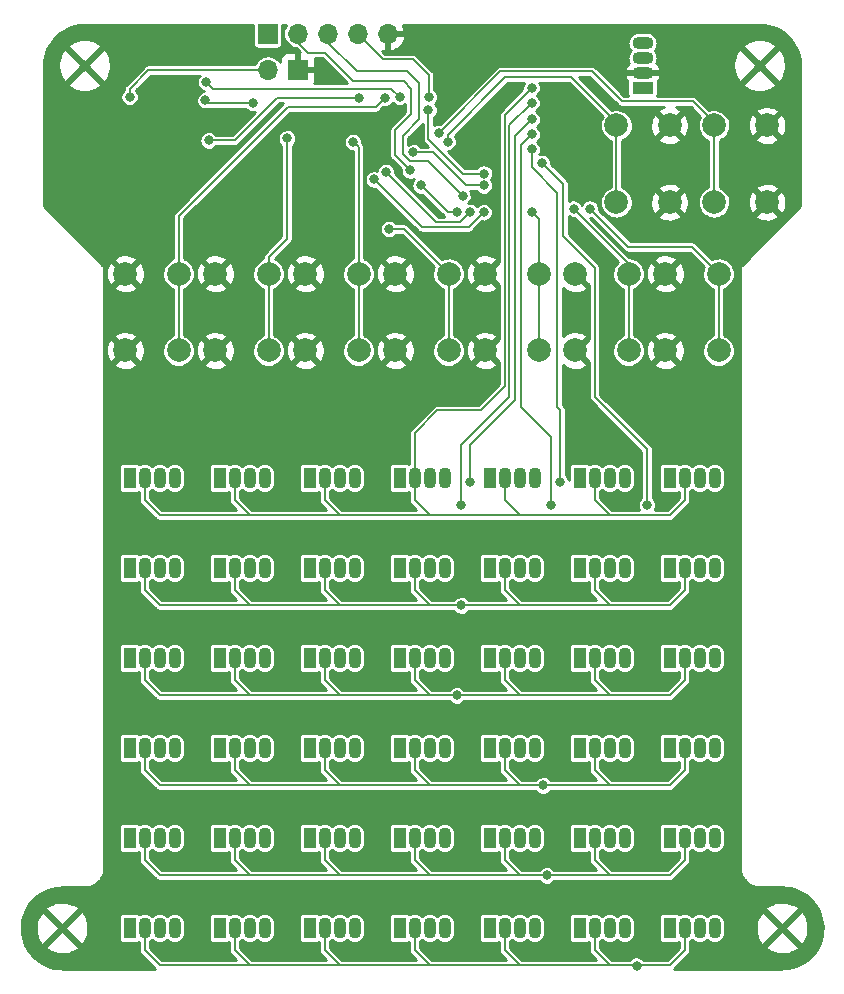
<source format=gbr>
G04 #@! TF.GenerationSoftware,KiCad,Pcbnew,(5.99.0-126-g64b5e8bee)*
G04 #@! TF.CreationDate,2019-09-15T22:15:16-04:00*
G04 #@! TF.ProjectId,PCB,5043422e-6b69-4636-9164-5f7063625858,rev?*
G04 #@! TF.SameCoordinates,Original*
G04 #@! TF.FileFunction,Copper,L2,Bot*
G04 #@! TF.FilePolarity,Positive*
%FSLAX46Y46*%
G04 Gerber Fmt 4.6, Leading zero omitted, Abs format (unit mm)*
G04 Created by KiCad (PCBNEW (5.99.0-126-g64b5e8bee)) date 2019-09-15 22:15:16*
%MOMM*%
%LPD*%
G04 APERTURE LIST*
%ADD10O,1.700000X1.700000*%
%ADD11R,1.700000X1.700000*%
%ADD12O,1.800000X1.070000*%
%ADD13R,1.800000X1.070000*%
%ADD14C,2.000000*%
%ADD15O,1.070000X1.800000*%
%ADD16R,1.070000X1.800000*%
%ADD17C,0.800000*%
%ADD18C,0.200000*%
%ADD19C,0.254000*%
G04 APERTURE END LIST*
D10*
X230124000Y-46228000D03*
X227584000Y-46228000D03*
X225044000Y-46228000D03*
X222504000Y-46228000D03*
D11*
X219964000Y-46228000D03*
D10*
X219964000Y-49276000D03*
D11*
X222504000Y-49276000D03*
D12*
X251714000Y-46990000D03*
X251714000Y-48260000D03*
X251714000Y-49530000D03*
D13*
X251714000Y-50800000D03*
D14*
X249500000Y-53975000D03*
X254000000Y-53975000D03*
X249500000Y-60475000D03*
X254000000Y-60475000D03*
X257755000Y-53975000D03*
X262255000Y-53975000D03*
X257755000Y-60475000D03*
X262255000Y-60475000D03*
X258150000Y-73025000D03*
X253650000Y-73025000D03*
X258150000Y-66525000D03*
X253650000Y-66525000D03*
X250530000Y-73025000D03*
X246030000Y-73025000D03*
X250530000Y-66525000D03*
X246030000Y-66525000D03*
X242910000Y-73025000D03*
X238410000Y-73025000D03*
X242910000Y-66525000D03*
X238410000Y-66525000D03*
X235290000Y-73025000D03*
X230790000Y-73025000D03*
X235290000Y-66525000D03*
X230790000Y-66525000D03*
X227670000Y-73025000D03*
X223170000Y-73025000D03*
X227670000Y-66525000D03*
X223170000Y-66525000D03*
X220050000Y-73025000D03*
X215550000Y-73025000D03*
X220050000Y-66525000D03*
X215550000Y-66525000D03*
X212430000Y-73025000D03*
X207930000Y-73025000D03*
X212430000Y-66525000D03*
X207930000Y-66525000D03*
D15*
X257810000Y-121920000D03*
X256540000Y-121920000D03*
X255270000Y-121920000D03*
D16*
X254000000Y-121920000D03*
D15*
X250190000Y-121920000D03*
X248920000Y-121920000D03*
X247650000Y-121920000D03*
D16*
X246380000Y-121920000D03*
D15*
X242570000Y-121920000D03*
X241300000Y-121920000D03*
X240030000Y-121920000D03*
D16*
X238760000Y-121920000D03*
D15*
X234950000Y-121920000D03*
X233680000Y-121920000D03*
X232410000Y-121920000D03*
D16*
X231140000Y-121920000D03*
D15*
X227330000Y-121920000D03*
X226060000Y-121920000D03*
X224790000Y-121920000D03*
D16*
X223520000Y-121920000D03*
D15*
X219710000Y-121920000D03*
X218440000Y-121920000D03*
X217170000Y-121920000D03*
D16*
X215900000Y-121920000D03*
D15*
X212090000Y-121920000D03*
X210820000Y-121920000D03*
X209550000Y-121920000D03*
D16*
X208280000Y-121920000D03*
D15*
X257810000Y-114300000D03*
X256540000Y-114300000D03*
X255270000Y-114300000D03*
D16*
X254000000Y-114300000D03*
D15*
X250190000Y-114300000D03*
X248920000Y-114300000D03*
X247650000Y-114300000D03*
D16*
X246380000Y-114300000D03*
D15*
X242570000Y-114300000D03*
X241300000Y-114300000D03*
X240030000Y-114300000D03*
D16*
X238760000Y-114300000D03*
D15*
X234950000Y-114300000D03*
X233680000Y-114300000D03*
X232410000Y-114300000D03*
D16*
X231140000Y-114300000D03*
D15*
X227330000Y-114300000D03*
X226060000Y-114300000D03*
X224790000Y-114300000D03*
D16*
X223520000Y-114300000D03*
D15*
X219710000Y-114300000D03*
X218440000Y-114300000D03*
X217170000Y-114300000D03*
D16*
X215900000Y-114300000D03*
D15*
X212090000Y-114300000D03*
X210820000Y-114300000D03*
X209550000Y-114300000D03*
D16*
X208280000Y-114300000D03*
D15*
X257810000Y-106680000D03*
X256540000Y-106680000D03*
X255270000Y-106680000D03*
D16*
X254000000Y-106680000D03*
D15*
X250190000Y-106680000D03*
X248920000Y-106680000D03*
X247650000Y-106680000D03*
D16*
X246380000Y-106680000D03*
D15*
X242570000Y-106680000D03*
X241300000Y-106680000D03*
X240030000Y-106680000D03*
D16*
X238760000Y-106680000D03*
D15*
X234950000Y-106680000D03*
X233680000Y-106680000D03*
X232410000Y-106680000D03*
D16*
X231140000Y-106680000D03*
D15*
X227330000Y-106680000D03*
X226060000Y-106680000D03*
X224790000Y-106680000D03*
D16*
X223520000Y-106680000D03*
D15*
X219710000Y-106680000D03*
X218440000Y-106680000D03*
X217170000Y-106680000D03*
D16*
X215900000Y-106680000D03*
D15*
X212090000Y-106680000D03*
X210820000Y-106680000D03*
X209550000Y-106680000D03*
D16*
X208280000Y-106680000D03*
D15*
X257810000Y-99060000D03*
X256540000Y-99060000D03*
X255270000Y-99060000D03*
D16*
X254000000Y-99060000D03*
D15*
X250190000Y-99060000D03*
X248920000Y-99060000D03*
X247650000Y-99060000D03*
D16*
X246380000Y-99060000D03*
D15*
X242570000Y-99060000D03*
X241300000Y-99060000D03*
X240030000Y-99060000D03*
D16*
X238760000Y-99060000D03*
D15*
X234950000Y-99060000D03*
X233680000Y-99060000D03*
X232410000Y-99060000D03*
D16*
X231140000Y-99060000D03*
D15*
X227330000Y-99060000D03*
X226060000Y-99060000D03*
X224790000Y-99060000D03*
D16*
X223520000Y-99060000D03*
D15*
X219710000Y-99060000D03*
X218440000Y-99060000D03*
X217170000Y-99060000D03*
D16*
X215900000Y-99060000D03*
D15*
X212090000Y-99060000D03*
X210820000Y-99060000D03*
X209550000Y-99060000D03*
D16*
X208280000Y-99060000D03*
D15*
X257810000Y-91440000D03*
X256540000Y-91440000D03*
X255270000Y-91440000D03*
D16*
X254000000Y-91440000D03*
D15*
X250190000Y-91440000D03*
X248920000Y-91440000D03*
X247650000Y-91440000D03*
D16*
X246380000Y-91440000D03*
D15*
X242570000Y-91440000D03*
X241300000Y-91440000D03*
X240030000Y-91440000D03*
D16*
X238760000Y-91440000D03*
D15*
X234950000Y-91440000D03*
X233680000Y-91440000D03*
X232410000Y-91440000D03*
D16*
X231140000Y-91440000D03*
D15*
X227330000Y-91440000D03*
X226060000Y-91440000D03*
X224790000Y-91440000D03*
D16*
X223520000Y-91440000D03*
D15*
X219710000Y-91440000D03*
X218440000Y-91440000D03*
X217170000Y-91440000D03*
D16*
X215900000Y-91440000D03*
D15*
X212090000Y-91440000D03*
X210820000Y-91440000D03*
X209550000Y-91440000D03*
D16*
X208280000Y-91440000D03*
D15*
X257810000Y-83820000D03*
X256540000Y-83820000D03*
X255270000Y-83820000D03*
D16*
X254000000Y-83820000D03*
D15*
X250190000Y-83820000D03*
X248920000Y-83820000D03*
X247650000Y-83820000D03*
D16*
X246380000Y-83820000D03*
D15*
X242570000Y-83820000D03*
X241300000Y-83820000D03*
X240030000Y-83820000D03*
D16*
X238760000Y-83820000D03*
D15*
X234950000Y-83820000D03*
X233680000Y-83820000D03*
X232410000Y-83820000D03*
D16*
X231140000Y-83820000D03*
D15*
X227330000Y-83820000D03*
X226060000Y-83820000D03*
X224790000Y-83820000D03*
D16*
X223520000Y-83820000D03*
D15*
X219710000Y-83820000D03*
X218440000Y-83820000D03*
X217170000Y-83820000D03*
D16*
X215900000Y-83820000D03*
D15*
X212090000Y-83820000D03*
X210820000Y-83820000D03*
X209550000Y-83820000D03*
D16*
X208280000Y-83820000D03*
D17*
X233584750Y-52673250D03*
X233616500Y-51562000D03*
X229997000Y-56134000D03*
X232664000Y-54991000D03*
X232283000Y-56261000D03*
X231140000Y-51562000D03*
X229870000Y-51667990D03*
X232029000Y-57785000D03*
X232918000Y-59055000D03*
X229997000Y-57912000D03*
X228981000Y-58547000D03*
X238252000Y-59055000D03*
X238299162Y-58056101D03*
X237551218Y-59892722D03*
X242316000Y-61324901D03*
X237109000Y-61324891D03*
X235966000Y-61341000D03*
X238252000Y-61324891D03*
X228219000Y-53467000D03*
X214122000Y-61214000D03*
X212344000Y-57404000D03*
X215773000Y-47625000D03*
X235077000Y-52578000D03*
X236474000Y-59944000D03*
X235204000Y-55372000D03*
X234442000Y-54610000D03*
X227711000Y-51627010D03*
X214965010Y-55245000D03*
X218694000Y-52070000D03*
X251206000Y-125105000D03*
X252095000Y-86106000D03*
X243586000Y-117475000D03*
X244729000Y-84201000D03*
X236347000Y-94615000D03*
X236347000Y-86106000D03*
X237109000Y-84201000D03*
X243967000Y-86106000D03*
X243270000Y-109855000D03*
X235966000Y-102235000D03*
X247269000Y-61022000D03*
X245872000Y-61022000D03*
X230251000Y-62738000D03*
X227203000Y-55372000D03*
X221615000Y-55068000D03*
X243205000Y-57150000D03*
X242316000Y-56007000D03*
X242316000Y-54737000D03*
X242316000Y-53467000D03*
X242316000Y-50800000D03*
X242316000Y-52070000D03*
X208280000Y-51562000D03*
X214693500Y-51816000D03*
X214757000Y-50292000D03*
X225615500Y-50143000D03*
D18*
X233584750Y-55149750D02*
X233584750Y-53308250D01*
X233584750Y-53308250D02*
X233584750Y-53238935D01*
X233584750Y-53308250D02*
X233584750Y-52673250D01*
X238299162Y-58056101D02*
X236491101Y-58056101D01*
X236491101Y-58056101D02*
X233584750Y-55149750D01*
X227584000Y-46228000D02*
X229743000Y-48387000D01*
X229743000Y-48387000D02*
X232283000Y-48387000D01*
X233616500Y-50996315D02*
X233616500Y-51562000D01*
X233616500Y-49720500D02*
X233616500Y-50996315D01*
X232283000Y-48387000D02*
X233616500Y-49720500D01*
X228219000Y-54356000D02*
X229997000Y-56134000D01*
X228219000Y-53467000D02*
X228219000Y-54356000D01*
X232791000Y-53467000D02*
X232791000Y-50419000D01*
X233553000Y-57023000D02*
X232029000Y-57023000D01*
X231394000Y-54864000D02*
X232791000Y-53467000D01*
X231394000Y-56388000D02*
X231394000Y-54864000D01*
X232029000Y-57023000D02*
X231394000Y-56388000D01*
X236474000Y-59944000D02*
X233553000Y-57023000D01*
X232791000Y-50419000D02*
X231775000Y-49403000D01*
X231775000Y-49403000D02*
X227507800Y-49403000D01*
X227507800Y-49403000D02*
X224993200Y-46888400D01*
X238252000Y-59055000D02*
X236728000Y-59055000D01*
X236728000Y-59055000D02*
X233934000Y-56261000D01*
X232848685Y-56261000D02*
X232283000Y-56261000D01*
X233934000Y-56261000D02*
X232848685Y-56261000D01*
X212430000Y-61636000D02*
X221661011Y-52404989D01*
X212430000Y-66525000D02*
X212430000Y-61636000D01*
X229470001Y-52067989D02*
X229870000Y-51667990D01*
X221661011Y-52404989D02*
X229133001Y-52404989D01*
X229133001Y-52404989D02*
X229470001Y-52067989D01*
X235204000Y-61341000D02*
X232918000Y-59055000D01*
X235966000Y-61341000D02*
X235204000Y-61341000D01*
X237109000Y-61324891D02*
X236265889Y-62168002D01*
X236265889Y-62168002D02*
X234253002Y-62168002D01*
X230396999Y-58311999D02*
X229997000Y-57912000D01*
X234253002Y-62168002D02*
X230396999Y-58311999D01*
X238252000Y-61324891D02*
X237008878Y-62568013D01*
X237008878Y-62568013D02*
X233002013Y-62568013D01*
X229380999Y-58946999D02*
X228981000Y-58547000D01*
X233002013Y-62568013D02*
X229380999Y-58946999D01*
X242910000Y-66525000D02*
X242910000Y-61918901D01*
X242910000Y-61918901D02*
X242316000Y-61324901D01*
X250530000Y-73025000D02*
X250530000Y-66525000D01*
X235204000Y-54806315D02*
X240099315Y-49911000D01*
X235204000Y-55372000D02*
X235204000Y-54806315D01*
X240099315Y-49911000D02*
X245690000Y-49911000D01*
X245690000Y-49911000D02*
X249500000Y-53721000D01*
X239649000Y-49403000D02*
X247396000Y-49403000D01*
X234442000Y-54610000D02*
X239649000Y-49403000D01*
X247396000Y-49403000D02*
X249936000Y-51943000D01*
X249936000Y-51943000D02*
X255977000Y-51943000D01*
X255977000Y-51943000D02*
X257755000Y-53721000D01*
X257755000Y-60221000D02*
X257755000Y-53721000D01*
X249500000Y-53721000D02*
X249500000Y-55135213D01*
X249500000Y-55135213D02*
X249500000Y-60221000D01*
X217170000Y-55245000D02*
X220787990Y-51627010D01*
X227145315Y-51627010D02*
X227711000Y-51627010D01*
X220787990Y-51627010D02*
X227145315Y-51627010D01*
X214965010Y-55245000D02*
X217170000Y-55245000D01*
X220050000Y-65110787D02*
X221615000Y-63545787D01*
X220050000Y-66525000D02*
X220050000Y-65110787D01*
X221615000Y-63545787D02*
X221615000Y-55068000D01*
X244983000Y-58928000D02*
X244983000Y-63373000D01*
X243205000Y-57150000D02*
X244983000Y-58928000D01*
X244983000Y-63373000D02*
X247650000Y-66040000D01*
X247650000Y-66040000D02*
X247650000Y-76962000D01*
X247650000Y-76962000D02*
X252095000Y-81407000D01*
X252095000Y-81407000D02*
X252095000Y-86106000D01*
X243586000Y-117475000D02*
X248920000Y-117475000D01*
X241300000Y-117475000D02*
X243586000Y-117475000D01*
X244729000Y-78105000D02*
X244729000Y-84201000D01*
X244475000Y-77851000D02*
X244729000Y-78105000D01*
X244475000Y-59690000D02*
X244475000Y-77851000D01*
X233680000Y-94615000D02*
X236347000Y-94615000D01*
X241300000Y-94615000D02*
X236347000Y-94615000D01*
X240430010Y-53955990D02*
X240430010Y-76942990D01*
X240430010Y-76942990D02*
X236347000Y-81026000D01*
X236347000Y-81026000D02*
X236347000Y-85540315D01*
X236347000Y-85540315D02*
X236347000Y-86106000D01*
X242316000Y-52070000D02*
X240430010Y-53955990D01*
X242316000Y-53467000D02*
X240919000Y-54864000D01*
X240919000Y-54864000D02*
X240919000Y-77216000D01*
X237109000Y-81026000D02*
X237109000Y-83635315D01*
X237109000Y-83635315D02*
X237109000Y-84201000D01*
X240919000Y-77216000D02*
X237109000Y-81026000D01*
X243332000Y-125095000D02*
X248920000Y-125095000D01*
X241300000Y-125095000D02*
X243332000Y-125095000D01*
X241427000Y-55626000D02*
X241427000Y-77851000D01*
X241427000Y-77851000D02*
X243967000Y-80391000D01*
X243967000Y-80391000D02*
X243967000Y-85540315D01*
X243967000Y-85540315D02*
X243967000Y-86106000D01*
X242316000Y-54737000D02*
X241427000Y-55626000D01*
X235966000Y-102235000D02*
X241300000Y-102235000D01*
X233680000Y-102235000D02*
X235966000Y-102235000D01*
X248920000Y-86995000D02*
X254000000Y-86995000D01*
X224790000Y-85725000D02*
X226060000Y-86995000D01*
X240030000Y-85725000D02*
X241300000Y-86995000D01*
X224790000Y-83820000D02*
X224790000Y-85725000D01*
X209550000Y-83820000D02*
X209550000Y-85725000D01*
X255270000Y-85725000D02*
X255270000Y-83820000D01*
X254000000Y-86995000D02*
X255270000Y-85725000D01*
X210820000Y-86995000D02*
X218440000Y-86995000D01*
X241300000Y-86995000D02*
X248920000Y-86995000D01*
X217170000Y-83820000D02*
X217170000Y-85725000D01*
X232410000Y-85725000D02*
X233680000Y-86995000D01*
X247650000Y-83820000D02*
X247650000Y-85725000D01*
X232410000Y-83820000D02*
X232410000Y-85725000D01*
X209550000Y-85725000D02*
X210820000Y-86995000D01*
X218440000Y-86995000D02*
X226060000Y-86995000D01*
X240030000Y-83820000D02*
X240030000Y-85725000D01*
X247650000Y-85725000D02*
X248920000Y-86995000D01*
X226060000Y-86995000D02*
X233680000Y-86995000D01*
X217170000Y-85725000D02*
X218440000Y-86995000D01*
X233680000Y-86995000D02*
X241300000Y-86995000D01*
X248920000Y-94615000D02*
X254000000Y-94615000D01*
X224790000Y-93345000D02*
X226060000Y-94615000D01*
X240030000Y-93345000D02*
X241300000Y-94615000D01*
X224790000Y-91440000D02*
X224790000Y-93345000D01*
X209550000Y-91440000D02*
X209550000Y-93345000D01*
X255270000Y-93345000D02*
X255270000Y-91440000D01*
X254000000Y-94615000D02*
X255270000Y-93345000D01*
X210820000Y-94615000D02*
X218440000Y-94615000D01*
X241300000Y-94615000D02*
X248920000Y-94615000D01*
X217170000Y-91440000D02*
X217170000Y-93345000D01*
X232410000Y-93345000D02*
X233680000Y-94615000D01*
X247650000Y-91440000D02*
X247650000Y-93345000D01*
X232410000Y-91440000D02*
X232410000Y-93345000D01*
X209550000Y-93345000D02*
X210820000Y-94615000D01*
X218440000Y-94615000D02*
X226060000Y-94615000D01*
X240030000Y-91440000D02*
X240030000Y-93345000D01*
X247650000Y-93345000D02*
X248920000Y-94615000D01*
X226060000Y-94615000D02*
X233680000Y-94615000D01*
X217170000Y-93345000D02*
X218440000Y-94615000D01*
X248920000Y-102235000D02*
X254000000Y-102235000D01*
X224790000Y-100965000D02*
X226060000Y-102235000D01*
X240030000Y-100965000D02*
X241300000Y-102235000D01*
X224790000Y-99060000D02*
X224790000Y-100965000D01*
X209550000Y-99060000D02*
X209550000Y-100965000D01*
X255270000Y-100965000D02*
X255270000Y-99060000D01*
X254000000Y-102235000D02*
X255270000Y-100965000D01*
X210820000Y-102235000D02*
X218440000Y-102235000D01*
X241300000Y-102235000D02*
X248920000Y-102235000D01*
X217170000Y-99060000D02*
X217170000Y-100965000D01*
X232410000Y-100965000D02*
X233680000Y-102235000D01*
X247650000Y-99060000D02*
X247650000Y-100965000D01*
X232410000Y-99060000D02*
X232410000Y-100965000D01*
X209550000Y-100965000D02*
X210820000Y-102235000D01*
X218440000Y-102235000D02*
X226060000Y-102235000D01*
X240030000Y-99060000D02*
X240030000Y-100965000D01*
X247650000Y-100965000D02*
X248920000Y-102235000D01*
X226060000Y-102235000D02*
X233680000Y-102235000D01*
X217170000Y-100965000D02*
X218440000Y-102235000D01*
X248920000Y-109855000D02*
X254000000Y-109855000D01*
X224790000Y-108585000D02*
X226060000Y-109855000D01*
X240030000Y-108585000D02*
X241300000Y-109855000D01*
X224790000Y-106680000D02*
X224790000Y-108585000D01*
X209550000Y-106680000D02*
X209550000Y-108585000D01*
X255270000Y-108585000D02*
X255270000Y-106680000D01*
X254000000Y-109855000D02*
X255270000Y-108585000D01*
X210820000Y-109855000D02*
X218440000Y-109855000D01*
X241300000Y-109855000D02*
X248920000Y-109855000D01*
X217170000Y-106680000D02*
X217170000Y-108585000D01*
X232410000Y-108585000D02*
X233680000Y-109855000D01*
X247650000Y-106680000D02*
X247650000Y-108585000D01*
X232410000Y-106680000D02*
X232410000Y-108585000D01*
X209550000Y-108585000D02*
X210820000Y-109855000D01*
X218440000Y-109855000D02*
X226060000Y-109855000D01*
X240030000Y-106680000D02*
X240030000Y-108585000D01*
X247650000Y-108585000D02*
X248920000Y-109855000D01*
X226060000Y-109855000D02*
X233680000Y-109855000D01*
X217170000Y-108585000D02*
X218440000Y-109855000D01*
X233680000Y-109855000D02*
X241300000Y-109855000D01*
X248920000Y-117475000D02*
X254000000Y-117475000D01*
X224790000Y-116205000D02*
X226060000Y-117475000D01*
X240030000Y-116205000D02*
X241300000Y-117475000D01*
X224790000Y-114300000D02*
X224790000Y-116205000D01*
X209550000Y-114300000D02*
X209550000Y-116205000D01*
X255270000Y-116205000D02*
X255270000Y-114300000D01*
X254000000Y-117475000D02*
X255270000Y-116205000D01*
X210820000Y-117475000D02*
X218440000Y-117475000D01*
X217170000Y-114300000D02*
X217170000Y-116205000D01*
X232410000Y-116205000D02*
X233680000Y-117475000D01*
X247650000Y-114300000D02*
X247650000Y-116205000D01*
X232410000Y-114300000D02*
X232410000Y-116205000D01*
X209550000Y-116205000D02*
X210820000Y-117475000D01*
X218440000Y-117475000D02*
X226060000Y-117475000D01*
X240030000Y-114300000D02*
X240030000Y-116205000D01*
X247650000Y-116205000D02*
X248920000Y-117475000D01*
X226060000Y-117475000D02*
X233680000Y-117475000D01*
X217170000Y-116205000D02*
X218440000Y-117475000D01*
X233680000Y-117475000D02*
X241300000Y-117475000D01*
X248920000Y-125095000D02*
X254000000Y-125095000D01*
X224790000Y-123825000D02*
X226060000Y-125095000D01*
X240030000Y-123825000D02*
X241300000Y-125095000D01*
X224790000Y-121920000D02*
X224790000Y-123825000D01*
X209550000Y-121920000D02*
X209550000Y-123825000D01*
X255270000Y-123825000D02*
X255270000Y-121920000D01*
X254000000Y-125095000D02*
X255270000Y-123825000D01*
X210820000Y-125095000D02*
X218440000Y-125095000D01*
X217170000Y-121920000D02*
X217170000Y-123825000D01*
X232410000Y-123825000D02*
X233680000Y-125095000D01*
X247650000Y-121920000D02*
X247650000Y-123825000D01*
X232410000Y-121920000D02*
X232410000Y-123825000D01*
X209550000Y-123825000D02*
X210820000Y-125095000D01*
X218440000Y-125095000D02*
X226060000Y-125095000D01*
X240030000Y-121920000D02*
X240030000Y-123825000D01*
X247650000Y-123825000D02*
X248920000Y-125095000D01*
X226060000Y-125095000D02*
X233680000Y-125095000D01*
X217170000Y-123825000D02*
X218440000Y-125095000D01*
X233680000Y-125095000D02*
X241300000Y-125095000D01*
X212430000Y-66525000D02*
X212430000Y-67939213D01*
X212430000Y-67939213D02*
X212430000Y-73025000D01*
X220050000Y-73025000D02*
X220050000Y-66525000D01*
X227670000Y-73025000D02*
X227670000Y-66525000D01*
X235290000Y-66525000D02*
X235290000Y-73025000D01*
X242910000Y-73025000D02*
X242910000Y-66525000D01*
X258150000Y-66525000D02*
X258150000Y-67939213D01*
X258150000Y-67939213D02*
X258150000Y-73025000D01*
X250509000Y-64262000D02*
X255887000Y-64262000D01*
X255887000Y-64262000D02*
X258150000Y-66525000D01*
X247269000Y-61022000D02*
X250509000Y-64262000D01*
X245872000Y-61087000D02*
X250530000Y-65745000D01*
X245872000Y-61022000D02*
X245872000Y-61087000D01*
X250530000Y-65745000D02*
X250530000Y-66525000D01*
X230251000Y-62738000D02*
X231503000Y-62738000D01*
X231503000Y-62738000D02*
X235290000Y-66525000D01*
X227670000Y-55839000D02*
X227203000Y-55372000D01*
X227670000Y-66525000D02*
X227670000Y-55839000D01*
X242316000Y-57531000D02*
X244475000Y-59690000D01*
X242316000Y-56007000D02*
X242316000Y-57531000D01*
X240030000Y-76073000D02*
X240030000Y-53086000D01*
X232410000Y-83820000D02*
X232410000Y-80010000D01*
X241916001Y-51199999D02*
X242316000Y-50800000D01*
X232410000Y-80010000D02*
X234315000Y-78105000D01*
X240030000Y-53086000D02*
X241916001Y-51199999D01*
X234315000Y-78105000D02*
X237998000Y-78105000D01*
X237998000Y-78105000D02*
X240030000Y-76073000D01*
X214585001Y-49274499D02*
X209869001Y-49274499D01*
X219964000Y-49276000D02*
X214586502Y-49276000D01*
X214586502Y-49276000D02*
X214585001Y-49274499D01*
X209869001Y-49274499D02*
X208280000Y-50863500D01*
X208280000Y-50863500D02*
X208280000Y-51562000D01*
X218694000Y-52070000D02*
X214947500Y-52070000D01*
X214947500Y-52070000D02*
X214693500Y-51816000D01*
X223393000Y-47815500D02*
X222465900Y-46888400D01*
X224790000Y-47815500D02*
X223393000Y-47815500D01*
X230759000Y-56515000D02*
X230759000Y-54356000D01*
X227201498Y-50226998D02*
X224790000Y-47815500D01*
X232029000Y-57785000D02*
X230759000Y-56515000D01*
X230759000Y-54356000D02*
X232094002Y-53020998D01*
X222465900Y-46888400D02*
X222453200Y-46888400D01*
X232094002Y-53020998D02*
X232094002Y-50844998D01*
X232094002Y-50844998D02*
X231476002Y-50226998D01*
X231476002Y-50226998D02*
X227201498Y-50226998D01*
X215328500Y-50863500D02*
X214757000Y-50292000D01*
X231140000Y-51562000D02*
X230441500Y-50863500D01*
X230441500Y-50863500D02*
X215328500Y-50863500D01*
X222504000Y-49276000D02*
X224748500Y-49276000D01*
X224748500Y-49276000D02*
X225615500Y-50143000D01*
D19*
G36*
X218733102Y-47090410D02*
G01*
X218759816Y-47224708D01*
X218842919Y-47349081D01*
X218967292Y-47432184D01*
X219101590Y-47458898D01*
X220826410Y-47458898D01*
X220960708Y-47432184D01*
X221085081Y-47349081D01*
X221168184Y-47224708D01*
X221194898Y-47090410D01*
X221194898Y-45461000D01*
X221546323Y-45461000D01*
X221501356Y-45512820D01*
X221384207Y-45715318D01*
X221307464Y-45936316D01*
X221273895Y-46167838D01*
X221284712Y-46401530D01*
X221339523Y-46628962D01*
X221436351Y-46841925D01*
X221571704Y-47032737D01*
X221740695Y-47194511D01*
X221937229Y-47321412D01*
X222157103Y-47410023D01*
X222341026Y-47436690D01*
X222688498Y-47784163D01*
X222632000Y-47784163D01*
X222632000Y-49148000D01*
X223995837Y-49148000D01*
X223995837Y-48409412D01*
X223964242Y-48291500D01*
X224592837Y-48291500D01*
X226688836Y-50387500D01*
X223935104Y-50387500D01*
X223958956Y-50346186D01*
X223995837Y-50137024D01*
X223995837Y-49404000D01*
X222376000Y-49404000D01*
X222376000Y-47784163D01*
X221637412Y-47784163D01*
X221336489Y-47864795D01*
X221160835Y-48012185D01*
X221049044Y-48205814D01*
X221012163Y-48414976D01*
X221012163Y-48634605D01*
X220896296Y-48471263D01*
X220727305Y-48309489D01*
X220530771Y-48182588D01*
X220310898Y-48093977D01*
X220007592Y-48050000D01*
X219905566Y-48050000D01*
X219731115Y-48066644D01*
X219506632Y-48132499D01*
X219298654Y-48239616D01*
X219114681Y-48384128D01*
X218961356Y-48560820D01*
X218844207Y-48763318D01*
X218831469Y-48800000D01*
X214631936Y-48800000D01*
X214559533Y-48788533D01*
X214522338Y-48798499D01*
X209881454Y-48798499D01*
X209785904Y-48793491D01*
X209745372Y-48814143D01*
X209671069Y-48829937D01*
X209507362Y-48948877D01*
X209488105Y-48982230D01*
X207952233Y-50518103D01*
X207881118Y-50582134D01*
X207867059Y-50625402D01*
X207825689Y-50689108D01*
X207794034Y-50888967D01*
X207804000Y-50926163D01*
X207804000Y-50939999D01*
X207794700Y-50945293D01*
X207634817Y-51115254D01*
X207531977Y-51324713D01*
X207495273Y-51555152D01*
X207527949Y-51786196D01*
X207627118Y-51997418D01*
X207784010Y-52170143D01*
X207984755Y-52289100D01*
X208211604Y-52343771D01*
X208444500Y-52329322D01*
X208662851Y-52247031D01*
X208847354Y-52104175D01*
X208981694Y-51913382D01*
X209054151Y-51691042D01*
X209056286Y-51446490D01*
X208987719Y-51222917D01*
X208856729Y-51029810D01*
X208817965Y-50998699D01*
X210066167Y-49750499D01*
X214200953Y-49750499D01*
X214111817Y-49845254D01*
X214008977Y-50054713D01*
X213972273Y-50285152D01*
X214004949Y-50516196D01*
X214104118Y-50727418D01*
X214261010Y-50900143D01*
X214461755Y-51019100D01*
X214577060Y-51046889D01*
X214410989Y-51083858D01*
X214208200Y-51199293D01*
X214048317Y-51369254D01*
X213945477Y-51578713D01*
X213908773Y-51809152D01*
X213941449Y-52040196D01*
X214040618Y-52251418D01*
X214197510Y-52424143D01*
X214398255Y-52543100D01*
X214625104Y-52597771D01*
X214858000Y-52583322D01*
X214943126Y-52551240D01*
X214972967Y-52555967D01*
X215010164Y-52546000D01*
X218077980Y-52546000D01*
X218198010Y-52678143D01*
X218398755Y-52797100D01*
X218625604Y-52851771D01*
X218858500Y-52837322D01*
X218932343Y-52809492D01*
X216972836Y-54769000D01*
X215579854Y-54769000D01*
X215541739Y-54712810D01*
X215359759Y-54566755D01*
X215142876Y-54480666D01*
X214910268Y-54462154D01*
X214682499Y-54512858D01*
X214479710Y-54628293D01*
X214319827Y-54798254D01*
X214216987Y-55007713D01*
X214180283Y-55238152D01*
X214212959Y-55469196D01*
X214312128Y-55680418D01*
X214469020Y-55853143D01*
X214669765Y-55972100D01*
X214896614Y-56026771D01*
X215129510Y-56012322D01*
X215347861Y-55930031D01*
X215532364Y-55787175D01*
X215578958Y-55721000D01*
X217157545Y-55721000D01*
X217253097Y-55726009D01*
X217293629Y-55705356D01*
X217367931Y-55689563D01*
X217531639Y-55570622D01*
X217550897Y-55537266D01*
X220985155Y-52103010D01*
X221285722Y-52103010D01*
X221280115Y-52112721D01*
X212102239Y-61290597D01*
X212031118Y-61354634D01*
X212017061Y-61397899D01*
X211975689Y-61461607D01*
X211944034Y-61661468D01*
X211954001Y-61698667D01*
X211954000Y-65232993D01*
X211796351Y-65297328D01*
X211588964Y-65428940D01*
X211408161Y-65595197D01*
X211259656Y-65790845D01*
X211148145Y-66009698D01*
X211077151Y-66244838D01*
X211048921Y-66488836D01*
X211064344Y-66733975D01*
X211122933Y-66972509D01*
X211222837Y-67196898D01*
X211360899Y-67400049D01*
X211532753Y-67575541D01*
X211732969Y-67717826D01*
X211954001Y-67821836D01*
X211954001Y-67894699D01*
X211954000Y-67894702D01*
X211954001Y-71732993D01*
X211796351Y-71797328D01*
X211588964Y-71928940D01*
X211408161Y-72095197D01*
X211259656Y-72290845D01*
X211148145Y-72509698D01*
X211077151Y-72744838D01*
X211048921Y-72988836D01*
X211064344Y-73233975D01*
X211122933Y-73472509D01*
X211222837Y-73696898D01*
X211360899Y-73900049D01*
X211532753Y-74075541D01*
X211732969Y-74217826D01*
X211955216Y-74322408D01*
X212192471Y-74385980D01*
X212437233Y-74406534D01*
X212681768Y-74383419D01*
X212918344Y-74317365D01*
X212986413Y-74284459D01*
X214471560Y-74284459D01*
X214826235Y-74495887D01*
X215070711Y-74592682D01*
X215327520Y-74649145D01*
X215590052Y-74663822D01*
X215851554Y-74636338D01*
X216105297Y-74567397D01*
X216344754Y-74458775D01*
X216619930Y-74275949D01*
X215550000Y-73206019D01*
X214471560Y-74284459D01*
X212986413Y-74284459D01*
X213139484Y-74210462D01*
X213338198Y-74066087D01*
X213508206Y-73888806D01*
X213644132Y-73684220D01*
X213741681Y-73458797D01*
X213798150Y-73218042D01*
X213803654Y-73007834D01*
X213910778Y-73007834D01*
X213929120Y-73270135D01*
X213989163Y-73526130D01*
X214089362Y-73769232D01*
X214293282Y-74100699D01*
X215368981Y-73025000D01*
X215731019Y-73025000D01*
X216793509Y-74087489D01*
X216918577Y-73927410D01*
X217045250Y-73696992D01*
X217133454Y-73449286D01*
X217181040Y-73190010D01*
X217184138Y-72894185D01*
X217141992Y-72633970D01*
X217058994Y-72384470D01*
X216937175Y-72151450D01*
X216794838Y-71961181D01*
X215731019Y-73025000D01*
X215368981Y-73025000D01*
X214296927Y-71952946D01*
X214105269Y-72250342D01*
X214000000Y-72491292D01*
X213934608Y-72745973D01*
X213910778Y-73007834D01*
X213803654Y-73007834D01*
X213806378Y-72903826D01*
X213762587Y-72660446D01*
X213676969Y-72430226D01*
X213551936Y-72218807D01*
X213391441Y-72032870D01*
X213200554Y-71878294D01*
X213025558Y-71782089D01*
X214488108Y-71782089D01*
X215550000Y-72843981D01*
X216617194Y-71776786D01*
X216374606Y-71608183D01*
X216137477Y-71494571D01*
X215885233Y-71420331D01*
X215624364Y-71387375D01*
X215361582Y-71396552D01*
X215103648Y-71447625D01*
X214857197Y-71539278D01*
X214628570Y-71669157D01*
X214488108Y-71782089D01*
X213025558Y-71782089D01*
X212985312Y-71759964D01*
X212906000Y-71733272D01*
X212906000Y-67820812D01*
X212918344Y-67817365D01*
X212986413Y-67784459D01*
X214471560Y-67784459D01*
X214826235Y-67995887D01*
X215070711Y-68092682D01*
X215327520Y-68149145D01*
X215590052Y-68163822D01*
X215851554Y-68136338D01*
X216105297Y-68067397D01*
X216344754Y-67958775D01*
X216619930Y-67775949D01*
X215550000Y-66706019D01*
X214471560Y-67784459D01*
X212986413Y-67784459D01*
X213139484Y-67710462D01*
X213338198Y-67566087D01*
X213508206Y-67388806D01*
X213644132Y-67184220D01*
X213741681Y-66958797D01*
X213798150Y-66718042D01*
X213803654Y-66507834D01*
X213910778Y-66507834D01*
X213929120Y-66770135D01*
X213989163Y-67026130D01*
X214089362Y-67269232D01*
X214293282Y-67600699D01*
X215368981Y-66525000D01*
X215731019Y-66525000D01*
X216793509Y-67587489D01*
X216918577Y-67427410D01*
X217045250Y-67196992D01*
X217133454Y-66949286D01*
X217181040Y-66690010D01*
X217183146Y-66488836D01*
X218668921Y-66488836D01*
X218684344Y-66733975D01*
X218742933Y-66972509D01*
X218842837Y-67196898D01*
X218980899Y-67400049D01*
X219152753Y-67575541D01*
X219352969Y-67717826D01*
X219574001Y-67821836D01*
X219574000Y-71732993D01*
X219416351Y-71797328D01*
X219208964Y-71928940D01*
X219028161Y-72095197D01*
X218879656Y-72290845D01*
X218768145Y-72509698D01*
X218697151Y-72744838D01*
X218668921Y-72988836D01*
X218684344Y-73233975D01*
X218742933Y-73472509D01*
X218842837Y-73696898D01*
X218980899Y-73900049D01*
X219152753Y-74075541D01*
X219352969Y-74217826D01*
X219575216Y-74322408D01*
X219812471Y-74385980D01*
X220057233Y-74406534D01*
X220301768Y-74383419D01*
X220538344Y-74317365D01*
X220606413Y-74284459D01*
X222091560Y-74284459D01*
X222446235Y-74495887D01*
X222690711Y-74592682D01*
X222947520Y-74649145D01*
X223210052Y-74663822D01*
X223471554Y-74636338D01*
X223725297Y-74567397D01*
X223964754Y-74458775D01*
X224239930Y-74275949D01*
X223170000Y-73206019D01*
X222091560Y-74284459D01*
X220606413Y-74284459D01*
X220759484Y-74210462D01*
X220958198Y-74066087D01*
X221128206Y-73888806D01*
X221264132Y-73684220D01*
X221361681Y-73458797D01*
X221418150Y-73218042D01*
X221423654Y-73007834D01*
X221530778Y-73007834D01*
X221549120Y-73270135D01*
X221609163Y-73526130D01*
X221709362Y-73769232D01*
X221913282Y-74100699D01*
X222988981Y-73025000D01*
X223351019Y-73025000D01*
X224413509Y-74087489D01*
X224538577Y-73927410D01*
X224665250Y-73696992D01*
X224753454Y-73449286D01*
X224801040Y-73190010D01*
X224804138Y-72894185D01*
X224761992Y-72633970D01*
X224678994Y-72384470D01*
X224557175Y-72151450D01*
X224414838Y-71961181D01*
X223351019Y-73025000D01*
X222988981Y-73025000D01*
X221916927Y-71952946D01*
X221725269Y-72250342D01*
X221620000Y-72491292D01*
X221554608Y-72745973D01*
X221530778Y-73007834D01*
X221423654Y-73007834D01*
X221426378Y-72903826D01*
X221382587Y-72660446D01*
X221296969Y-72430226D01*
X221171936Y-72218807D01*
X221011441Y-72032870D01*
X220820554Y-71878294D01*
X220645558Y-71782089D01*
X222108108Y-71782089D01*
X223170000Y-72843981D01*
X224237194Y-71776786D01*
X223994606Y-71608183D01*
X223757477Y-71494571D01*
X223505233Y-71420331D01*
X223244364Y-71387375D01*
X222981582Y-71396552D01*
X222723648Y-71447625D01*
X222477197Y-71539278D01*
X222248570Y-71669157D01*
X222108108Y-71782089D01*
X220645558Y-71782089D01*
X220605312Y-71759964D01*
X220526000Y-71733272D01*
X220526000Y-67820812D01*
X220538344Y-67817365D01*
X220606413Y-67784459D01*
X222091560Y-67784459D01*
X222446235Y-67995887D01*
X222690711Y-68092682D01*
X222947520Y-68149145D01*
X223210052Y-68163822D01*
X223471554Y-68136338D01*
X223725297Y-68067397D01*
X223964754Y-67958775D01*
X224239930Y-67775949D01*
X223170000Y-66706019D01*
X222091560Y-67784459D01*
X220606413Y-67784459D01*
X220759484Y-67710462D01*
X220958198Y-67566087D01*
X221128206Y-67388806D01*
X221264132Y-67184220D01*
X221361681Y-66958797D01*
X221418150Y-66718042D01*
X221423654Y-66507834D01*
X221530778Y-66507834D01*
X221549120Y-66770135D01*
X221609163Y-67026130D01*
X221709362Y-67269232D01*
X221913282Y-67600699D01*
X222988981Y-66525000D01*
X223351019Y-66525000D01*
X224413509Y-67587489D01*
X224538577Y-67427410D01*
X224665250Y-67196992D01*
X224753454Y-66949286D01*
X224801040Y-66690010D01*
X224803146Y-66488836D01*
X226288921Y-66488836D01*
X226304344Y-66733975D01*
X226362933Y-66972509D01*
X226462837Y-67196898D01*
X226600899Y-67400049D01*
X226772753Y-67575541D01*
X226972969Y-67717826D01*
X227194001Y-67821836D01*
X227194000Y-71732993D01*
X227036351Y-71797328D01*
X226828964Y-71928940D01*
X226648161Y-72095197D01*
X226499656Y-72290845D01*
X226388145Y-72509698D01*
X226317151Y-72744838D01*
X226288921Y-72988836D01*
X226304344Y-73233975D01*
X226362933Y-73472509D01*
X226462837Y-73696898D01*
X226600899Y-73900049D01*
X226772753Y-74075541D01*
X226972969Y-74217826D01*
X227195216Y-74322408D01*
X227432471Y-74385980D01*
X227677233Y-74406534D01*
X227921768Y-74383419D01*
X228158344Y-74317365D01*
X228226413Y-74284459D01*
X229711560Y-74284459D01*
X230066235Y-74495887D01*
X230310711Y-74592682D01*
X230567520Y-74649145D01*
X230830052Y-74663822D01*
X231091554Y-74636338D01*
X231345297Y-74567397D01*
X231584754Y-74458775D01*
X231859930Y-74275949D01*
X230790000Y-73206019D01*
X229711560Y-74284459D01*
X228226413Y-74284459D01*
X228379484Y-74210462D01*
X228578198Y-74066087D01*
X228748206Y-73888806D01*
X228884132Y-73684220D01*
X228981681Y-73458797D01*
X229038150Y-73218042D01*
X229043654Y-73007834D01*
X229150778Y-73007834D01*
X229169120Y-73270135D01*
X229229163Y-73526130D01*
X229329362Y-73769232D01*
X229533282Y-74100699D01*
X230608981Y-73025000D01*
X230971019Y-73025000D01*
X232033509Y-74087489D01*
X232158577Y-73927410D01*
X232285250Y-73696992D01*
X232373454Y-73449286D01*
X232421040Y-73190010D01*
X232424138Y-72894185D01*
X232381992Y-72633970D01*
X232298994Y-72384470D01*
X232177175Y-72151450D01*
X232034838Y-71961181D01*
X230971019Y-73025000D01*
X230608981Y-73025000D01*
X229536927Y-71952946D01*
X229345269Y-72250342D01*
X229240000Y-72491292D01*
X229174608Y-72745973D01*
X229150778Y-73007834D01*
X229043654Y-73007834D01*
X229046378Y-72903826D01*
X229002587Y-72660446D01*
X228916969Y-72430226D01*
X228791936Y-72218807D01*
X228631441Y-72032870D01*
X228440554Y-71878294D01*
X228265558Y-71782089D01*
X229728108Y-71782089D01*
X230790000Y-72843981D01*
X231857194Y-71776786D01*
X231614606Y-71608183D01*
X231377477Y-71494571D01*
X231125233Y-71420331D01*
X230864364Y-71387375D01*
X230601582Y-71396552D01*
X230343648Y-71447625D01*
X230097197Y-71539278D01*
X229868570Y-71669157D01*
X229728108Y-71782089D01*
X228265558Y-71782089D01*
X228225312Y-71759964D01*
X228146000Y-71733272D01*
X228146000Y-67820812D01*
X228158344Y-67817365D01*
X228226413Y-67784459D01*
X229711560Y-67784459D01*
X230066235Y-67995887D01*
X230310711Y-68092682D01*
X230567520Y-68149145D01*
X230830052Y-68163822D01*
X231091554Y-68136338D01*
X231345297Y-68067397D01*
X231584754Y-67958775D01*
X231859930Y-67775949D01*
X230790000Y-66706019D01*
X229711560Y-67784459D01*
X228226413Y-67784459D01*
X228379484Y-67710462D01*
X228578198Y-67566087D01*
X228748206Y-67388806D01*
X228884132Y-67184220D01*
X228981681Y-66958797D01*
X229038150Y-66718042D01*
X229043654Y-66507834D01*
X229150778Y-66507834D01*
X229169120Y-66770135D01*
X229229163Y-67026130D01*
X229329362Y-67269232D01*
X229533282Y-67600699D01*
X230608981Y-66525000D01*
X230971019Y-66525000D01*
X232033509Y-67587489D01*
X232158577Y-67427410D01*
X232285250Y-67196992D01*
X232373454Y-66949286D01*
X232421040Y-66690010D01*
X232424138Y-66394185D01*
X232381992Y-66133970D01*
X232298994Y-65884470D01*
X232177175Y-65651450D01*
X232034838Y-65461181D01*
X230971019Y-66525000D01*
X230608981Y-66525000D01*
X229536927Y-65452946D01*
X229345269Y-65750342D01*
X229240000Y-65991292D01*
X229174608Y-66245973D01*
X229150778Y-66507834D01*
X229043654Y-66507834D01*
X229046378Y-66403826D01*
X229002587Y-66160446D01*
X228916969Y-65930226D01*
X228791936Y-65718807D01*
X228631441Y-65532870D01*
X228440554Y-65378294D01*
X228265558Y-65282089D01*
X229728108Y-65282089D01*
X230790000Y-66343981D01*
X231857194Y-65276786D01*
X231614606Y-65108183D01*
X231377477Y-64994571D01*
X231125233Y-64920331D01*
X230864364Y-64887375D01*
X230601582Y-64896552D01*
X230343648Y-64947625D01*
X230097197Y-65039278D01*
X229868570Y-65169157D01*
X229728108Y-65282089D01*
X228265558Y-65282089D01*
X228225312Y-65259964D01*
X228146000Y-65233272D01*
X228146000Y-62731152D01*
X229466273Y-62731152D01*
X229498949Y-62962196D01*
X229598118Y-63173418D01*
X229755010Y-63346143D01*
X229955755Y-63465100D01*
X230182604Y-63519771D01*
X230415500Y-63505322D01*
X230633851Y-63423031D01*
X230818354Y-63280175D01*
X230864948Y-63214000D01*
X231305837Y-63214000D01*
X234039667Y-65947832D01*
X234008145Y-66009698D01*
X233937151Y-66244838D01*
X233908921Y-66488836D01*
X233924344Y-66733975D01*
X233982933Y-66972509D01*
X234082837Y-67196898D01*
X234220899Y-67400049D01*
X234392753Y-67575541D01*
X234592969Y-67717826D01*
X234814000Y-67821836D01*
X234814001Y-71732993D01*
X234656351Y-71797328D01*
X234448964Y-71928940D01*
X234268161Y-72095197D01*
X234119656Y-72290845D01*
X234008145Y-72509698D01*
X233937151Y-72744838D01*
X233908921Y-72988836D01*
X233924344Y-73233975D01*
X233982933Y-73472509D01*
X234082837Y-73696898D01*
X234220899Y-73900049D01*
X234392753Y-74075541D01*
X234592969Y-74217826D01*
X234815216Y-74322408D01*
X235052471Y-74385980D01*
X235297233Y-74406534D01*
X235541768Y-74383419D01*
X235778344Y-74317365D01*
X235846413Y-74284459D01*
X237331560Y-74284459D01*
X237686235Y-74495887D01*
X237930711Y-74592682D01*
X238187520Y-74649145D01*
X238450052Y-74663822D01*
X238711554Y-74636338D01*
X238965297Y-74567397D01*
X239204754Y-74458775D01*
X239479930Y-74275949D01*
X238410000Y-73206019D01*
X237331560Y-74284459D01*
X235846413Y-74284459D01*
X235999484Y-74210462D01*
X236198198Y-74066087D01*
X236368206Y-73888806D01*
X236504132Y-73684220D01*
X236601681Y-73458797D01*
X236658150Y-73218042D01*
X236663654Y-73007834D01*
X236770778Y-73007834D01*
X236789120Y-73270135D01*
X236849163Y-73526130D01*
X236949362Y-73769232D01*
X237153282Y-74100699D01*
X238228981Y-73025000D01*
X237156927Y-71952946D01*
X236965269Y-72250342D01*
X236860000Y-72491292D01*
X236794608Y-72745973D01*
X236770778Y-73007834D01*
X236663654Y-73007834D01*
X236666378Y-72903826D01*
X236622587Y-72660446D01*
X236536969Y-72430226D01*
X236411936Y-72218807D01*
X236251441Y-72032870D01*
X236060554Y-71878294D01*
X235885558Y-71782089D01*
X237348108Y-71782089D01*
X238410000Y-72843981D01*
X239477194Y-71776786D01*
X239234606Y-71608183D01*
X238997477Y-71494571D01*
X238745233Y-71420331D01*
X238484364Y-71387375D01*
X238221582Y-71396552D01*
X237963648Y-71447625D01*
X237717197Y-71539278D01*
X237488570Y-71669157D01*
X237348108Y-71782089D01*
X235885558Y-71782089D01*
X235845312Y-71759964D01*
X235766000Y-71733272D01*
X235766000Y-67820812D01*
X235778344Y-67817365D01*
X235846413Y-67784459D01*
X237331560Y-67784459D01*
X237686235Y-67995887D01*
X237930711Y-68092682D01*
X238187520Y-68149145D01*
X238450052Y-68163822D01*
X238711554Y-68136338D01*
X238965297Y-68067397D01*
X239204754Y-67958775D01*
X239479930Y-67775949D01*
X238410000Y-66706019D01*
X237331560Y-67784459D01*
X235846413Y-67784459D01*
X235999484Y-67710462D01*
X236198198Y-67566087D01*
X236368206Y-67388806D01*
X236504132Y-67184220D01*
X236601681Y-66958797D01*
X236658150Y-66718042D01*
X236663654Y-66507834D01*
X236770778Y-66507834D01*
X236789120Y-66770135D01*
X236849163Y-67026130D01*
X236949362Y-67269232D01*
X237153282Y-67600699D01*
X238228981Y-66525000D01*
X237156927Y-65452946D01*
X236965269Y-65750342D01*
X236860000Y-65991292D01*
X236794608Y-66245973D01*
X236770778Y-66507834D01*
X236663654Y-66507834D01*
X236666378Y-66403826D01*
X236622587Y-66160446D01*
X236536969Y-65930226D01*
X236411936Y-65718807D01*
X236251441Y-65532870D01*
X236060554Y-65378294D01*
X235885558Y-65282089D01*
X237348108Y-65282089D01*
X238410000Y-66343981D01*
X239477194Y-65276786D01*
X239234606Y-65108183D01*
X238997477Y-64994571D01*
X238745233Y-64920331D01*
X238484364Y-64887375D01*
X238221582Y-64896552D01*
X237963648Y-64947625D01*
X237717197Y-65039278D01*
X237488570Y-65169157D01*
X237348108Y-65282089D01*
X235885558Y-65282089D01*
X235845312Y-65259964D01*
X235612517Y-65181619D01*
X235369528Y-65145738D01*
X235124025Y-65153453D01*
X234883768Y-65204521D01*
X234712555Y-65274391D01*
X231848412Y-62410248D01*
X231784366Y-62339117D01*
X231741098Y-62325059D01*
X231677393Y-62283689D01*
X231477532Y-62252034D01*
X231440337Y-62262000D01*
X230865844Y-62262000D01*
X230827729Y-62205810D01*
X230645749Y-62059755D01*
X230428866Y-61973666D01*
X230196258Y-61955154D01*
X229968489Y-62005858D01*
X229765700Y-62121293D01*
X229605817Y-62291254D01*
X229502977Y-62500713D01*
X229466273Y-62731152D01*
X228146000Y-62731152D01*
X228146000Y-55851453D01*
X228151008Y-55755903D01*
X228130356Y-55715371D01*
X228114562Y-55641068D01*
X227995622Y-55477361D01*
X227977449Y-55466869D01*
X227979286Y-55256490D01*
X227910719Y-55032917D01*
X227779729Y-54839810D01*
X227597749Y-54693755D01*
X227380866Y-54607666D01*
X227148258Y-54589154D01*
X226920489Y-54639858D01*
X226717700Y-54755293D01*
X226557817Y-54925254D01*
X226454977Y-55134713D01*
X226418273Y-55365152D01*
X226450949Y-55596196D01*
X226550118Y-55807418D01*
X226707010Y-55980143D01*
X226907755Y-56099100D01*
X227134604Y-56153771D01*
X227194001Y-56150086D01*
X227194000Y-65232993D01*
X227036351Y-65297328D01*
X226828964Y-65428940D01*
X226648161Y-65595197D01*
X226499656Y-65790845D01*
X226388145Y-66009698D01*
X226317151Y-66244838D01*
X226288921Y-66488836D01*
X224803146Y-66488836D01*
X224804138Y-66394185D01*
X224761992Y-66133970D01*
X224678994Y-65884470D01*
X224557175Y-65651450D01*
X224414838Y-65461181D01*
X223351019Y-66525000D01*
X222988981Y-66525000D01*
X221916927Y-65452946D01*
X221725269Y-65750342D01*
X221620000Y-65991292D01*
X221554608Y-66245973D01*
X221530778Y-66507834D01*
X221423654Y-66507834D01*
X221426378Y-66403826D01*
X221382587Y-66160446D01*
X221296969Y-65930226D01*
X221171936Y-65718807D01*
X221011441Y-65532870D01*
X220820554Y-65378294D01*
X220645558Y-65282089D01*
X222108108Y-65282089D01*
X223170000Y-66343981D01*
X224237194Y-65276786D01*
X223994606Y-65108183D01*
X223757477Y-64994571D01*
X223505233Y-64920331D01*
X223244364Y-64887375D01*
X222981582Y-64896552D01*
X222723648Y-64947625D01*
X222477197Y-65039278D01*
X222248570Y-65169157D01*
X222108108Y-65282089D01*
X220645558Y-65282089D01*
X220605312Y-65259964D01*
X220581874Y-65252076D01*
X221942764Y-63891187D01*
X222013882Y-63827154D01*
X222027940Y-63783887D01*
X222069311Y-63720182D01*
X222100966Y-63520319D01*
X222091000Y-63483124D01*
X222091000Y-55680908D01*
X222182354Y-55610174D01*
X222316694Y-55419382D01*
X222389151Y-55197042D01*
X222391286Y-54952490D01*
X222322719Y-54728917D01*
X222191729Y-54535810D01*
X222009749Y-54389755D01*
X221792866Y-54303666D01*
X221560258Y-54285154D01*
X221332489Y-54335858D01*
X221129700Y-54451293D01*
X220969817Y-54621254D01*
X220866977Y-54830713D01*
X220830273Y-55061152D01*
X220862949Y-55292196D01*
X220962118Y-55503418D01*
X221119010Y-55676143D01*
X221139001Y-55687989D01*
X221139000Y-63348622D01*
X219722239Y-64765384D01*
X219651118Y-64829421D01*
X219637061Y-64872686D01*
X219595689Y-64936394D01*
X219564034Y-65136255D01*
X219574001Y-65173454D01*
X219574001Y-65232993D01*
X219416351Y-65297328D01*
X219208964Y-65428940D01*
X219028161Y-65595197D01*
X218879656Y-65790845D01*
X218768145Y-66009698D01*
X218697151Y-66244838D01*
X218668921Y-66488836D01*
X217183146Y-66488836D01*
X217184138Y-66394185D01*
X217141992Y-66133970D01*
X217058994Y-65884470D01*
X216937175Y-65651450D01*
X216794838Y-65461181D01*
X215731019Y-66525000D01*
X215368981Y-66525000D01*
X214296927Y-65452946D01*
X214105269Y-65750342D01*
X214000000Y-65991292D01*
X213934608Y-66245973D01*
X213910778Y-66507834D01*
X213803654Y-66507834D01*
X213806378Y-66403826D01*
X213762587Y-66160446D01*
X213676969Y-65930226D01*
X213551936Y-65718807D01*
X213391441Y-65532870D01*
X213200554Y-65378294D01*
X213025558Y-65282089D01*
X214488108Y-65282089D01*
X215550000Y-66343981D01*
X216617194Y-65276786D01*
X216374606Y-65108183D01*
X216137477Y-64994571D01*
X215885233Y-64920331D01*
X215624364Y-64887375D01*
X215361582Y-64896552D01*
X215103648Y-64947625D01*
X214857197Y-65039278D01*
X214628570Y-65169157D01*
X214488108Y-65282089D01*
X213025558Y-65282089D01*
X212985312Y-65259964D01*
X212906000Y-65233272D01*
X212906000Y-61833163D01*
X221858176Y-52880989D01*
X229120546Y-52880989D01*
X229216098Y-52885998D01*
X229256630Y-52865345D01*
X229330932Y-52849552D01*
X229494640Y-52730611D01*
X229513897Y-52697258D01*
X229769203Y-52441952D01*
X229801604Y-52449761D01*
X230034500Y-52435312D01*
X230252851Y-52353021D01*
X230437354Y-52210165D01*
X230543470Y-52059457D01*
X230644010Y-52170143D01*
X230844755Y-52289100D01*
X231071604Y-52343771D01*
X231304500Y-52329322D01*
X231522851Y-52247031D01*
X231618003Y-52173357D01*
X231618002Y-52823834D01*
X230431239Y-54010597D01*
X230360118Y-54074634D01*
X230346061Y-54117899D01*
X230304689Y-54181607D01*
X230273034Y-54381468D01*
X230283001Y-54418667D01*
X230283000Y-56502546D01*
X230277992Y-56598096D01*
X230298644Y-56638628D01*
X230314438Y-56712930D01*
X230433378Y-56876639D01*
X230466732Y-56895896D01*
X231258660Y-57687825D01*
X231244273Y-57778152D01*
X231276949Y-58009196D01*
X231376118Y-58220418D01*
X231533010Y-58393143D01*
X231733755Y-58512100D01*
X231960604Y-58566771D01*
X232193500Y-58552322D01*
X232397897Y-58475290D01*
X232272817Y-58608254D01*
X232169977Y-58817713D01*
X232133273Y-59048152D01*
X232165949Y-59279196D01*
X232265118Y-59490418D01*
X232422010Y-59663143D01*
X232622755Y-59782100D01*
X232849604Y-59836771D01*
X233016268Y-59826431D01*
X234858588Y-61668752D01*
X234879522Y-61692002D01*
X234450167Y-61692002D01*
X230771394Y-58013230D01*
X230773286Y-57796490D01*
X230704719Y-57572917D01*
X230573729Y-57379810D01*
X230391749Y-57233755D01*
X230174866Y-57147666D01*
X229942258Y-57129154D01*
X229714489Y-57179858D01*
X229511700Y-57295293D01*
X229351817Y-57465254D01*
X229248977Y-57674713D01*
X229227446Y-57809888D01*
X229158866Y-57782666D01*
X228926258Y-57764154D01*
X228698489Y-57814858D01*
X228495700Y-57930293D01*
X228335817Y-58100254D01*
X228232977Y-58309713D01*
X228196273Y-58540152D01*
X228228949Y-58771196D01*
X228328118Y-58982418D01*
X228485010Y-59155143D01*
X228685755Y-59274100D01*
X228912604Y-59328771D01*
X229079268Y-59318431D01*
X232656601Y-62895765D01*
X232720646Y-62966895D01*
X232763913Y-62980953D01*
X232827618Y-63022324D01*
X233027481Y-63053979D01*
X233064676Y-63044013D01*
X236996423Y-63044013D01*
X237091975Y-63049022D01*
X237132507Y-63028369D01*
X237206809Y-63012576D01*
X237370517Y-62893635D01*
X237389774Y-62860281D01*
X238151203Y-62098853D01*
X238183604Y-62106662D01*
X238416500Y-62092213D01*
X238634851Y-62009922D01*
X238819354Y-61867066D01*
X238953694Y-61676273D01*
X239026151Y-61453933D01*
X239028286Y-61209381D01*
X238959719Y-60985808D01*
X238828729Y-60792701D01*
X238646749Y-60646646D01*
X238429866Y-60560557D01*
X238197258Y-60542045D01*
X237969489Y-60592749D01*
X237766700Y-60708184D01*
X237686343Y-60793606D01*
X237685729Y-60792701D01*
X237503749Y-60646646D01*
X237286866Y-60560557D01*
X237054258Y-60542045D01*
X236934871Y-60568622D01*
X237041354Y-60486175D01*
X237175694Y-60295382D01*
X237248151Y-60073042D01*
X237250286Y-59828490D01*
X237181719Y-59604917D01*
X237131579Y-59531000D01*
X237635980Y-59531000D01*
X237756010Y-59663143D01*
X237956755Y-59782100D01*
X238183604Y-59836771D01*
X238416500Y-59822322D01*
X238634851Y-59740031D01*
X238819354Y-59597175D01*
X238953694Y-59406382D01*
X239026151Y-59184042D01*
X239028286Y-58939490D01*
X238959719Y-58715917D01*
X238873343Y-58588580D01*
X239000856Y-58407483D01*
X239073313Y-58185143D01*
X239075448Y-57940591D01*
X239006881Y-57717018D01*
X238875891Y-57523911D01*
X238693911Y-57377856D01*
X238477028Y-57291767D01*
X238244420Y-57273255D01*
X238016651Y-57323959D01*
X237813862Y-57439394D01*
X237681498Y-57580101D01*
X236688265Y-57580101D01*
X235254555Y-56146391D01*
X235368500Y-56139322D01*
X235586851Y-56057031D01*
X235771354Y-55914175D01*
X235905694Y-55723382D01*
X235978151Y-55501042D01*
X235980286Y-55256490D01*
X235911719Y-55032917D01*
X235806167Y-54877311D01*
X240296480Y-50387000D01*
X241654248Y-50387000D01*
X241567977Y-50562713D01*
X241531273Y-50793152D01*
X241545945Y-50896891D01*
X239702239Y-52740597D01*
X239631118Y-52804634D01*
X239617061Y-52847899D01*
X239575689Y-52911607D01*
X239544034Y-53111468D01*
X239554001Y-53148667D01*
X239554000Y-65562019D01*
X238591019Y-66525000D01*
X239554000Y-67487980D01*
X239554000Y-72062019D01*
X238591019Y-73025000D01*
X239554000Y-73987980D01*
X239554000Y-75875836D01*
X237800836Y-77629000D01*
X234327453Y-77629000D01*
X234231903Y-77623992D01*
X234191371Y-77644644D01*
X234117068Y-77660438D01*
X233953361Y-77779378D01*
X233934104Y-77812731D01*
X232082239Y-79664597D01*
X232011118Y-79728634D01*
X231997061Y-79771899D01*
X231955689Y-79835607D01*
X231924034Y-80035468D01*
X231934001Y-80072667D01*
X231934000Y-82640847D01*
X231821708Y-82565816D01*
X231687410Y-82539102D01*
X230592590Y-82539102D01*
X230458292Y-82565816D01*
X230333919Y-82648919D01*
X230250816Y-82773292D01*
X230224102Y-82907590D01*
X230224102Y-84732410D01*
X230250816Y-84866708D01*
X230333919Y-84991081D01*
X230458292Y-85074184D01*
X230592590Y-85100898D01*
X231687410Y-85100898D01*
X231821708Y-85074184D01*
X231934001Y-84999153D01*
X231934001Y-85712528D01*
X231928992Y-85808095D01*
X231949646Y-85848631D01*
X231965439Y-85922932D01*
X232084379Y-86086639D01*
X232117730Y-86105894D01*
X232530835Y-86519000D01*
X226257165Y-86519000D01*
X225266000Y-85527836D01*
X225266000Y-84961806D01*
X225354412Y-84907414D01*
X225424904Y-84838384D01*
X225485558Y-84899463D01*
X225658121Y-85008976D01*
X225850658Y-85077535D01*
X226053601Y-85101735D01*
X226256860Y-85080371D01*
X226450337Y-85014507D01*
X226624412Y-84907414D01*
X226694904Y-84838384D01*
X226755558Y-84899463D01*
X226928121Y-85008976D01*
X227120658Y-85077535D01*
X227323601Y-85101735D01*
X227526860Y-85080371D01*
X227720337Y-85014507D01*
X227894412Y-84907414D01*
X228040436Y-84764417D01*
X228151150Y-84592622D01*
X228221204Y-84400150D01*
X228241000Y-84234140D01*
X228241000Y-83403674D01*
X228223975Y-83251894D01*
X228156761Y-83058883D01*
X228048456Y-82885558D01*
X227904442Y-82740537D01*
X227731879Y-82631024D01*
X227539342Y-82562465D01*
X227336399Y-82538265D01*
X227133140Y-82559629D01*
X226939663Y-82625493D01*
X226765588Y-82732586D01*
X226695097Y-82801616D01*
X226634442Y-82740537D01*
X226461879Y-82631024D01*
X226269342Y-82562465D01*
X226066399Y-82538265D01*
X225863140Y-82559629D01*
X225669663Y-82625493D01*
X225495588Y-82732586D01*
X225425097Y-82801616D01*
X225364442Y-82740537D01*
X225191879Y-82631024D01*
X224999342Y-82562465D01*
X224796399Y-82538265D01*
X224593140Y-82559629D01*
X224399663Y-82625493D01*
X224336424Y-82664398D01*
X224326081Y-82648919D01*
X224201708Y-82565816D01*
X224067410Y-82539102D01*
X222972590Y-82539102D01*
X222838292Y-82565816D01*
X222713919Y-82648919D01*
X222630816Y-82773292D01*
X222604102Y-82907590D01*
X222604102Y-84732410D01*
X222630816Y-84866708D01*
X222713919Y-84991081D01*
X222838292Y-85074184D01*
X222972590Y-85100898D01*
X224067410Y-85100898D01*
X224201708Y-85074184D01*
X224314001Y-84999153D01*
X224314001Y-85712528D01*
X224308992Y-85808095D01*
X224329646Y-85848631D01*
X224345439Y-85922932D01*
X224464379Y-86086639D01*
X224497730Y-86105894D01*
X224910835Y-86519000D01*
X218637165Y-86519000D01*
X217646000Y-85527836D01*
X217646000Y-84961806D01*
X217734412Y-84907414D01*
X217804904Y-84838384D01*
X217865558Y-84899463D01*
X218038121Y-85008976D01*
X218230658Y-85077535D01*
X218433601Y-85101735D01*
X218636860Y-85080371D01*
X218830337Y-85014507D01*
X219004412Y-84907414D01*
X219074904Y-84838384D01*
X219135558Y-84899463D01*
X219308121Y-85008976D01*
X219500658Y-85077535D01*
X219703601Y-85101735D01*
X219906860Y-85080371D01*
X220100337Y-85014507D01*
X220274412Y-84907414D01*
X220420436Y-84764417D01*
X220531150Y-84592622D01*
X220601204Y-84400150D01*
X220621000Y-84234140D01*
X220621000Y-83403674D01*
X220603975Y-83251894D01*
X220536761Y-83058883D01*
X220428456Y-82885558D01*
X220284442Y-82740537D01*
X220111879Y-82631024D01*
X219919342Y-82562465D01*
X219716399Y-82538265D01*
X219513140Y-82559629D01*
X219319663Y-82625493D01*
X219145588Y-82732586D01*
X219075097Y-82801616D01*
X219014442Y-82740537D01*
X218841879Y-82631024D01*
X218649342Y-82562465D01*
X218446399Y-82538265D01*
X218243140Y-82559629D01*
X218049663Y-82625493D01*
X217875588Y-82732586D01*
X217805097Y-82801616D01*
X217744442Y-82740537D01*
X217571879Y-82631024D01*
X217379342Y-82562465D01*
X217176399Y-82538265D01*
X216973140Y-82559629D01*
X216779663Y-82625493D01*
X216716424Y-82664398D01*
X216706081Y-82648919D01*
X216581708Y-82565816D01*
X216447410Y-82539102D01*
X215352590Y-82539102D01*
X215218292Y-82565816D01*
X215093919Y-82648919D01*
X215010816Y-82773292D01*
X214984102Y-82907590D01*
X214984102Y-84732410D01*
X215010816Y-84866708D01*
X215093919Y-84991081D01*
X215218292Y-85074184D01*
X215352590Y-85100898D01*
X216447410Y-85100898D01*
X216581708Y-85074184D01*
X216694001Y-84999153D01*
X216694001Y-85712528D01*
X216688992Y-85808095D01*
X216709646Y-85848631D01*
X216725439Y-85922932D01*
X216844379Y-86086639D01*
X216877730Y-86105894D01*
X217290835Y-86519000D01*
X211017165Y-86519000D01*
X210026000Y-85527836D01*
X210026000Y-84961806D01*
X210114412Y-84907414D01*
X210184904Y-84838384D01*
X210245558Y-84899463D01*
X210418121Y-85008976D01*
X210610658Y-85077535D01*
X210813601Y-85101735D01*
X211016860Y-85080371D01*
X211210337Y-85014507D01*
X211384412Y-84907414D01*
X211454904Y-84838384D01*
X211515558Y-84899463D01*
X211688121Y-85008976D01*
X211880658Y-85077535D01*
X212083601Y-85101735D01*
X212286860Y-85080371D01*
X212480337Y-85014507D01*
X212654412Y-84907414D01*
X212800436Y-84764417D01*
X212911150Y-84592622D01*
X212981204Y-84400150D01*
X213001000Y-84234140D01*
X213001000Y-83403674D01*
X212983975Y-83251894D01*
X212916761Y-83058883D01*
X212808456Y-82885558D01*
X212664442Y-82740537D01*
X212491879Y-82631024D01*
X212299342Y-82562465D01*
X212096399Y-82538265D01*
X211893140Y-82559629D01*
X211699663Y-82625493D01*
X211525588Y-82732586D01*
X211455097Y-82801616D01*
X211394442Y-82740537D01*
X211221879Y-82631024D01*
X211029342Y-82562465D01*
X210826399Y-82538265D01*
X210623140Y-82559629D01*
X210429663Y-82625493D01*
X210255588Y-82732586D01*
X210185097Y-82801616D01*
X210124442Y-82740537D01*
X209951879Y-82631024D01*
X209759342Y-82562465D01*
X209556399Y-82538265D01*
X209353140Y-82559629D01*
X209159663Y-82625493D01*
X209096424Y-82664398D01*
X209086081Y-82648919D01*
X208961708Y-82565816D01*
X208827410Y-82539102D01*
X207732590Y-82539102D01*
X207598292Y-82565816D01*
X207473919Y-82648919D01*
X207390816Y-82773292D01*
X207364102Y-82907590D01*
X207364102Y-84732410D01*
X207390816Y-84866708D01*
X207473919Y-84991081D01*
X207598292Y-85074184D01*
X207732590Y-85100898D01*
X208827410Y-85100898D01*
X208961708Y-85074184D01*
X209074001Y-84999153D01*
X209074001Y-85712528D01*
X209068992Y-85808095D01*
X209089646Y-85848631D01*
X209105439Y-85922932D01*
X209224379Y-86086639D01*
X209257733Y-86105896D01*
X210474588Y-87322752D01*
X210538633Y-87393882D01*
X210581900Y-87407940D01*
X210645605Y-87449311D01*
X210845468Y-87480966D01*
X210882663Y-87471000D01*
X218402541Y-87471000D01*
X218465468Y-87480966D01*
X218502663Y-87471000D01*
X226022541Y-87471000D01*
X226085468Y-87480966D01*
X226122663Y-87471000D01*
X233642541Y-87471000D01*
X233705468Y-87480966D01*
X233742663Y-87471000D01*
X241262541Y-87471000D01*
X241325468Y-87480966D01*
X241362663Y-87471000D01*
X248882541Y-87471000D01*
X248945468Y-87480966D01*
X248982663Y-87471000D01*
X253987545Y-87471000D01*
X254083097Y-87476009D01*
X254123629Y-87455356D01*
X254197931Y-87439563D01*
X254361639Y-87320622D01*
X254380897Y-87287266D01*
X255597764Y-86070400D01*
X255668882Y-86006367D01*
X255682940Y-85963100D01*
X255724311Y-85899395D01*
X255755966Y-85699532D01*
X255746000Y-85662337D01*
X255746000Y-84961806D01*
X255834412Y-84907414D01*
X255904904Y-84838384D01*
X255965558Y-84899463D01*
X256138121Y-85008976D01*
X256330658Y-85077535D01*
X256533601Y-85101735D01*
X256736860Y-85080371D01*
X256930337Y-85014507D01*
X257104412Y-84907414D01*
X257174904Y-84838384D01*
X257235558Y-84899463D01*
X257408121Y-85008976D01*
X257600658Y-85077535D01*
X257803601Y-85101735D01*
X258006860Y-85080371D01*
X258200337Y-85014507D01*
X258374412Y-84907414D01*
X258520436Y-84764417D01*
X258631150Y-84592622D01*
X258701204Y-84400150D01*
X258721000Y-84234140D01*
X258721000Y-83403674D01*
X258703975Y-83251894D01*
X258636761Y-83058883D01*
X258528456Y-82885558D01*
X258384442Y-82740537D01*
X258211879Y-82631024D01*
X258019342Y-82562465D01*
X257816399Y-82538265D01*
X257613140Y-82559629D01*
X257419663Y-82625493D01*
X257245588Y-82732586D01*
X257175097Y-82801616D01*
X257114442Y-82740537D01*
X256941879Y-82631024D01*
X256749342Y-82562465D01*
X256546399Y-82538265D01*
X256343140Y-82559629D01*
X256149663Y-82625493D01*
X255975588Y-82732586D01*
X255905097Y-82801616D01*
X255844442Y-82740537D01*
X255671879Y-82631024D01*
X255479342Y-82562465D01*
X255276399Y-82538265D01*
X255073140Y-82559629D01*
X254879663Y-82625493D01*
X254816424Y-82664398D01*
X254806081Y-82648919D01*
X254681708Y-82565816D01*
X254547410Y-82539102D01*
X253452590Y-82539102D01*
X253318292Y-82565816D01*
X253193919Y-82648919D01*
X253110816Y-82773292D01*
X253084102Y-82907590D01*
X253084102Y-84732410D01*
X253110816Y-84866708D01*
X253193919Y-84991081D01*
X253318292Y-85074184D01*
X253452590Y-85100898D01*
X254547410Y-85100898D01*
X254681708Y-85074184D01*
X254794000Y-84999153D01*
X254794000Y-85527835D01*
X253802836Y-86519000D01*
X252753308Y-86519000D01*
X252796694Y-86457382D01*
X252869151Y-86235042D01*
X252871286Y-85990490D01*
X252802719Y-85766917D01*
X252671729Y-85573810D01*
X252571000Y-85492966D01*
X252571000Y-81419434D01*
X252576007Y-81323904D01*
X252555356Y-81283374D01*
X252539562Y-81209068D01*
X252420621Y-81045361D01*
X252387272Y-81026107D01*
X248126000Y-76764836D01*
X248126000Y-66052454D01*
X248131008Y-65956904D01*
X248110356Y-65916372D01*
X248094562Y-65842068D01*
X247975621Y-65678361D01*
X247942272Y-65659107D01*
X245459000Y-63175836D01*
X245459000Y-61679321D01*
X245576755Y-61749100D01*
X245803604Y-61803771D01*
X245909065Y-61797228D01*
X249611764Y-65499929D01*
X249508161Y-65595197D01*
X249359656Y-65790845D01*
X249248145Y-66009698D01*
X249177151Y-66244838D01*
X249148921Y-66488836D01*
X249164344Y-66733975D01*
X249222933Y-66972509D01*
X249322837Y-67196898D01*
X249460899Y-67400049D01*
X249632753Y-67575541D01*
X249832969Y-67717826D01*
X250054001Y-67821836D01*
X250054000Y-71732993D01*
X249896351Y-71797328D01*
X249688964Y-71928940D01*
X249508161Y-72095197D01*
X249359656Y-72290845D01*
X249248145Y-72509698D01*
X249177151Y-72744838D01*
X249148921Y-72988836D01*
X249164344Y-73233975D01*
X249222933Y-73472509D01*
X249322837Y-73696898D01*
X249460899Y-73900049D01*
X249632753Y-74075541D01*
X249832969Y-74217826D01*
X250055216Y-74322408D01*
X250292471Y-74385980D01*
X250537233Y-74406534D01*
X250781768Y-74383419D01*
X251018344Y-74317365D01*
X251086413Y-74284459D01*
X252571560Y-74284459D01*
X252926235Y-74495887D01*
X253170711Y-74592682D01*
X253427520Y-74649145D01*
X253690052Y-74663822D01*
X253951554Y-74636338D01*
X254205297Y-74567397D01*
X254444754Y-74458775D01*
X254719930Y-74275949D01*
X253650000Y-73206019D01*
X252571560Y-74284459D01*
X251086413Y-74284459D01*
X251239484Y-74210462D01*
X251438198Y-74066087D01*
X251608206Y-73888806D01*
X251744132Y-73684220D01*
X251841681Y-73458797D01*
X251898150Y-73218042D01*
X251903654Y-73007834D01*
X252010778Y-73007834D01*
X252029120Y-73270135D01*
X252089163Y-73526130D01*
X252189362Y-73769232D01*
X252393282Y-74100699D01*
X253468981Y-73025000D01*
X253831019Y-73025000D01*
X254893509Y-74087489D01*
X255018577Y-73927410D01*
X255145250Y-73696992D01*
X255233454Y-73449286D01*
X255281040Y-73190010D01*
X255284138Y-72894185D01*
X255241992Y-72633970D01*
X255158994Y-72384470D01*
X255037175Y-72151450D01*
X254894838Y-71961181D01*
X253831019Y-73025000D01*
X253468981Y-73025000D01*
X252396927Y-71952946D01*
X252205269Y-72250342D01*
X252100000Y-72491292D01*
X252034608Y-72745973D01*
X252010778Y-73007834D01*
X251903654Y-73007834D01*
X251906378Y-72903826D01*
X251862587Y-72660446D01*
X251776969Y-72430226D01*
X251651936Y-72218807D01*
X251491441Y-72032870D01*
X251300554Y-71878294D01*
X251125558Y-71782089D01*
X252588108Y-71782089D01*
X253650000Y-72843981D01*
X254717194Y-71776786D01*
X254474606Y-71608183D01*
X254237477Y-71494571D01*
X253985233Y-71420331D01*
X253724364Y-71387375D01*
X253461582Y-71396552D01*
X253203648Y-71447625D01*
X252957197Y-71539278D01*
X252728570Y-71669157D01*
X252588108Y-71782089D01*
X251125558Y-71782089D01*
X251085312Y-71759964D01*
X251006000Y-71733272D01*
X251006000Y-67820812D01*
X251018344Y-67817365D01*
X251086413Y-67784459D01*
X252571560Y-67784459D01*
X252926235Y-67995887D01*
X253170711Y-68092682D01*
X253427520Y-68149145D01*
X253690052Y-68163822D01*
X253951554Y-68136338D01*
X254205297Y-68067397D01*
X254444754Y-67958775D01*
X254719930Y-67775949D01*
X253650000Y-66706019D01*
X252571560Y-67784459D01*
X251086413Y-67784459D01*
X251239484Y-67710462D01*
X251438198Y-67566087D01*
X251608206Y-67388806D01*
X251744132Y-67184220D01*
X251841681Y-66958797D01*
X251898150Y-66718042D01*
X251903654Y-66507834D01*
X252010778Y-66507834D01*
X252029120Y-66770135D01*
X252089163Y-67026130D01*
X252189362Y-67269232D01*
X252393282Y-67600699D01*
X253468981Y-66525000D01*
X253831019Y-66525000D01*
X254893509Y-67587489D01*
X255018577Y-67427410D01*
X255145250Y-67196992D01*
X255233454Y-66949286D01*
X255281040Y-66690010D01*
X255284138Y-66394185D01*
X255241992Y-66133970D01*
X255158994Y-65884470D01*
X255037175Y-65651450D01*
X254894838Y-65461181D01*
X253831019Y-66525000D01*
X253468981Y-66525000D01*
X252396927Y-65452946D01*
X252205269Y-65750342D01*
X252100000Y-65991292D01*
X252034608Y-66245973D01*
X252010778Y-66507834D01*
X251903654Y-66507834D01*
X251906378Y-66403826D01*
X251862587Y-66160446D01*
X251776969Y-65930226D01*
X251651936Y-65718807D01*
X251491441Y-65532870D01*
X251300554Y-65378294D01*
X251125558Y-65282089D01*
X252588108Y-65282089D01*
X253650000Y-66343981D01*
X254717194Y-65276786D01*
X254474606Y-65108183D01*
X254237477Y-64994571D01*
X253985233Y-64920331D01*
X253724364Y-64887375D01*
X253461582Y-64896552D01*
X253203648Y-64947625D01*
X252957197Y-65039278D01*
X252728570Y-65169157D01*
X252588108Y-65282089D01*
X251125558Y-65282089D01*
X251085312Y-65259964D01*
X250852517Y-65181619D01*
X250609528Y-65145738D01*
X250604074Y-65145909D01*
X247258352Y-61800188D01*
X247367268Y-61793431D01*
X250163597Y-64589762D01*
X250227633Y-64660882D01*
X250270901Y-64674941D01*
X250334607Y-64716311D01*
X250534468Y-64747966D01*
X250571663Y-64738000D01*
X255689837Y-64738000D01*
X256899667Y-65947831D01*
X256868145Y-66009698D01*
X256797151Y-66244838D01*
X256768921Y-66488836D01*
X256784344Y-66733975D01*
X256842933Y-66972509D01*
X256942837Y-67196898D01*
X257080899Y-67400049D01*
X257252753Y-67575541D01*
X257452969Y-67717826D01*
X257674001Y-67821836D01*
X257674001Y-67894699D01*
X257674000Y-67894702D01*
X257674001Y-71732993D01*
X257516351Y-71797328D01*
X257308964Y-71928940D01*
X257128161Y-72095197D01*
X256979656Y-72290845D01*
X256868145Y-72509698D01*
X256797151Y-72744838D01*
X256768921Y-72988836D01*
X256784344Y-73233975D01*
X256842933Y-73472509D01*
X256942837Y-73696898D01*
X257080899Y-73900049D01*
X257252753Y-74075541D01*
X257452969Y-74217826D01*
X257675216Y-74322408D01*
X257912471Y-74385980D01*
X258157233Y-74406534D01*
X258401768Y-74383419D01*
X258638344Y-74317365D01*
X258859484Y-74210462D01*
X259058198Y-74066087D01*
X259228206Y-73888806D01*
X259364132Y-73684220D01*
X259461681Y-73458797D01*
X259518150Y-73218042D01*
X259526378Y-72903826D01*
X259482587Y-72660446D01*
X259396969Y-72430226D01*
X259271936Y-72218807D01*
X259111441Y-72032870D01*
X258920554Y-71878294D01*
X258705312Y-71759964D01*
X258626000Y-71733272D01*
X258626000Y-67820812D01*
X258638344Y-67817365D01*
X258859484Y-67710462D01*
X259058198Y-67566087D01*
X259228206Y-67388806D01*
X259364132Y-67184220D01*
X259461681Y-66958797D01*
X259518150Y-66718042D01*
X259526378Y-66403826D01*
X259482587Y-66160446D01*
X259396969Y-65930226D01*
X259271936Y-65718807D01*
X259111441Y-65532870D01*
X258920554Y-65378294D01*
X258705312Y-65259964D01*
X258472517Y-65181619D01*
X258229528Y-65145738D01*
X257984025Y-65153453D01*
X257743768Y-65204521D01*
X257572555Y-65274391D01*
X256232412Y-63934248D01*
X256168366Y-63863117D01*
X256125098Y-63849059D01*
X256061393Y-63807689D01*
X255861532Y-63776034D01*
X255824337Y-63786000D01*
X250706164Y-63786000D01*
X248043394Y-61123230D01*
X248045286Y-60906490D01*
X247976719Y-60682917D01*
X247845729Y-60489810D01*
X247663749Y-60343755D01*
X247446866Y-60257666D01*
X247214258Y-60239154D01*
X246986489Y-60289858D01*
X246783700Y-60405293D01*
X246623817Y-60575254D01*
X246574636Y-60675423D01*
X246448729Y-60489810D01*
X246266749Y-60343755D01*
X246049866Y-60257666D01*
X245817258Y-60239154D01*
X245589489Y-60289858D01*
X245459000Y-60364137D01*
X245459000Y-58940453D01*
X245464008Y-58844903D01*
X245443356Y-58804371D01*
X245427562Y-58730068D01*
X245308621Y-58566361D01*
X245275272Y-58547107D01*
X243979394Y-57251230D01*
X243981286Y-57034490D01*
X243912719Y-56810917D01*
X243781729Y-56617810D01*
X243599749Y-56471755D01*
X243382866Y-56385666D01*
X243150258Y-56367154D01*
X242985728Y-56403780D01*
X243017694Y-56358382D01*
X243090151Y-56136042D01*
X243092286Y-55891490D01*
X243023719Y-55667917D01*
X242892729Y-55474810D01*
X242764060Y-55371542D01*
X242883354Y-55279175D01*
X243017694Y-55088382D01*
X243090151Y-54866042D01*
X243092286Y-54621490D01*
X243023719Y-54397917D01*
X242892729Y-54204810D01*
X242764060Y-54101542D01*
X242883354Y-54009175D01*
X243017694Y-53818382D01*
X243090151Y-53596042D01*
X243092286Y-53351490D01*
X243023719Y-53127917D01*
X242892729Y-52934810D01*
X242710749Y-52788755D01*
X242661373Y-52769156D01*
X242698851Y-52755031D01*
X242883354Y-52612175D01*
X243017694Y-52421382D01*
X243090151Y-52199042D01*
X243092286Y-51954490D01*
X243023719Y-51730917D01*
X242892729Y-51537810D01*
X242764060Y-51434542D01*
X242883354Y-51342175D01*
X243017694Y-51151382D01*
X243090151Y-50929042D01*
X243092286Y-50684490D01*
X243023719Y-50460917D01*
X242973579Y-50387000D01*
X245492837Y-50387000D01*
X248337002Y-53231167D01*
X248329656Y-53240845D01*
X248218145Y-53459698D01*
X248147151Y-53694838D01*
X248118921Y-53938836D01*
X248134344Y-54183975D01*
X248192933Y-54422509D01*
X248292837Y-54646898D01*
X248430899Y-54850049D01*
X248602753Y-55025541D01*
X248802969Y-55167826D01*
X249024000Y-55271836D01*
X249024001Y-59182993D01*
X248866351Y-59247328D01*
X248658964Y-59378940D01*
X248478161Y-59545197D01*
X248329656Y-59740845D01*
X248218145Y-59959698D01*
X248147151Y-60194838D01*
X248118921Y-60438836D01*
X248134344Y-60683975D01*
X248192933Y-60922509D01*
X248292837Y-61146898D01*
X248430899Y-61350049D01*
X248602753Y-61525541D01*
X248802969Y-61667826D01*
X249025216Y-61772408D01*
X249262471Y-61835980D01*
X249507233Y-61856534D01*
X249751768Y-61833419D01*
X249988344Y-61767365D01*
X250056413Y-61734459D01*
X252921560Y-61734459D01*
X253276235Y-61945887D01*
X253520711Y-62042682D01*
X253777520Y-62099145D01*
X254040052Y-62113822D01*
X254301554Y-62086338D01*
X254555297Y-62017397D01*
X254794754Y-61908775D01*
X255069930Y-61725949D01*
X254000000Y-60656019D01*
X252921560Y-61734459D01*
X250056413Y-61734459D01*
X250209484Y-61660462D01*
X250408198Y-61516087D01*
X250578206Y-61338806D01*
X250714132Y-61134220D01*
X250811681Y-60908797D01*
X250868150Y-60668042D01*
X250873654Y-60457834D01*
X252360778Y-60457834D01*
X252379120Y-60720135D01*
X252439163Y-60976130D01*
X252539362Y-61219232D01*
X252743282Y-61550699D01*
X253818981Y-60475000D01*
X254181019Y-60475000D01*
X255243509Y-61537489D01*
X255368577Y-61377410D01*
X255495250Y-61146992D01*
X255583454Y-60899286D01*
X255631040Y-60640010D01*
X255634138Y-60344185D01*
X255591992Y-60083970D01*
X255508994Y-59834470D01*
X255387175Y-59601450D01*
X255244838Y-59411181D01*
X254181019Y-60475000D01*
X253818981Y-60475000D01*
X252746927Y-59402946D01*
X252555269Y-59700342D01*
X252450000Y-59941292D01*
X252384608Y-60195973D01*
X252360778Y-60457834D01*
X250873654Y-60457834D01*
X250876378Y-60353826D01*
X250832587Y-60110446D01*
X250746969Y-59880226D01*
X250621936Y-59668807D01*
X250461441Y-59482870D01*
X250270554Y-59328294D01*
X250095558Y-59232089D01*
X252938108Y-59232089D01*
X254000000Y-60293981D01*
X255067194Y-59226786D01*
X254824606Y-59058183D01*
X254587477Y-58944571D01*
X254335233Y-58870331D01*
X254074364Y-58837375D01*
X253811582Y-58846552D01*
X253553648Y-58897625D01*
X253307197Y-58989278D01*
X253078570Y-59119157D01*
X252938108Y-59232089D01*
X250095558Y-59232089D01*
X250055312Y-59209964D01*
X249976000Y-59183272D01*
X249976000Y-55270812D01*
X249988344Y-55267365D01*
X250056413Y-55234459D01*
X252921560Y-55234459D01*
X253276235Y-55445887D01*
X253520711Y-55542682D01*
X253777520Y-55599145D01*
X254040052Y-55613822D01*
X254301554Y-55586338D01*
X254555297Y-55517397D01*
X254794754Y-55408775D01*
X255069930Y-55225949D01*
X254000000Y-54156019D01*
X252921560Y-55234459D01*
X250056413Y-55234459D01*
X250209484Y-55160462D01*
X250408198Y-55016087D01*
X250578206Y-54838806D01*
X250714132Y-54634220D01*
X250811681Y-54408797D01*
X250868150Y-54168042D01*
X250873654Y-53957834D01*
X252360778Y-53957834D01*
X252379120Y-54220135D01*
X252439163Y-54476130D01*
X252539362Y-54719232D01*
X252743282Y-55050699D01*
X253818981Y-53975000D01*
X254181019Y-53975000D01*
X255243509Y-55037489D01*
X255368577Y-54877410D01*
X255495250Y-54646992D01*
X255583454Y-54399286D01*
X255631040Y-54140010D01*
X255634138Y-53844185D01*
X255591992Y-53583970D01*
X255508994Y-53334470D01*
X255387175Y-53101450D01*
X255244838Y-52911181D01*
X254181019Y-53975000D01*
X253818981Y-53975000D01*
X252746927Y-52902946D01*
X252555269Y-53200342D01*
X252450000Y-53441292D01*
X252384608Y-53695973D01*
X252360778Y-53957834D01*
X250873654Y-53957834D01*
X250876378Y-53853826D01*
X250832587Y-53610446D01*
X250746969Y-53380226D01*
X250621936Y-53168807D01*
X250461441Y-52982870D01*
X250270554Y-52828294D01*
X250055312Y-52709964D01*
X249822517Y-52631619D01*
X249579528Y-52595738D01*
X249334025Y-52603453D01*
X249104422Y-52652257D01*
X246331164Y-49879000D01*
X247198837Y-49879000D01*
X249590597Y-52270762D01*
X249654633Y-52341882D01*
X249697899Y-52355940D01*
X249761605Y-52397311D01*
X249961467Y-52428966D01*
X249998662Y-52419000D01*
X253496172Y-52419000D01*
X253307197Y-52489278D01*
X253078570Y-52619157D01*
X252938108Y-52732089D01*
X254000000Y-53793981D01*
X255067194Y-52726786D01*
X254824606Y-52558183D01*
X254587477Y-52444571D01*
X254500595Y-52419000D01*
X255779836Y-52419000D01*
X256592002Y-53231167D01*
X256584657Y-53240844D01*
X256473145Y-53459698D01*
X256402151Y-53694838D01*
X256373921Y-53938836D01*
X256389344Y-54183975D01*
X256447933Y-54422509D01*
X256547837Y-54646898D01*
X256685899Y-54850049D01*
X256857753Y-55025541D01*
X257057969Y-55167826D01*
X257279001Y-55271836D01*
X257279000Y-59182993D01*
X257121351Y-59247328D01*
X256913964Y-59378940D01*
X256733161Y-59545197D01*
X256584656Y-59740845D01*
X256473145Y-59959698D01*
X256402151Y-60194838D01*
X256373921Y-60438836D01*
X256389344Y-60683975D01*
X256447933Y-60922509D01*
X256547837Y-61146898D01*
X256685899Y-61350049D01*
X256857753Y-61525541D01*
X257057969Y-61667826D01*
X257280216Y-61772408D01*
X257517471Y-61835980D01*
X257762233Y-61856534D01*
X258006768Y-61833419D01*
X258243344Y-61767365D01*
X258311413Y-61734459D01*
X261176560Y-61734459D01*
X261531235Y-61945887D01*
X261775711Y-62042682D01*
X262032520Y-62099145D01*
X262295052Y-62113822D01*
X262556554Y-62086338D01*
X262810297Y-62017397D01*
X263049754Y-61908775D01*
X263324930Y-61725949D01*
X262255000Y-60656019D01*
X261176560Y-61734459D01*
X258311413Y-61734459D01*
X258464484Y-61660462D01*
X258663198Y-61516087D01*
X258833206Y-61338806D01*
X258969132Y-61134220D01*
X259066681Y-60908797D01*
X259123150Y-60668042D01*
X259128654Y-60457834D01*
X260615778Y-60457834D01*
X260634120Y-60720135D01*
X260694163Y-60976130D01*
X260794362Y-61219232D01*
X260998282Y-61550699D01*
X262073981Y-60475000D01*
X262436019Y-60475000D01*
X263498509Y-61537489D01*
X263623577Y-61377410D01*
X263750250Y-61146992D01*
X263838454Y-60899286D01*
X263886040Y-60640010D01*
X263889138Y-60344185D01*
X263846992Y-60083970D01*
X263763994Y-59834470D01*
X263642175Y-59601450D01*
X263499838Y-59411181D01*
X262436019Y-60475000D01*
X262073981Y-60475000D01*
X261001927Y-59402946D01*
X260810269Y-59700342D01*
X260705000Y-59941292D01*
X260639608Y-60195973D01*
X260615778Y-60457834D01*
X259128654Y-60457834D01*
X259131378Y-60353826D01*
X259087587Y-60110446D01*
X259001969Y-59880226D01*
X258876936Y-59668807D01*
X258716441Y-59482870D01*
X258525554Y-59328294D01*
X258350558Y-59232089D01*
X261193108Y-59232089D01*
X262255000Y-60293981D01*
X263322194Y-59226786D01*
X263079606Y-59058183D01*
X262842477Y-58944571D01*
X262590233Y-58870331D01*
X262329364Y-58837375D01*
X262066582Y-58846552D01*
X261808648Y-58897625D01*
X261562197Y-58989278D01*
X261333570Y-59119157D01*
X261193108Y-59232089D01*
X258350558Y-59232089D01*
X258310312Y-59209964D01*
X258231000Y-59183272D01*
X258231000Y-55270812D01*
X258243344Y-55267365D01*
X258311413Y-55234459D01*
X261176560Y-55234459D01*
X261531235Y-55445887D01*
X261775711Y-55542682D01*
X262032520Y-55599145D01*
X262295052Y-55613822D01*
X262556554Y-55586338D01*
X262810297Y-55517397D01*
X263049754Y-55408775D01*
X263324930Y-55225949D01*
X262255000Y-54156019D01*
X261176560Y-55234459D01*
X258311413Y-55234459D01*
X258464484Y-55160462D01*
X258663198Y-55016087D01*
X258833206Y-54838806D01*
X258969132Y-54634220D01*
X259066681Y-54408797D01*
X259123150Y-54168042D01*
X259128654Y-53957834D01*
X260615778Y-53957834D01*
X260634120Y-54220135D01*
X260694163Y-54476130D01*
X260794362Y-54719232D01*
X260998282Y-55050699D01*
X262073981Y-53975000D01*
X262436019Y-53975000D01*
X263498509Y-55037489D01*
X263623577Y-54877410D01*
X263750250Y-54646992D01*
X263838454Y-54399286D01*
X263886040Y-54140010D01*
X263889138Y-53844185D01*
X263846992Y-53583970D01*
X263763994Y-53334470D01*
X263642175Y-53101450D01*
X263499838Y-52911181D01*
X262436019Y-53975000D01*
X262073981Y-53975000D01*
X261001927Y-52902946D01*
X260810269Y-53200342D01*
X260705000Y-53441292D01*
X260639608Y-53695973D01*
X260615778Y-53957834D01*
X259128654Y-53957834D01*
X259131378Y-53853826D01*
X259087587Y-53610446D01*
X259001969Y-53380226D01*
X258876936Y-53168807D01*
X258716441Y-52982870D01*
X258525554Y-52828294D01*
X258350558Y-52732089D01*
X261193108Y-52732089D01*
X262255000Y-53793981D01*
X263322194Y-52726786D01*
X263079606Y-52558183D01*
X262842477Y-52444571D01*
X262590233Y-52370331D01*
X262329364Y-52337375D01*
X262066582Y-52346552D01*
X261808648Y-52397625D01*
X261562197Y-52489278D01*
X261333570Y-52619157D01*
X261193108Y-52732089D01*
X258350558Y-52732089D01*
X258310312Y-52709964D01*
X258077517Y-52631619D01*
X257834528Y-52595738D01*
X257589025Y-52603453D01*
X257359421Y-52652257D01*
X256322412Y-51615248D01*
X256258366Y-51544117D01*
X256215098Y-51530059D01*
X256151393Y-51488689D01*
X255951532Y-51457034D01*
X255914337Y-51467000D01*
X252971110Y-51467000D01*
X252994898Y-51347410D01*
X252994898Y-50570564D01*
X260125456Y-50570564D01*
X260430083Y-50791890D01*
X260698530Y-50935830D01*
X260984028Y-51042006D01*
X261281294Y-51108452D01*
X261584828Y-51133941D01*
X261889012Y-51118000D01*
X262188220Y-51060923D01*
X262476911Y-50963767D01*
X262749747Y-50828330D01*
X263120409Y-50576428D01*
X261620000Y-49076019D01*
X260125456Y-50570564D01*
X252994898Y-50570564D01*
X252994898Y-50256884D01*
X253052830Y-50186856D01*
X253161867Y-49985195D01*
X253263150Y-49658000D01*
X250168047Y-49658000D01*
X250259884Y-49970032D01*
X250366095Y-50173195D01*
X250433102Y-50256535D01*
X250433102Y-51347410D01*
X250456890Y-51467000D01*
X250133165Y-51467000D01*
X248068165Y-49402000D01*
X250164850Y-49402000D01*
X253259953Y-49402000D01*
X253168116Y-49089968D01*
X253133576Y-49023898D01*
X259384496Y-49023898D01*
X259422672Y-49326098D01*
X259501510Y-49620321D01*
X259619547Y-49901122D01*
X259774602Y-50163307D01*
X259949725Y-50384256D01*
X261438981Y-48895000D01*
X261801019Y-48895000D01*
X263288168Y-50382149D01*
X263424649Y-50220646D01*
X263587863Y-49963463D01*
X263714663Y-49686507D01*
X263802702Y-49394906D01*
X263850456Y-49093399D01*
X263854122Y-48743356D01*
X263812692Y-48440916D01*
X263730780Y-48147534D01*
X263609808Y-47867984D01*
X263452015Y-47607438D01*
X263289397Y-47406622D01*
X261801019Y-48895000D01*
X261438981Y-48895000D01*
X259951305Y-47407324D01*
X259801568Y-47588324D01*
X259641057Y-47847203D01*
X259517163Y-48125471D01*
X259432183Y-48417979D01*
X259387685Y-48719313D01*
X259384496Y-49023898D01*
X253133576Y-49023898D01*
X253061905Y-48886805D01*
X252918255Y-48708141D01*
X252889128Y-48683700D01*
X252902976Y-48661880D01*
X252971535Y-48469343D01*
X252995735Y-48266400D01*
X252974371Y-48063140D01*
X252908507Y-47869663D01*
X252801414Y-47695588D01*
X252732385Y-47625097D01*
X252793463Y-47564443D01*
X252902976Y-47391880D01*
X252965707Y-47215710D01*
X260121729Y-47215710D01*
X261620000Y-48713981D01*
X263116316Y-47217665D01*
X262789988Y-46985753D01*
X262520049Y-46844633D01*
X262233454Y-46741452D01*
X261935509Y-46678121D01*
X261631724Y-46655813D01*
X261327723Y-46674939D01*
X261029131Y-46735147D01*
X260741472Y-46835319D01*
X260470070Y-46973606D01*
X260121729Y-47215710D01*
X252965707Y-47215710D01*
X252971535Y-47199343D01*
X252995735Y-46996400D01*
X252974371Y-46793140D01*
X252908507Y-46599663D01*
X252801414Y-46425588D01*
X252658417Y-46279564D01*
X252486622Y-46168850D01*
X252294150Y-46098796D01*
X252128140Y-46079000D01*
X251297674Y-46079000D01*
X251145894Y-46096025D01*
X250952883Y-46163239D01*
X250779559Y-46271543D01*
X250634537Y-46415557D01*
X250525024Y-46588120D01*
X250456465Y-46780657D01*
X250432265Y-46983600D01*
X250453629Y-47186860D01*
X250519493Y-47380337D01*
X250626586Y-47554412D01*
X250695615Y-47624903D01*
X250634537Y-47685557D01*
X250525024Y-47858120D01*
X250456465Y-48050657D01*
X250432265Y-48253600D01*
X250453629Y-48456860D01*
X250519493Y-48650337D01*
X250539010Y-48682060D01*
X250521302Y-48696502D01*
X250375170Y-48873144D01*
X250266133Y-49074805D01*
X250164850Y-49402000D01*
X248068165Y-49402000D01*
X247741412Y-49075248D01*
X247677366Y-49004117D01*
X247634098Y-48990059D01*
X247570393Y-48948689D01*
X247370532Y-48917034D01*
X247333337Y-48927000D01*
X239661453Y-48927000D01*
X239565903Y-48921992D01*
X239525371Y-48942644D01*
X239451068Y-48958438D01*
X239287361Y-49077378D01*
X239268104Y-49110732D01*
X234539561Y-53839275D01*
X234387258Y-53827154D01*
X234159489Y-53877858D01*
X234060750Y-53934064D01*
X234060750Y-53286158D01*
X234152104Y-53215424D01*
X234286444Y-53024632D01*
X234358901Y-52802292D01*
X234361036Y-52557740D01*
X234292469Y-52334167D01*
X234161479Y-52141060D01*
X234149074Y-52131104D01*
X234183854Y-52104175D01*
X234318194Y-51913382D01*
X234390651Y-51691042D01*
X234392786Y-51446490D01*
X234324219Y-51222917D01*
X234193229Y-51029810D01*
X234092500Y-50948966D01*
X234092500Y-49732953D01*
X234097508Y-49637403D01*
X234076856Y-49596871D01*
X234061062Y-49522568D01*
X233942121Y-49358861D01*
X233908772Y-49339607D01*
X232628412Y-48059248D01*
X232564366Y-47988117D01*
X232521098Y-47974059D01*
X232457393Y-47932689D01*
X232257532Y-47901034D01*
X232220337Y-47911000D01*
X229940164Y-47911000D01*
X229671789Y-47642625D01*
X229738831Y-47666960D01*
X229996000Y-47701047D01*
X229996000Y-46356000D01*
X230252000Y-46356000D01*
X230252000Y-47727978D01*
X230618708Y-47632800D01*
X230848329Y-47529363D01*
X231057240Y-47388716D01*
X231239466Y-47214881D01*
X231389797Y-47012828D01*
X231503936Y-46788334D01*
X231578618Y-46547819D01*
X231604043Y-46356000D01*
X230252000Y-46356000D01*
X229996000Y-46356000D01*
X229996000Y-45461000D01*
X230252000Y-45461000D01*
X230252000Y-46100000D01*
X231613487Y-46100000D01*
X231550544Y-45800017D01*
X231458039Y-45565778D01*
X231394459Y-45461000D01*
X261573168Y-45461000D01*
X261588004Y-45464754D01*
X261972433Y-45484565D01*
X262321130Y-45538858D01*
X262662410Y-45628710D01*
X262992631Y-45753160D01*
X263308324Y-45910902D01*
X263606118Y-46100253D01*
X263882888Y-46319227D01*
X264135663Y-46565469D01*
X264361794Y-46836398D01*
X264558877Y-47129134D01*
X264724833Y-47440597D01*
X264857886Y-47767450D01*
X264956637Y-48106248D01*
X265020040Y-48453416D01*
X265047990Y-48812563D01*
X265049297Y-48912396D01*
X265054001Y-48934527D01*
X265054000Y-60804256D01*
X260110314Y-65747944D01*
X260078921Y-65768920D01*
X260057947Y-65800310D01*
X260057946Y-65800311D01*
X259995816Y-65893293D01*
X259966636Y-66040000D01*
X259974001Y-66077028D01*
X259974000Y-116816842D01*
X259969217Y-116855520D01*
X259984658Y-117065797D01*
X259989622Y-117083759D01*
X259990354Y-117102378D01*
X260048857Y-117346064D01*
X260057911Y-117365704D01*
X260062572Y-117386816D01*
X260163306Y-117616291D01*
X260175692Y-117634014D01*
X260184019Y-117653970D01*
X260323797Y-117861981D01*
X260339126Y-117877230D01*
X260350856Y-117895397D01*
X260525259Y-118075367D01*
X260543048Y-118087661D01*
X260557809Y-118103464D01*
X260761327Y-118249706D01*
X260781009Y-118258654D01*
X260798333Y-118271592D01*
X261024533Y-118379483D01*
X261045492Y-118384806D01*
X261064836Y-118394472D01*
X261306563Y-118460601D01*
X261328133Y-118462128D01*
X261348882Y-118468215D01*
X261598501Y-118490493D01*
X261640203Y-118486000D01*
X263478168Y-118486000D01*
X263493004Y-118489754D01*
X263877433Y-118509565D01*
X264226130Y-118563858D01*
X264567410Y-118653710D01*
X264897631Y-118778160D01*
X265213324Y-118935902D01*
X265511118Y-119125253D01*
X265787888Y-119344227D01*
X266040663Y-119590469D01*
X266266794Y-119861398D01*
X266463877Y-120154134D01*
X266629833Y-120465597D01*
X266762886Y-120792450D01*
X266861637Y-121131248D01*
X266925040Y-121478416D01*
X266952421Y-121830253D01*
X266943492Y-122183030D01*
X266898342Y-122533050D01*
X266817462Y-122876539D01*
X266701690Y-123209929D01*
X266552273Y-123529625D01*
X266370779Y-123832282D01*
X266159138Y-124114673D01*
X265919586Y-124373819D01*
X265654663Y-124606970D01*
X265367192Y-124811644D01*
X265060187Y-124985693D01*
X264736919Y-125127261D01*
X264400823Y-125234846D01*
X264055435Y-125307317D01*
X263699642Y-125344398D01*
X263502624Y-125349557D01*
X263482989Y-125354000D01*
X254414163Y-125354000D01*
X255597764Y-124170400D01*
X255668882Y-124106367D01*
X255682940Y-124063100D01*
X255724311Y-123999395D01*
X255755966Y-123799532D01*
X255746000Y-123762337D01*
X255746000Y-123595564D01*
X262030456Y-123595564D01*
X262335083Y-123816890D01*
X262603530Y-123960830D01*
X262889028Y-124067006D01*
X263186294Y-124133452D01*
X263489828Y-124158941D01*
X263794012Y-124143000D01*
X264093220Y-124085923D01*
X264381911Y-123988767D01*
X264654747Y-123853330D01*
X265025409Y-123601428D01*
X263525000Y-122101019D01*
X262030456Y-123595564D01*
X255746000Y-123595564D01*
X255746000Y-123061806D01*
X255834412Y-123007414D01*
X255904904Y-122938384D01*
X255965558Y-122999463D01*
X256138121Y-123108976D01*
X256330658Y-123177535D01*
X256533601Y-123201735D01*
X256736860Y-123180371D01*
X256930337Y-123114507D01*
X257104412Y-123007414D01*
X257174904Y-122938384D01*
X257235558Y-122999463D01*
X257408121Y-123108976D01*
X257600658Y-123177535D01*
X257803601Y-123201735D01*
X258006860Y-123180371D01*
X258200337Y-123114507D01*
X258374412Y-123007414D01*
X258520436Y-122864417D01*
X258631150Y-122692622D01*
X258701204Y-122500150D01*
X258721000Y-122334140D01*
X258721000Y-122048898D01*
X261289496Y-122048898D01*
X261327672Y-122351098D01*
X261406510Y-122645321D01*
X261524547Y-122926122D01*
X261679602Y-123188307D01*
X261854725Y-123409256D01*
X263343981Y-121920000D01*
X263706019Y-121920000D01*
X265193168Y-123407149D01*
X265329649Y-123245646D01*
X265492863Y-122988463D01*
X265619663Y-122711507D01*
X265707702Y-122419906D01*
X265755456Y-122118399D01*
X265759122Y-121768356D01*
X265717692Y-121465916D01*
X265635780Y-121172534D01*
X265514808Y-120892984D01*
X265357015Y-120632438D01*
X265194397Y-120431622D01*
X263706019Y-121920000D01*
X263343981Y-121920000D01*
X261856305Y-120432324D01*
X261706568Y-120613324D01*
X261546057Y-120872203D01*
X261422163Y-121150471D01*
X261337183Y-121442979D01*
X261292685Y-121744313D01*
X261289496Y-122048898D01*
X258721000Y-122048898D01*
X258721000Y-121503674D01*
X258703975Y-121351894D01*
X258636761Y-121158883D01*
X258528456Y-120985558D01*
X258384442Y-120840537D01*
X258211879Y-120731024D01*
X258019342Y-120662465D01*
X257816399Y-120638265D01*
X257613140Y-120659629D01*
X257419663Y-120725493D01*
X257245588Y-120832586D01*
X257175097Y-120901616D01*
X257114442Y-120840537D01*
X256941879Y-120731024D01*
X256749342Y-120662465D01*
X256546399Y-120638265D01*
X256343140Y-120659629D01*
X256149663Y-120725493D01*
X255975588Y-120832586D01*
X255905097Y-120901616D01*
X255844442Y-120840537D01*
X255671879Y-120731024D01*
X255479342Y-120662465D01*
X255276399Y-120638265D01*
X255073140Y-120659629D01*
X254879663Y-120725493D01*
X254816424Y-120764398D01*
X254806081Y-120748919D01*
X254681708Y-120665816D01*
X254547410Y-120639102D01*
X253452590Y-120639102D01*
X253318292Y-120665816D01*
X253193919Y-120748919D01*
X253110816Y-120873292D01*
X253084102Y-121007590D01*
X253084102Y-122832410D01*
X253110816Y-122966708D01*
X253193919Y-123091081D01*
X253318292Y-123174184D01*
X253452590Y-123200898D01*
X254547410Y-123200898D01*
X254681708Y-123174184D01*
X254794000Y-123099153D01*
X254794000Y-123627835D01*
X253802836Y-124619000D01*
X251814061Y-124619000D01*
X251782729Y-124572810D01*
X251600749Y-124426755D01*
X251383866Y-124340666D01*
X251151258Y-124322154D01*
X250923489Y-124372858D01*
X250720700Y-124488293D01*
X250597743Y-124619000D01*
X249117165Y-124619000D01*
X248126000Y-123627836D01*
X248126000Y-123061806D01*
X248214412Y-123007414D01*
X248284904Y-122938384D01*
X248345558Y-122999463D01*
X248518121Y-123108976D01*
X248710658Y-123177535D01*
X248913601Y-123201735D01*
X249116860Y-123180371D01*
X249310337Y-123114507D01*
X249484412Y-123007414D01*
X249554904Y-122938384D01*
X249615558Y-122999463D01*
X249788121Y-123108976D01*
X249980658Y-123177535D01*
X250183601Y-123201735D01*
X250386860Y-123180371D01*
X250580337Y-123114507D01*
X250754412Y-123007414D01*
X250900436Y-122864417D01*
X251011150Y-122692622D01*
X251081204Y-122500150D01*
X251101000Y-122334140D01*
X251101000Y-121503674D01*
X251083975Y-121351894D01*
X251016761Y-121158883D01*
X250908456Y-120985558D01*
X250764442Y-120840537D01*
X250591879Y-120731024D01*
X250399342Y-120662465D01*
X250196399Y-120638265D01*
X249993140Y-120659629D01*
X249799663Y-120725493D01*
X249625588Y-120832586D01*
X249555097Y-120901616D01*
X249494442Y-120840537D01*
X249321879Y-120731024D01*
X249129342Y-120662465D01*
X248926399Y-120638265D01*
X248723140Y-120659629D01*
X248529663Y-120725493D01*
X248355588Y-120832586D01*
X248285097Y-120901616D01*
X248224442Y-120840537D01*
X248051879Y-120731024D01*
X247859342Y-120662465D01*
X247656399Y-120638265D01*
X247453140Y-120659629D01*
X247259663Y-120725493D01*
X247196424Y-120764398D01*
X247186081Y-120748919D01*
X247061708Y-120665816D01*
X246927410Y-120639102D01*
X245832590Y-120639102D01*
X245698292Y-120665816D01*
X245573919Y-120748919D01*
X245490816Y-120873292D01*
X245464102Y-121007590D01*
X245464102Y-122832410D01*
X245490816Y-122966708D01*
X245573919Y-123091081D01*
X245698292Y-123174184D01*
X245832590Y-123200898D01*
X246927410Y-123200898D01*
X247061708Y-123174184D01*
X247174001Y-123099153D01*
X247174001Y-123812528D01*
X247168992Y-123908095D01*
X247189646Y-123948631D01*
X247205439Y-124022932D01*
X247324379Y-124186639D01*
X247357730Y-124205894D01*
X247770835Y-124619000D01*
X241497165Y-124619000D01*
X240506000Y-123627836D01*
X240506000Y-123061806D01*
X240594412Y-123007414D01*
X240664904Y-122938384D01*
X240725558Y-122999463D01*
X240898121Y-123108976D01*
X241090658Y-123177535D01*
X241293601Y-123201735D01*
X241496860Y-123180371D01*
X241690337Y-123114507D01*
X241864412Y-123007414D01*
X241934904Y-122938384D01*
X241995558Y-122999463D01*
X242168121Y-123108976D01*
X242360658Y-123177535D01*
X242563601Y-123201735D01*
X242766860Y-123180371D01*
X242960337Y-123114507D01*
X243134412Y-123007414D01*
X243280436Y-122864417D01*
X243391150Y-122692622D01*
X243461204Y-122500150D01*
X243481000Y-122334140D01*
X243481000Y-121503674D01*
X243463975Y-121351894D01*
X243396761Y-121158883D01*
X243288456Y-120985558D01*
X243144442Y-120840537D01*
X242971879Y-120731024D01*
X242779342Y-120662465D01*
X242576399Y-120638265D01*
X242373140Y-120659629D01*
X242179663Y-120725493D01*
X242005588Y-120832586D01*
X241935097Y-120901616D01*
X241874442Y-120840537D01*
X241701879Y-120731024D01*
X241509342Y-120662465D01*
X241306399Y-120638265D01*
X241103140Y-120659629D01*
X240909663Y-120725493D01*
X240735588Y-120832586D01*
X240665097Y-120901616D01*
X240604442Y-120840537D01*
X240431879Y-120731024D01*
X240239342Y-120662465D01*
X240036399Y-120638265D01*
X239833140Y-120659629D01*
X239639663Y-120725493D01*
X239576424Y-120764398D01*
X239566081Y-120748919D01*
X239441708Y-120665816D01*
X239307410Y-120639102D01*
X238212590Y-120639102D01*
X238078292Y-120665816D01*
X237953919Y-120748919D01*
X237870816Y-120873292D01*
X237844102Y-121007590D01*
X237844102Y-122832410D01*
X237870816Y-122966708D01*
X237953919Y-123091081D01*
X238078292Y-123174184D01*
X238212590Y-123200898D01*
X239307410Y-123200898D01*
X239441708Y-123174184D01*
X239554001Y-123099153D01*
X239554001Y-123812528D01*
X239548992Y-123908095D01*
X239569646Y-123948631D01*
X239585439Y-124022932D01*
X239704379Y-124186639D01*
X239737730Y-124205894D01*
X240150835Y-124619000D01*
X233877165Y-124619000D01*
X232886000Y-123627836D01*
X232886000Y-123061806D01*
X232974412Y-123007414D01*
X233044904Y-122938384D01*
X233105558Y-122999463D01*
X233278121Y-123108976D01*
X233470658Y-123177535D01*
X233673601Y-123201735D01*
X233876860Y-123180371D01*
X234070337Y-123114507D01*
X234244412Y-123007414D01*
X234314904Y-122938384D01*
X234375558Y-122999463D01*
X234548121Y-123108976D01*
X234740658Y-123177535D01*
X234943601Y-123201735D01*
X235146860Y-123180371D01*
X235340337Y-123114507D01*
X235514412Y-123007414D01*
X235660436Y-122864417D01*
X235771150Y-122692622D01*
X235841204Y-122500150D01*
X235861000Y-122334140D01*
X235861000Y-121503674D01*
X235843975Y-121351894D01*
X235776761Y-121158883D01*
X235668456Y-120985558D01*
X235524442Y-120840537D01*
X235351879Y-120731024D01*
X235159342Y-120662465D01*
X234956399Y-120638265D01*
X234753140Y-120659629D01*
X234559663Y-120725493D01*
X234385588Y-120832586D01*
X234315097Y-120901616D01*
X234254442Y-120840537D01*
X234081879Y-120731024D01*
X233889342Y-120662465D01*
X233686399Y-120638265D01*
X233483140Y-120659629D01*
X233289663Y-120725493D01*
X233115588Y-120832586D01*
X233045097Y-120901616D01*
X232984442Y-120840537D01*
X232811879Y-120731024D01*
X232619342Y-120662465D01*
X232416399Y-120638265D01*
X232213140Y-120659629D01*
X232019663Y-120725493D01*
X231956424Y-120764398D01*
X231946081Y-120748919D01*
X231821708Y-120665816D01*
X231687410Y-120639102D01*
X230592590Y-120639102D01*
X230458292Y-120665816D01*
X230333919Y-120748919D01*
X230250816Y-120873292D01*
X230224102Y-121007590D01*
X230224102Y-122832410D01*
X230250816Y-122966708D01*
X230333919Y-123091081D01*
X230458292Y-123174184D01*
X230592590Y-123200898D01*
X231687410Y-123200898D01*
X231821708Y-123174184D01*
X231934001Y-123099153D01*
X231934001Y-123812528D01*
X231928992Y-123908095D01*
X231949646Y-123948631D01*
X231965439Y-124022932D01*
X232084379Y-124186639D01*
X232117730Y-124205894D01*
X232530835Y-124619000D01*
X226257165Y-124619000D01*
X225266000Y-123627836D01*
X225266000Y-123061806D01*
X225354412Y-123007414D01*
X225424904Y-122938384D01*
X225485558Y-122999463D01*
X225658121Y-123108976D01*
X225850658Y-123177535D01*
X226053601Y-123201735D01*
X226256860Y-123180371D01*
X226450337Y-123114507D01*
X226624412Y-123007414D01*
X226694904Y-122938384D01*
X226755558Y-122999463D01*
X226928121Y-123108976D01*
X227120658Y-123177535D01*
X227323601Y-123201735D01*
X227526860Y-123180371D01*
X227720337Y-123114507D01*
X227894412Y-123007414D01*
X228040436Y-122864417D01*
X228151150Y-122692622D01*
X228221204Y-122500150D01*
X228241000Y-122334140D01*
X228241000Y-121503674D01*
X228223975Y-121351894D01*
X228156761Y-121158883D01*
X228048456Y-120985558D01*
X227904442Y-120840537D01*
X227731879Y-120731024D01*
X227539342Y-120662465D01*
X227336399Y-120638265D01*
X227133140Y-120659629D01*
X226939663Y-120725493D01*
X226765588Y-120832586D01*
X226695097Y-120901616D01*
X226634442Y-120840537D01*
X226461879Y-120731024D01*
X226269342Y-120662465D01*
X226066399Y-120638265D01*
X225863140Y-120659629D01*
X225669663Y-120725493D01*
X225495588Y-120832586D01*
X225425097Y-120901616D01*
X225364442Y-120840537D01*
X225191879Y-120731024D01*
X224999342Y-120662465D01*
X224796399Y-120638265D01*
X224593140Y-120659629D01*
X224399663Y-120725493D01*
X224336424Y-120764398D01*
X224326081Y-120748919D01*
X224201708Y-120665816D01*
X224067410Y-120639102D01*
X222972590Y-120639102D01*
X222838292Y-120665816D01*
X222713919Y-120748919D01*
X222630816Y-120873292D01*
X222604102Y-121007590D01*
X222604102Y-122832410D01*
X222630816Y-122966708D01*
X222713919Y-123091081D01*
X222838292Y-123174184D01*
X222972590Y-123200898D01*
X224067410Y-123200898D01*
X224201708Y-123174184D01*
X224314001Y-123099153D01*
X224314001Y-123812528D01*
X224308992Y-123908095D01*
X224329646Y-123948631D01*
X224345439Y-124022932D01*
X224464379Y-124186639D01*
X224497730Y-124205894D01*
X224910835Y-124619000D01*
X218637165Y-124619000D01*
X217646000Y-123627836D01*
X217646000Y-123061806D01*
X217734412Y-123007414D01*
X217804904Y-122938384D01*
X217865558Y-122999463D01*
X218038121Y-123108976D01*
X218230658Y-123177535D01*
X218433601Y-123201735D01*
X218636860Y-123180371D01*
X218830337Y-123114507D01*
X219004412Y-123007414D01*
X219074904Y-122938384D01*
X219135558Y-122999463D01*
X219308121Y-123108976D01*
X219500658Y-123177535D01*
X219703601Y-123201735D01*
X219906860Y-123180371D01*
X220100337Y-123114507D01*
X220274412Y-123007414D01*
X220420436Y-122864417D01*
X220531150Y-122692622D01*
X220601204Y-122500150D01*
X220621000Y-122334140D01*
X220621000Y-121503674D01*
X220603975Y-121351894D01*
X220536761Y-121158883D01*
X220428456Y-120985558D01*
X220284442Y-120840537D01*
X220111879Y-120731024D01*
X219919342Y-120662465D01*
X219716399Y-120638265D01*
X219513140Y-120659629D01*
X219319663Y-120725493D01*
X219145588Y-120832586D01*
X219075097Y-120901616D01*
X219014442Y-120840537D01*
X218841879Y-120731024D01*
X218649342Y-120662465D01*
X218446399Y-120638265D01*
X218243140Y-120659629D01*
X218049663Y-120725493D01*
X217875588Y-120832586D01*
X217805097Y-120901616D01*
X217744442Y-120840537D01*
X217571879Y-120731024D01*
X217379342Y-120662465D01*
X217176399Y-120638265D01*
X216973140Y-120659629D01*
X216779663Y-120725493D01*
X216716424Y-120764398D01*
X216706081Y-120748919D01*
X216581708Y-120665816D01*
X216447410Y-120639102D01*
X215352590Y-120639102D01*
X215218292Y-120665816D01*
X215093919Y-120748919D01*
X215010816Y-120873292D01*
X214984102Y-121007590D01*
X214984102Y-122832410D01*
X215010816Y-122966708D01*
X215093919Y-123091081D01*
X215218292Y-123174184D01*
X215352590Y-123200898D01*
X216447410Y-123200898D01*
X216581708Y-123174184D01*
X216694001Y-123099153D01*
X216694001Y-123812528D01*
X216688992Y-123908095D01*
X216709646Y-123948631D01*
X216725439Y-124022932D01*
X216844379Y-124186639D01*
X216877730Y-124205894D01*
X217290835Y-124619000D01*
X211017165Y-124619000D01*
X210026000Y-123627836D01*
X210026000Y-123061806D01*
X210114412Y-123007414D01*
X210184904Y-122938384D01*
X210245558Y-122999463D01*
X210418121Y-123108976D01*
X210610658Y-123177535D01*
X210813601Y-123201735D01*
X211016860Y-123180371D01*
X211210337Y-123114507D01*
X211384412Y-123007414D01*
X211454904Y-122938384D01*
X211515558Y-122999463D01*
X211688121Y-123108976D01*
X211880658Y-123177535D01*
X212083601Y-123201735D01*
X212286860Y-123180371D01*
X212480337Y-123114507D01*
X212654412Y-123007414D01*
X212800436Y-122864417D01*
X212911150Y-122692622D01*
X212981204Y-122500150D01*
X213001000Y-122334140D01*
X213001000Y-121503674D01*
X212983975Y-121351894D01*
X212916761Y-121158883D01*
X212808456Y-120985558D01*
X212664442Y-120840537D01*
X212491879Y-120731024D01*
X212299342Y-120662465D01*
X212096399Y-120638265D01*
X211893140Y-120659629D01*
X211699663Y-120725493D01*
X211525588Y-120832586D01*
X211455097Y-120901616D01*
X211394442Y-120840537D01*
X211221879Y-120731024D01*
X211029342Y-120662465D01*
X210826399Y-120638265D01*
X210623140Y-120659629D01*
X210429663Y-120725493D01*
X210255588Y-120832586D01*
X210185097Y-120901616D01*
X210124442Y-120840537D01*
X209951879Y-120731024D01*
X209759342Y-120662465D01*
X209556399Y-120638265D01*
X209353140Y-120659629D01*
X209159663Y-120725493D01*
X209096424Y-120764398D01*
X209086081Y-120748919D01*
X208961708Y-120665816D01*
X208827410Y-120639102D01*
X207732590Y-120639102D01*
X207598292Y-120665816D01*
X207473919Y-120748919D01*
X207390816Y-120873292D01*
X207364102Y-121007590D01*
X207364102Y-122832410D01*
X207390816Y-122966708D01*
X207473919Y-123091081D01*
X207598292Y-123174184D01*
X207732590Y-123200898D01*
X208827410Y-123200898D01*
X208961708Y-123174184D01*
X209074001Y-123099153D01*
X209074001Y-123812528D01*
X209068992Y-123908095D01*
X209089646Y-123948631D01*
X209105439Y-124022932D01*
X209224379Y-124186639D01*
X209257733Y-124205896D01*
X210405836Y-125354000D01*
X202611832Y-125354000D01*
X202596996Y-125350246D01*
X202212567Y-125330435D01*
X201863867Y-125276142D01*
X201522595Y-125186292D01*
X201192370Y-125061840D01*
X200876669Y-124904093D01*
X200578883Y-124714748D01*
X200302120Y-124495781D01*
X200049332Y-124249526D01*
X199823206Y-123978602D01*
X199626121Y-123685859D01*
X199578010Y-123595564D01*
X201070456Y-123595564D01*
X201375083Y-123816890D01*
X201643530Y-123960830D01*
X201929028Y-124067006D01*
X202226294Y-124133452D01*
X202529828Y-124158941D01*
X202834012Y-124143000D01*
X203133220Y-124085923D01*
X203421911Y-123988767D01*
X203694747Y-123853330D01*
X204065409Y-123601428D01*
X202565000Y-122101019D01*
X201070456Y-123595564D01*
X199578010Y-123595564D01*
X199460167Y-123374402D01*
X199327116Y-123047558D01*
X199228363Y-122708752D01*
X199164960Y-122361584D01*
X199140626Y-122048898D01*
X200329496Y-122048898D01*
X200367672Y-122351098D01*
X200446510Y-122645321D01*
X200564547Y-122926122D01*
X200719602Y-123188307D01*
X200894725Y-123409256D01*
X202383981Y-121920000D01*
X202746019Y-121920000D01*
X204233168Y-123407149D01*
X204369649Y-123245646D01*
X204532863Y-122988463D01*
X204659663Y-122711507D01*
X204747702Y-122419906D01*
X204795456Y-122118399D01*
X204799122Y-121768356D01*
X204757692Y-121465916D01*
X204675780Y-121172534D01*
X204554808Y-120892984D01*
X204397015Y-120632438D01*
X204234397Y-120431622D01*
X202746019Y-121920000D01*
X202383981Y-121920000D01*
X200896305Y-120432324D01*
X200746568Y-120613324D01*
X200586057Y-120872203D01*
X200462163Y-121150471D01*
X200377183Y-121442979D01*
X200332685Y-121744313D01*
X200329496Y-122048898D01*
X199140626Y-122048898D01*
X199137579Y-122009747D01*
X199146508Y-121656969D01*
X199191656Y-121306954D01*
X199272542Y-120963450D01*
X199388310Y-120630071D01*
X199537725Y-120310379D01*
X199579503Y-120240710D01*
X201066729Y-120240710D01*
X202565000Y-121738981D01*
X204061316Y-120242665D01*
X204058566Y-120240710D01*
X262026729Y-120240710D01*
X263525000Y-121738981D01*
X265021316Y-120242665D01*
X264694988Y-120010753D01*
X264425049Y-119869633D01*
X264138454Y-119766452D01*
X263840509Y-119703121D01*
X263536724Y-119680813D01*
X263232723Y-119699939D01*
X262934131Y-119760147D01*
X262646472Y-119860319D01*
X262375070Y-119998606D01*
X262026729Y-120240710D01*
X204058566Y-120240710D01*
X203734988Y-120010753D01*
X203465049Y-119869633D01*
X203178454Y-119766452D01*
X202880509Y-119703121D01*
X202576724Y-119680813D01*
X202272723Y-119699939D01*
X201974131Y-119760147D01*
X201686472Y-119860319D01*
X201415070Y-119998606D01*
X201066729Y-120240710D01*
X199579503Y-120240710D01*
X199719228Y-120007708D01*
X199930865Y-119725323D01*
X200170414Y-119466181D01*
X200435343Y-119233025D01*
X200722808Y-119028356D01*
X201029810Y-118854309D01*
X201353081Y-118712739D01*
X201689178Y-118605154D01*
X202034564Y-118532683D01*
X202390358Y-118495602D01*
X202587376Y-118490443D01*
X202607011Y-118486000D01*
X204446842Y-118486000D01*
X204485520Y-118490783D01*
X204695797Y-118475342D01*
X204713759Y-118470378D01*
X204732378Y-118469646D01*
X204976064Y-118411143D01*
X204995704Y-118402089D01*
X205016816Y-118397428D01*
X205246291Y-118296694D01*
X205264014Y-118284308D01*
X205283970Y-118275981D01*
X205491981Y-118136203D01*
X205507230Y-118120874D01*
X205525397Y-118109144D01*
X205705367Y-117934741D01*
X205717661Y-117916952D01*
X205733464Y-117902191D01*
X205879706Y-117698673D01*
X205888654Y-117678991D01*
X205901592Y-117661667D01*
X206009483Y-117435467D01*
X206014806Y-117414508D01*
X206024472Y-117395164D01*
X206090601Y-117153437D01*
X206092128Y-117131867D01*
X206098215Y-117111118D01*
X206120493Y-116861499D01*
X206116000Y-116819797D01*
X206116000Y-113387590D01*
X207364102Y-113387590D01*
X207364102Y-115212410D01*
X207390816Y-115346708D01*
X207473919Y-115471081D01*
X207598292Y-115554184D01*
X207732590Y-115580898D01*
X208827410Y-115580898D01*
X208961708Y-115554184D01*
X209074001Y-115479153D01*
X209074001Y-116192528D01*
X209068992Y-116288095D01*
X209089646Y-116328631D01*
X209105439Y-116402932D01*
X209224379Y-116566639D01*
X209257733Y-116585896D01*
X210474588Y-117802752D01*
X210538633Y-117873882D01*
X210581900Y-117887940D01*
X210645605Y-117929311D01*
X210845468Y-117960966D01*
X210882663Y-117951000D01*
X218402541Y-117951000D01*
X218465468Y-117960966D01*
X218502663Y-117951000D01*
X226022541Y-117951000D01*
X226085468Y-117960966D01*
X226122663Y-117951000D01*
X233642541Y-117951000D01*
X233705468Y-117960966D01*
X233742663Y-117951000D01*
X241262541Y-117951000D01*
X241325468Y-117960966D01*
X241362663Y-117951000D01*
X242969980Y-117951000D01*
X243090010Y-118083143D01*
X243290755Y-118202100D01*
X243517604Y-118256771D01*
X243750500Y-118242322D01*
X243968851Y-118160031D01*
X244153354Y-118017175D01*
X244199948Y-117951000D01*
X248882541Y-117951000D01*
X248945468Y-117960966D01*
X248982663Y-117951000D01*
X253987545Y-117951000D01*
X254083097Y-117956009D01*
X254123629Y-117935356D01*
X254197931Y-117919563D01*
X254361639Y-117800622D01*
X254380897Y-117767266D01*
X255597764Y-116550400D01*
X255668882Y-116486367D01*
X255682940Y-116443100D01*
X255724311Y-116379395D01*
X255755966Y-116179532D01*
X255746000Y-116142337D01*
X255746000Y-115441806D01*
X255834412Y-115387414D01*
X255904904Y-115318384D01*
X255965558Y-115379463D01*
X256138121Y-115488976D01*
X256330658Y-115557535D01*
X256533601Y-115581735D01*
X256736860Y-115560371D01*
X256930337Y-115494507D01*
X257104412Y-115387414D01*
X257174904Y-115318384D01*
X257235558Y-115379463D01*
X257408121Y-115488976D01*
X257600658Y-115557535D01*
X257803601Y-115581735D01*
X258006860Y-115560371D01*
X258200337Y-115494507D01*
X258374412Y-115387414D01*
X258520436Y-115244417D01*
X258631150Y-115072622D01*
X258701204Y-114880150D01*
X258721000Y-114714140D01*
X258721000Y-113883674D01*
X258703975Y-113731894D01*
X258636761Y-113538883D01*
X258528456Y-113365558D01*
X258384442Y-113220537D01*
X258211879Y-113111024D01*
X258019342Y-113042465D01*
X257816399Y-113018265D01*
X257613140Y-113039629D01*
X257419663Y-113105493D01*
X257245588Y-113212586D01*
X257175097Y-113281616D01*
X257114442Y-113220537D01*
X256941879Y-113111024D01*
X256749342Y-113042465D01*
X256546399Y-113018265D01*
X256343140Y-113039629D01*
X256149663Y-113105493D01*
X255975588Y-113212586D01*
X255905097Y-113281616D01*
X255844442Y-113220537D01*
X255671879Y-113111024D01*
X255479342Y-113042465D01*
X255276399Y-113018265D01*
X255073140Y-113039629D01*
X254879663Y-113105493D01*
X254816424Y-113144398D01*
X254806081Y-113128919D01*
X254681708Y-113045816D01*
X254547410Y-113019102D01*
X253452590Y-113019102D01*
X253318292Y-113045816D01*
X253193919Y-113128919D01*
X253110816Y-113253292D01*
X253084102Y-113387590D01*
X253084102Y-115212410D01*
X253110816Y-115346708D01*
X253193919Y-115471081D01*
X253318292Y-115554184D01*
X253452590Y-115580898D01*
X254547410Y-115580898D01*
X254681708Y-115554184D01*
X254794000Y-115479153D01*
X254794000Y-116007835D01*
X253802836Y-116999000D01*
X249117165Y-116999000D01*
X248126000Y-116007836D01*
X248126000Y-115441806D01*
X248214412Y-115387414D01*
X248284904Y-115318384D01*
X248345558Y-115379463D01*
X248518121Y-115488976D01*
X248710658Y-115557535D01*
X248913601Y-115581735D01*
X249116860Y-115560371D01*
X249310337Y-115494507D01*
X249484412Y-115387414D01*
X249554904Y-115318384D01*
X249615558Y-115379463D01*
X249788121Y-115488976D01*
X249980658Y-115557535D01*
X250183601Y-115581735D01*
X250386860Y-115560371D01*
X250580337Y-115494507D01*
X250754412Y-115387414D01*
X250900436Y-115244417D01*
X251011150Y-115072622D01*
X251081204Y-114880150D01*
X251101000Y-114714140D01*
X251101000Y-113883674D01*
X251083975Y-113731894D01*
X251016761Y-113538883D01*
X250908456Y-113365558D01*
X250764442Y-113220537D01*
X250591879Y-113111024D01*
X250399342Y-113042465D01*
X250196399Y-113018265D01*
X249993140Y-113039629D01*
X249799663Y-113105493D01*
X249625588Y-113212586D01*
X249555097Y-113281616D01*
X249494442Y-113220537D01*
X249321879Y-113111024D01*
X249129342Y-113042465D01*
X248926399Y-113018265D01*
X248723140Y-113039629D01*
X248529663Y-113105493D01*
X248355588Y-113212586D01*
X248285097Y-113281616D01*
X248224442Y-113220537D01*
X248051879Y-113111024D01*
X247859342Y-113042465D01*
X247656399Y-113018265D01*
X247453140Y-113039629D01*
X247259663Y-113105493D01*
X247196424Y-113144398D01*
X247186081Y-113128919D01*
X247061708Y-113045816D01*
X246927410Y-113019102D01*
X245832590Y-113019102D01*
X245698292Y-113045816D01*
X245573919Y-113128919D01*
X245490816Y-113253292D01*
X245464102Y-113387590D01*
X245464102Y-115212410D01*
X245490816Y-115346708D01*
X245573919Y-115471081D01*
X245698292Y-115554184D01*
X245832590Y-115580898D01*
X246927410Y-115580898D01*
X247061708Y-115554184D01*
X247174001Y-115479153D01*
X247174001Y-116192528D01*
X247168992Y-116288095D01*
X247189646Y-116328631D01*
X247205439Y-116402932D01*
X247324379Y-116566639D01*
X247357730Y-116585894D01*
X247770835Y-116999000D01*
X244200844Y-116999000D01*
X244162729Y-116942810D01*
X243980749Y-116796755D01*
X243763866Y-116710666D01*
X243531258Y-116692154D01*
X243303489Y-116742858D01*
X243100700Y-116858293D01*
X242968336Y-116999000D01*
X241497165Y-116999000D01*
X240506000Y-116007836D01*
X240506000Y-115441806D01*
X240594412Y-115387414D01*
X240664904Y-115318384D01*
X240725558Y-115379463D01*
X240898121Y-115488976D01*
X241090658Y-115557535D01*
X241293601Y-115581735D01*
X241496860Y-115560371D01*
X241690337Y-115494507D01*
X241864412Y-115387414D01*
X241934904Y-115318384D01*
X241995558Y-115379463D01*
X242168121Y-115488976D01*
X242360658Y-115557535D01*
X242563601Y-115581735D01*
X242766860Y-115560371D01*
X242960337Y-115494507D01*
X243134412Y-115387414D01*
X243280436Y-115244417D01*
X243391150Y-115072622D01*
X243461204Y-114880150D01*
X243481000Y-114714140D01*
X243481000Y-113883674D01*
X243463975Y-113731894D01*
X243396761Y-113538883D01*
X243288456Y-113365558D01*
X243144442Y-113220537D01*
X242971879Y-113111024D01*
X242779342Y-113042465D01*
X242576399Y-113018265D01*
X242373140Y-113039629D01*
X242179663Y-113105493D01*
X242005588Y-113212586D01*
X241935097Y-113281616D01*
X241874442Y-113220537D01*
X241701879Y-113111024D01*
X241509342Y-113042465D01*
X241306399Y-113018265D01*
X241103140Y-113039629D01*
X240909663Y-113105493D01*
X240735588Y-113212586D01*
X240665097Y-113281616D01*
X240604442Y-113220537D01*
X240431879Y-113111024D01*
X240239342Y-113042465D01*
X240036399Y-113018265D01*
X239833140Y-113039629D01*
X239639663Y-113105493D01*
X239576424Y-113144398D01*
X239566081Y-113128919D01*
X239441708Y-113045816D01*
X239307410Y-113019102D01*
X238212590Y-113019102D01*
X238078292Y-113045816D01*
X237953919Y-113128919D01*
X237870816Y-113253292D01*
X237844102Y-113387590D01*
X237844102Y-115212410D01*
X237870816Y-115346708D01*
X237953919Y-115471081D01*
X238078292Y-115554184D01*
X238212590Y-115580898D01*
X239307410Y-115580898D01*
X239441708Y-115554184D01*
X239554001Y-115479153D01*
X239554001Y-116192528D01*
X239548992Y-116288095D01*
X239569646Y-116328631D01*
X239585439Y-116402932D01*
X239704379Y-116566639D01*
X239737730Y-116585894D01*
X240150835Y-116999000D01*
X233877165Y-116999000D01*
X232886000Y-116007836D01*
X232886000Y-115441806D01*
X232974412Y-115387414D01*
X233044904Y-115318384D01*
X233105558Y-115379463D01*
X233278121Y-115488976D01*
X233470658Y-115557535D01*
X233673601Y-115581735D01*
X233876860Y-115560371D01*
X234070337Y-115494507D01*
X234244412Y-115387414D01*
X234314904Y-115318384D01*
X234375558Y-115379463D01*
X234548121Y-115488976D01*
X234740658Y-115557535D01*
X234943601Y-115581735D01*
X235146860Y-115560371D01*
X235340337Y-115494507D01*
X235514412Y-115387414D01*
X235660436Y-115244417D01*
X235771150Y-115072622D01*
X235841204Y-114880150D01*
X235861000Y-114714140D01*
X235861000Y-113883674D01*
X235843975Y-113731894D01*
X235776761Y-113538883D01*
X235668456Y-113365558D01*
X235524442Y-113220537D01*
X235351879Y-113111024D01*
X235159342Y-113042465D01*
X234956399Y-113018265D01*
X234753140Y-113039629D01*
X234559663Y-113105493D01*
X234385588Y-113212586D01*
X234315097Y-113281616D01*
X234254442Y-113220537D01*
X234081879Y-113111024D01*
X233889342Y-113042465D01*
X233686399Y-113018265D01*
X233483140Y-113039629D01*
X233289663Y-113105493D01*
X233115588Y-113212586D01*
X233045097Y-113281616D01*
X232984442Y-113220537D01*
X232811879Y-113111024D01*
X232619342Y-113042465D01*
X232416399Y-113018265D01*
X232213140Y-113039629D01*
X232019663Y-113105493D01*
X231956424Y-113144398D01*
X231946081Y-113128919D01*
X231821708Y-113045816D01*
X231687410Y-113019102D01*
X230592590Y-113019102D01*
X230458292Y-113045816D01*
X230333919Y-113128919D01*
X230250816Y-113253292D01*
X230224102Y-113387590D01*
X230224102Y-115212410D01*
X230250816Y-115346708D01*
X230333919Y-115471081D01*
X230458292Y-115554184D01*
X230592590Y-115580898D01*
X231687410Y-115580898D01*
X231821708Y-115554184D01*
X231934001Y-115479153D01*
X231934001Y-116192528D01*
X231928992Y-116288095D01*
X231949646Y-116328631D01*
X231965439Y-116402932D01*
X232084379Y-116566639D01*
X232117730Y-116585894D01*
X232530835Y-116999000D01*
X226257165Y-116999000D01*
X225266000Y-116007836D01*
X225266000Y-115441806D01*
X225354412Y-115387414D01*
X225424904Y-115318384D01*
X225485558Y-115379463D01*
X225658121Y-115488976D01*
X225850658Y-115557535D01*
X226053601Y-115581735D01*
X226256860Y-115560371D01*
X226450337Y-115494507D01*
X226624412Y-115387414D01*
X226694904Y-115318384D01*
X226755558Y-115379463D01*
X226928121Y-115488976D01*
X227120658Y-115557535D01*
X227323601Y-115581735D01*
X227526860Y-115560371D01*
X227720337Y-115494507D01*
X227894412Y-115387414D01*
X228040436Y-115244417D01*
X228151150Y-115072622D01*
X228221204Y-114880150D01*
X228241000Y-114714140D01*
X228241000Y-113883674D01*
X228223975Y-113731894D01*
X228156761Y-113538883D01*
X228048456Y-113365558D01*
X227904442Y-113220537D01*
X227731879Y-113111024D01*
X227539342Y-113042465D01*
X227336399Y-113018265D01*
X227133140Y-113039629D01*
X226939663Y-113105493D01*
X226765588Y-113212586D01*
X226695097Y-113281616D01*
X226634442Y-113220537D01*
X226461879Y-113111024D01*
X226269342Y-113042465D01*
X226066399Y-113018265D01*
X225863140Y-113039629D01*
X225669663Y-113105493D01*
X225495588Y-113212586D01*
X225425097Y-113281616D01*
X225364442Y-113220537D01*
X225191879Y-113111024D01*
X224999342Y-113042465D01*
X224796399Y-113018265D01*
X224593140Y-113039629D01*
X224399663Y-113105493D01*
X224336424Y-113144398D01*
X224326081Y-113128919D01*
X224201708Y-113045816D01*
X224067410Y-113019102D01*
X222972590Y-113019102D01*
X222838292Y-113045816D01*
X222713919Y-113128919D01*
X222630816Y-113253292D01*
X222604102Y-113387590D01*
X222604102Y-115212410D01*
X222630816Y-115346708D01*
X222713919Y-115471081D01*
X222838292Y-115554184D01*
X222972590Y-115580898D01*
X224067410Y-115580898D01*
X224201708Y-115554184D01*
X224314001Y-115479153D01*
X224314001Y-116192528D01*
X224308992Y-116288095D01*
X224329646Y-116328631D01*
X224345439Y-116402932D01*
X224464379Y-116566639D01*
X224497730Y-116585894D01*
X224910835Y-116999000D01*
X218637165Y-116999000D01*
X217646000Y-116007836D01*
X217646000Y-115441806D01*
X217734412Y-115387414D01*
X217804904Y-115318384D01*
X217865558Y-115379463D01*
X218038121Y-115488976D01*
X218230658Y-115557535D01*
X218433601Y-115581735D01*
X218636860Y-115560371D01*
X218830337Y-115494507D01*
X219004412Y-115387414D01*
X219074904Y-115318384D01*
X219135558Y-115379463D01*
X219308121Y-115488976D01*
X219500658Y-115557535D01*
X219703601Y-115581735D01*
X219906860Y-115560371D01*
X220100337Y-115494507D01*
X220274412Y-115387414D01*
X220420436Y-115244417D01*
X220531150Y-115072622D01*
X220601204Y-114880150D01*
X220621000Y-114714140D01*
X220621000Y-113883674D01*
X220603975Y-113731894D01*
X220536761Y-113538883D01*
X220428456Y-113365558D01*
X220284442Y-113220537D01*
X220111879Y-113111024D01*
X219919342Y-113042465D01*
X219716399Y-113018265D01*
X219513140Y-113039629D01*
X219319663Y-113105493D01*
X219145588Y-113212586D01*
X219075097Y-113281616D01*
X219014442Y-113220537D01*
X218841879Y-113111024D01*
X218649342Y-113042465D01*
X218446399Y-113018265D01*
X218243140Y-113039629D01*
X218049663Y-113105493D01*
X217875588Y-113212586D01*
X217805097Y-113281616D01*
X217744442Y-113220537D01*
X217571879Y-113111024D01*
X217379342Y-113042465D01*
X217176399Y-113018265D01*
X216973140Y-113039629D01*
X216779663Y-113105493D01*
X216716424Y-113144398D01*
X216706081Y-113128919D01*
X216581708Y-113045816D01*
X216447410Y-113019102D01*
X215352590Y-113019102D01*
X215218292Y-113045816D01*
X215093919Y-113128919D01*
X215010816Y-113253292D01*
X214984102Y-113387590D01*
X214984102Y-115212410D01*
X215010816Y-115346708D01*
X215093919Y-115471081D01*
X215218292Y-115554184D01*
X215352590Y-115580898D01*
X216447410Y-115580898D01*
X216581708Y-115554184D01*
X216694001Y-115479153D01*
X216694001Y-116192528D01*
X216688992Y-116288095D01*
X216709646Y-116328631D01*
X216725439Y-116402932D01*
X216844379Y-116566639D01*
X216877730Y-116585894D01*
X217290835Y-116999000D01*
X211017165Y-116999000D01*
X210026000Y-116007836D01*
X210026000Y-115441806D01*
X210114412Y-115387414D01*
X210184904Y-115318384D01*
X210245558Y-115379463D01*
X210418121Y-115488976D01*
X210610658Y-115557535D01*
X210813601Y-115581735D01*
X211016860Y-115560371D01*
X211210337Y-115494507D01*
X211384412Y-115387414D01*
X211454904Y-115318384D01*
X211515558Y-115379463D01*
X211688121Y-115488976D01*
X211880658Y-115557535D01*
X212083601Y-115581735D01*
X212286860Y-115560371D01*
X212480337Y-115494507D01*
X212654412Y-115387414D01*
X212800436Y-115244417D01*
X212911150Y-115072622D01*
X212981204Y-114880150D01*
X213001000Y-114714140D01*
X213001000Y-113883674D01*
X212983975Y-113731894D01*
X212916761Y-113538883D01*
X212808456Y-113365558D01*
X212664442Y-113220537D01*
X212491879Y-113111024D01*
X212299342Y-113042465D01*
X212096399Y-113018265D01*
X211893140Y-113039629D01*
X211699663Y-113105493D01*
X211525588Y-113212586D01*
X211455097Y-113281616D01*
X211394442Y-113220537D01*
X211221879Y-113111024D01*
X211029342Y-113042465D01*
X210826399Y-113018265D01*
X210623140Y-113039629D01*
X210429663Y-113105493D01*
X210255588Y-113212586D01*
X210185097Y-113281616D01*
X210124442Y-113220537D01*
X209951879Y-113111024D01*
X209759342Y-113042465D01*
X209556399Y-113018265D01*
X209353140Y-113039629D01*
X209159663Y-113105493D01*
X209096424Y-113144398D01*
X209086081Y-113128919D01*
X208961708Y-113045816D01*
X208827410Y-113019102D01*
X207732590Y-113019102D01*
X207598292Y-113045816D01*
X207473919Y-113128919D01*
X207390816Y-113253292D01*
X207364102Y-113387590D01*
X206116000Y-113387590D01*
X206116000Y-105767590D01*
X207364102Y-105767590D01*
X207364102Y-107592410D01*
X207390816Y-107726708D01*
X207473919Y-107851081D01*
X207598292Y-107934184D01*
X207732590Y-107960898D01*
X208827410Y-107960898D01*
X208961708Y-107934184D01*
X209074001Y-107859153D01*
X209074001Y-108572528D01*
X209068992Y-108668095D01*
X209089646Y-108708631D01*
X209105439Y-108782932D01*
X209224379Y-108946639D01*
X209257733Y-108965896D01*
X210474588Y-110182752D01*
X210538633Y-110253882D01*
X210581900Y-110267940D01*
X210645605Y-110309311D01*
X210845468Y-110340966D01*
X210882663Y-110331000D01*
X218402541Y-110331000D01*
X218465468Y-110340966D01*
X218502663Y-110331000D01*
X226022541Y-110331000D01*
X226085468Y-110340966D01*
X226122663Y-110331000D01*
X233642541Y-110331000D01*
X233705468Y-110340966D01*
X233742663Y-110331000D01*
X241262541Y-110331000D01*
X241325468Y-110340966D01*
X241362663Y-110331000D01*
X242653980Y-110331000D01*
X242774010Y-110463143D01*
X242974755Y-110582100D01*
X243201604Y-110636771D01*
X243434500Y-110622322D01*
X243652851Y-110540031D01*
X243837354Y-110397175D01*
X243883948Y-110331000D01*
X248882541Y-110331000D01*
X248945468Y-110340966D01*
X248982663Y-110331000D01*
X253987545Y-110331000D01*
X254083097Y-110336009D01*
X254123629Y-110315356D01*
X254197931Y-110299563D01*
X254361639Y-110180622D01*
X254380897Y-110147266D01*
X255597764Y-108930400D01*
X255668882Y-108866367D01*
X255682940Y-108823100D01*
X255724311Y-108759395D01*
X255755966Y-108559532D01*
X255746000Y-108522337D01*
X255746000Y-107821806D01*
X255834412Y-107767414D01*
X255904904Y-107698384D01*
X255965558Y-107759463D01*
X256138121Y-107868976D01*
X256330658Y-107937535D01*
X256533601Y-107961735D01*
X256736860Y-107940371D01*
X256930337Y-107874507D01*
X257104412Y-107767414D01*
X257174904Y-107698384D01*
X257235558Y-107759463D01*
X257408121Y-107868976D01*
X257600658Y-107937535D01*
X257803601Y-107961735D01*
X258006860Y-107940371D01*
X258200337Y-107874507D01*
X258374412Y-107767414D01*
X258520436Y-107624417D01*
X258631150Y-107452622D01*
X258701204Y-107260150D01*
X258721000Y-107094140D01*
X258721000Y-106263674D01*
X258703975Y-106111894D01*
X258636761Y-105918883D01*
X258528456Y-105745558D01*
X258384442Y-105600537D01*
X258211879Y-105491024D01*
X258019342Y-105422465D01*
X257816399Y-105398265D01*
X257613140Y-105419629D01*
X257419663Y-105485493D01*
X257245588Y-105592586D01*
X257175097Y-105661616D01*
X257114442Y-105600537D01*
X256941879Y-105491024D01*
X256749342Y-105422465D01*
X256546399Y-105398265D01*
X256343140Y-105419629D01*
X256149663Y-105485493D01*
X255975588Y-105592586D01*
X255905097Y-105661616D01*
X255844442Y-105600537D01*
X255671879Y-105491024D01*
X255479342Y-105422465D01*
X255276399Y-105398265D01*
X255073140Y-105419629D01*
X254879663Y-105485493D01*
X254816424Y-105524398D01*
X254806081Y-105508919D01*
X254681708Y-105425816D01*
X254547410Y-105399102D01*
X253452590Y-105399102D01*
X253318292Y-105425816D01*
X253193919Y-105508919D01*
X253110816Y-105633292D01*
X253084102Y-105767590D01*
X253084102Y-107592410D01*
X253110816Y-107726708D01*
X253193919Y-107851081D01*
X253318292Y-107934184D01*
X253452590Y-107960898D01*
X254547410Y-107960898D01*
X254681708Y-107934184D01*
X254794000Y-107859153D01*
X254794000Y-108387835D01*
X253802836Y-109379000D01*
X249117165Y-109379000D01*
X248126000Y-108387836D01*
X248126000Y-107821806D01*
X248214412Y-107767414D01*
X248284904Y-107698384D01*
X248345558Y-107759463D01*
X248518121Y-107868976D01*
X248710658Y-107937535D01*
X248913601Y-107961735D01*
X249116860Y-107940371D01*
X249310337Y-107874507D01*
X249484412Y-107767414D01*
X249554904Y-107698384D01*
X249615558Y-107759463D01*
X249788121Y-107868976D01*
X249980658Y-107937535D01*
X250183601Y-107961735D01*
X250386860Y-107940371D01*
X250580337Y-107874507D01*
X250754412Y-107767414D01*
X250900436Y-107624417D01*
X251011150Y-107452622D01*
X251081204Y-107260150D01*
X251101000Y-107094140D01*
X251101000Y-106263674D01*
X251083975Y-106111894D01*
X251016761Y-105918883D01*
X250908456Y-105745558D01*
X250764442Y-105600537D01*
X250591879Y-105491024D01*
X250399342Y-105422465D01*
X250196399Y-105398265D01*
X249993140Y-105419629D01*
X249799663Y-105485493D01*
X249625588Y-105592586D01*
X249555097Y-105661616D01*
X249494442Y-105600537D01*
X249321879Y-105491024D01*
X249129342Y-105422465D01*
X248926399Y-105398265D01*
X248723140Y-105419629D01*
X248529663Y-105485493D01*
X248355588Y-105592586D01*
X248285097Y-105661616D01*
X248224442Y-105600537D01*
X248051879Y-105491024D01*
X247859342Y-105422465D01*
X247656399Y-105398265D01*
X247453140Y-105419629D01*
X247259663Y-105485493D01*
X247196424Y-105524398D01*
X247186081Y-105508919D01*
X247061708Y-105425816D01*
X246927410Y-105399102D01*
X245832590Y-105399102D01*
X245698292Y-105425816D01*
X245573919Y-105508919D01*
X245490816Y-105633292D01*
X245464102Y-105767590D01*
X245464102Y-107592410D01*
X245490816Y-107726708D01*
X245573919Y-107851081D01*
X245698292Y-107934184D01*
X245832590Y-107960898D01*
X246927410Y-107960898D01*
X247061708Y-107934184D01*
X247174001Y-107859153D01*
X247174001Y-108572528D01*
X247168992Y-108668095D01*
X247189646Y-108708631D01*
X247205439Y-108782932D01*
X247324379Y-108946639D01*
X247357730Y-108965894D01*
X247770835Y-109379000D01*
X243884844Y-109379000D01*
X243846729Y-109322810D01*
X243664749Y-109176755D01*
X243447866Y-109090666D01*
X243215258Y-109072154D01*
X242987489Y-109122858D01*
X242784700Y-109238293D01*
X242652336Y-109379000D01*
X241497165Y-109379000D01*
X240506000Y-108387836D01*
X240506000Y-107821806D01*
X240594412Y-107767414D01*
X240664904Y-107698384D01*
X240725558Y-107759463D01*
X240898121Y-107868976D01*
X241090658Y-107937535D01*
X241293601Y-107961735D01*
X241496860Y-107940371D01*
X241690337Y-107874507D01*
X241864412Y-107767414D01*
X241934904Y-107698384D01*
X241995558Y-107759463D01*
X242168121Y-107868976D01*
X242360658Y-107937535D01*
X242563601Y-107961735D01*
X242766860Y-107940371D01*
X242960337Y-107874507D01*
X243134412Y-107767414D01*
X243280436Y-107624417D01*
X243391150Y-107452622D01*
X243461204Y-107260150D01*
X243481000Y-107094140D01*
X243481000Y-106263674D01*
X243463975Y-106111894D01*
X243396761Y-105918883D01*
X243288456Y-105745558D01*
X243144442Y-105600537D01*
X242971879Y-105491024D01*
X242779342Y-105422465D01*
X242576399Y-105398265D01*
X242373140Y-105419629D01*
X242179663Y-105485493D01*
X242005588Y-105592586D01*
X241935097Y-105661616D01*
X241874442Y-105600537D01*
X241701879Y-105491024D01*
X241509342Y-105422465D01*
X241306399Y-105398265D01*
X241103140Y-105419629D01*
X240909663Y-105485493D01*
X240735588Y-105592586D01*
X240665097Y-105661616D01*
X240604442Y-105600537D01*
X240431879Y-105491024D01*
X240239342Y-105422465D01*
X240036399Y-105398265D01*
X239833140Y-105419629D01*
X239639663Y-105485493D01*
X239576424Y-105524398D01*
X239566081Y-105508919D01*
X239441708Y-105425816D01*
X239307410Y-105399102D01*
X238212590Y-105399102D01*
X238078292Y-105425816D01*
X237953919Y-105508919D01*
X237870816Y-105633292D01*
X237844102Y-105767590D01*
X237844102Y-107592410D01*
X237870816Y-107726708D01*
X237953919Y-107851081D01*
X238078292Y-107934184D01*
X238212590Y-107960898D01*
X239307410Y-107960898D01*
X239441708Y-107934184D01*
X239554001Y-107859153D01*
X239554001Y-108572528D01*
X239548992Y-108668095D01*
X239569646Y-108708631D01*
X239585439Y-108782932D01*
X239704379Y-108946639D01*
X239737730Y-108965894D01*
X240150835Y-109379000D01*
X233877165Y-109379000D01*
X232886000Y-108387836D01*
X232886000Y-107821806D01*
X232974412Y-107767414D01*
X233044904Y-107698384D01*
X233105558Y-107759463D01*
X233278121Y-107868976D01*
X233470658Y-107937535D01*
X233673601Y-107961735D01*
X233876860Y-107940371D01*
X234070337Y-107874507D01*
X234244412Y-107767414D01*
X234314904Y-107698384D01*
X234375558Y-107759463D01*
X234548121Y-107868976D01*
X234740658Y-107937535D01*
X234943601Y-107961735D01*
X235146860Y-107940371D01*
X235340337Y-107874507D01*
X235514412Y-107767414D01*
X235660436Y-107624417D01*
X235771150Y-107452622D01*
X235841204Y-107260150D01*
X235861000Y-107094140D01*
X235861000Y-106263674D01*
X235843975Y-106111894D01*
X235776761Y-105918883D01*
X235668456Y-105745558D01*
X235524442Y-105600537D01*
X235351879Y-105491024D01*
X235159342Y-105422465D01*
X234956399Y-105398265D01*
X234753140Y-105419629D01*
X234559663Y-105485493D01*
X234385588Y-105592586D01*
X234315097Y-105661616D01*
X234254442Y-105600537D01*
X234081879Y-105491024D01*
X233889342Y-105422465D01*
X233686399Y-105398265D01*
X233483140Y-105419629D01*
X233289663Y-105485493D01*
X233115588Y-105592586D01*
X233045097Y-105661616D01*
X232984442Y-105600537D01*
X232811879Y-105491024D01*
X232619342Y-105422465D01*
X232416399Y-105398265D01*
X232213140Y-105419629D01*
X232019663Y-105485493D01*
X231956424Y-105524398D01*
X231946081Y-105508919D01*
X231821708Y-105425816D01*
X231687410Y-105399102D01*
X230592590Y-105399102D01*
X230458292Y-105425816D01*
X230333919Y-105508919D01*
X230250816Y-105633292D01*
X230224102Y-105767590D01*
X230224102Y-107592410D01*
X230250816Y-107726708D01*
X230333919Y-107851081D01*
X230458292Y-107934184D01*
X230592590Y-107960898D01*
X231687410Y-107960898D01*
X231821708Y-107934184D01*
X231934001Y-107859153D01*
X231934001Y-108572528D01*
X231928992Y-108668095D01*
X231949646Y-108708631D01*
X231965439Y-108782932D01*
X232084379Y-108946639D01*
X232117730Y-108965894D01*
X232530835Y-109379000D01*
X226257165Y-109379000D01*
X225266000Y-108387836D01*
X225266000Y-107821806D01*
X225354412Y-107767414D01*
X225424904Y-107698384D01*
X225485558Y-107759463D01*
X225658121Y-107868976D01*
X225850658Y-107937535D01*
X226053601Y-107961735D01*
X226256860Y-107940371D01*
X226450337Y-107874507D01*
X226624412Y-107767414D01*
X226694904Y-107698384D01*
X226755558Y-107759463D01*
X226928121Y-107868976D01*
X227120658Y-107937535D01*
X227323601Y-107961735D01*
X227526860Y-107940371D01*
X227720337Y-107874507D01*
X227894412Y-107767414D01*
X228040436Y-107624417D01*
X228151150Y-107452622D01*
X228221204Y-107260150D01*
X228241000Y-107094140D01*
X228241000Y-106263674D01*
X228223975Y-106111894D01*
X228156761Y-105918883D01*
X228048456Y-105745558D01*
X227904442Y-105600537D01*
X227731879Y-105491024D01*
X227539342Y-105422465D01*
X227336399Y-105398265D01*
X227133140Y-105419629D01*
X226939663Y-105485493D01*
X226765588Y-105592586D01*
X226695097Y-105661616D01*
X226634442Y-105600537D01*
X226461879Y-105491024D01*
X226269342Y-105422465D01*
X226066399Y-105398265D01*
X225863140Y-105419629D01*
X225669663Y-105485493D01*
X225495588Y-105592586D01*
X225425097Y-105661616D01*
X225364442Y-105600537D01*
X225191879Y-105491024D01*
X224999342Y-105422465D01*
X224796399Y-105398265D01*
X224593140Y-105419629D01*
X224399663Y-105485493D01*
X224336424Y-105524398D01*
X224326081Y-105508919D01*
X224201708Y-105425816D01*
X224067410Y-105399102D01*
X222972590Y-105399102D01*
X222838292Y-105425816D01*
X222713919Y-105508919D01*
X222630816Y-105633292D01*
X222604102Y-105767590D01*
X222604102Y-107592410D01*
X222630816Y-107726708D01*
X222713919Y-107851081D01*
X222838292Y-107934184D01*
X222972590Y-107960898D01*
X224067410Y-107960898D01*
X224201708Y-107934184D01*
X224314001Y-107859153D01*
X224314001Y-108572528D01*
X224308992Y-108668095D01*
X224329646Y-108708631D01*
X224345439Y-108782932D01*
X224464379Y-108946639D01*
X224497730Y-108965894D01*
X224910835Y-109379000D01*
X218637165Y-109379000D01*
X217646000Y-108387836D01*
X217646000Y-107821806D01*
X217734412Y-107767414D01*
X217804904Y-107698384D01*
X217865558Y-107759463D01*
X218038121Y-107868976D01*
X218230658Y-107937535D01*
X218433601Y-107961735D01*
X218636860Y-107940371D01*
X218830337Y-107874507D01*
X219004412Y-107767414D01*
X219074904Y-107698384D01*
X219135558Y-107759463D01*
X219308121Y-107868976D01*
X219500658Y-107937535D01*
X219703601Y-107961735D01*
X219906860Y-107940371D01*
X220100337Y-107874507D01*
X220274412Y-107767414D01*
X220420436Y-107624417D01*
X220531150Y-107452622D01*
X220601204Y-107260150D01*
X220621000Y-107094140D01*
X220621000Y-106263674D01*
X220603975Y-106111894D01*
X220536761Y-105918883D01*
X220428456Y-105745558D01*
X220284442Y-105600537D01*
X220111879Y-105491024D01*
X219919342Y-105422465D01*
X219716399Y-105398265D01*
X219513140Y-105419629D01*
X219319663Y-105485493D01*
X219145588Y-105592586D01*
X219075097Y-105661616D01*
X219014442Y-105600537D01*
X218841879Y-105491024D01*
X218649342Y-105422465D01*
X218446399Y-105398265D01*
X218243140Y-105419629D01*
X218049663Y-105485493D01*
X217875588Y-105592586D01*
X217805097Y-105661616D01*
X217744442Y-105600537D01*
X217571879Y-105491024D01*
X217379342Y-105422465D01*
X217176399Y-105398265D01*
X216973140Y-105419629D01*
X216779663Y-105485493D01*
X216716424Y-105524398D01*
X216706081Y-105508919D01*
X216581708Y-105425816D01*
X216447410Y-105399102D01*
X215352590Y-105399102D01*
X215218292Y-105425816D01*
X215093919Y-105508919D01*
X215010816Y-105633292D01*
X214984102Y-105767590D01*
X214984102Y-107592410D01*
X215010816Y-107726708D01*
X215093919Y-107851081D01*
X215218292Y-107934184D01*
X215352590Y-107960898D01*
X216447410Y-107960898D01*
X216581708Y-107934184D01*
X216694001Y-107859153D01*
X216694001Y-108572528D01*
X216688992Y-108668095D01*
X216709646Y-108708631D01*
X216725439Y-108782932D01*
X216844379Y-108946639D01*
X216877730Y-108965894D01*
X217290835Y-109379000D01*
X211017165Y-109379000D01*
X210026000Y-108387836D01*
X210026000Y-107821806D01*
X210114412Y-107767414D01*
X210184904Y-107698384D01*
X210245558Y-107759463D01*
X210418121Y-107868976D01*
X210610658Y-107937535D01*
X210813601Y-107961735D01*
X211016860Y-107940371D01*
X211210337Y-107874507D01*
X211384412Y-107767414D01*
X211454904Y-107698384D01*
X211515558Y-107759463D01*
X211688121Y-107868976D01*
X211880658Y-107937535D01*
X212083601Y-107961735D01*
X212286860Y-107940371D01*
X212480337Y-107874507D01*
X212654412Y-107767414D01*
X212800436Y-107624417D01*
X212911150Y-107452622D01*
X212981204Y-107260150D01*
X213001000Y-107094140D01*
X213001000Y-106263674D01*
X212983975Y-106111894D01*
X212916761Y-105918883D01*
X212808456Y-105745558D01*
X212664442Y-105600537D01*
X212491879Y-105491024D01*
X212299342Y-105422465D01*
X212096399Y-105398265D01*
X211893140Y-105419629D01*
X211699663Y-105485493D01*
X211525588Y-105592586D01*
X211455097Y-105661616D01*
X211394442Y-105600537D01*
X211221879Y-105491024D01*
X211029342Y-105422465D01*
X210826399Y-105398265D01*
X210623140Y-105419629D01*
X210429663Y-105485493D01*
X210255588Y-105592586D01*
X210185097Y-105661616D01*
X210124442Y-105600537D01*
X209951879Y-105491024D01*
X209759342Y-105422465D01*
X209556399Y-105398265D01*
X209353140Y-105419629D01*
X209159663Y-105485493D01*
X209096424Y-105524398D01*
X209086081Y-105508919D01*
X208961708Y-105425816D01*
X208827410Y-105399102D01*
X207732590Y-105399102D01*
X207598292Y-105425816D01*
X207473919Y-105508919D01*
X207390816Y-105633292D01*
X207364102Y-105767590D01*
X206116000Y-105767590D01*
X206116000Y-98147590D01*
X207364102Y-98147590D01*
X207364102Y-99972410D01*
X207390816Y-100106708D01*
X207473919Y-100231081D01*
X207598292Y-100314184D01*
X207732590Y-100340898D01*
X208827410Y-100340898D01*
X208961708Y-100314184D01*
X209074001Y-100239153D01*
X209074001Y-100952528D01*
X209068992Y-101048095D01*
X209089646Y-101088631D01*
X209105439Y-101162932D01*
X209224379Y-101326639D01*
X209257733Y-101345896D01*
X210474588Y-102562752D01*
X210538633Y-102633882D01*
X210581900Y-102647940D01*
X210645605Y-102689311D01*
X210845468Y-102720966D01*
X210882663Y-102711000D01*
X218402541Y-102711000D01*
X218465468Y-102720966D01*
X218502663Y-102711000D01*
X226022541Y-102711000D01*
X226085468Y-102720966D01*
X226122663Y-102711000D01*
X233642541Y-102711000D01*
X233705468Y-102720966D01*
X233742663Y-102711000D01*
X235349980Y-102711000D01*
X235470010Y-102843143D01*
X235670755Y-102962100D01*
X235897604Y-103016771D01*
X236130500Y-103002322D01*
X236348851Y-102920031D01*
X236533354Y-102777175D01*
X236579948Y-102711000D01*
X241262541Y-102711000D01*
X241325468Y-102720966D01*
X241362663Y-102711000D01*
X248882541Y-102711000D01*
X248945468Y-102720966D01*
X248982663Y-102711000D01*
X253987545Y-102711000D01*
X254083097Y-102716009D01*
X254123629Y-102695356D01*
X254197931Y-102679563D01*
X254361639Y-102560622D01*
X254380897Y-102527266D01*
X255597764Y-101310400D01*
X255668882Y-101246367D01*
X255682940Y-101203100D01*
X255724311Y-101139395D01*
X255755966Y-100939532D01*
X255746000Y-100902337D01*
X255746000Y-100201806D01*
X255834412Y-100147414D01*
X255904904Y-100078384D01*
X255965558Y-100139463D01*
X256138121Y-100248976D01*
X256330658Y-100317535D01*
X256533601Y-100341735D01*
X256736860Y-100320371D01*
X256930337Y-100254507D01*
X257104412Y-100147414D01*
X257174904Y-100078384D01*
X257235558Y-100139463D01*
X257408121Y-100248976D01*
X257600658Y-100317535D01*
X257803601Y-100341735D01*
X258006860Y-100320371D01*
X258200337Y-100254507D01*
X258374412Y-100147414D01*
X258520436Y-100004417D01*
X258631150Y-99832622D01*
X258701204Y-99640150D01*
X258721000Y-99474140D01*
X258721000Y-98643674D01*
X258703975Y-98491894D01*
X258636761Y-98298883D01*
X258528456Y-98125558D01*
X258384442Y-97980537D01*
X258211879Y-97871024D01*
X258019342Y-97802465D01*
X257816399Y-97778265D01*
X257613140Y-97799629D01*
X257419663Y-97865493D01*
X257245588Y-97972586D01*
X257175097Y-98041616D01*
X257114442Y-97980537D01*
X256941879Y-97871024D01*
X256749342Y-97802465D01*
X256546399Y-97778265D01*
X256343140Y-97799629D01*
X256149663Y-97865493D01*
X255975588Y-97972586D01*
X255905097Y-98041616D01*
X255844442Y-97980537D01*
X255671879Y-97871024D01*
X255479342Y-97802465D01*
X255276399Y-97778265D01*
X255073140Y-97799629D01*
X254879663Y-97865493D01*
X254816424Y-97904398D01*
X254806081Y-97888919D01*
X254681708Y-97805816D01*
X254547410Y-97779102D01*
X253452590Y-97779102D01*
X253318292Y-97805816D01*
X253193919Y-97888919D01*
X253110816Y-98013292D01*
X253084102Y-98147590D01*
X253084102Y-99972410D01*
X253110816Y-100106708D01*
X253193919Y-100231081D01*
X253318292Y-100314184D01*
X253452590Y-100340898D01*
X254547410Y-100340898D01*
X254681708Y-100314184D01*
X254794000Y-100239153D01*
X254794000Y-100767835D01*
X253802836Y-101759000D01*
X249117165Y-101759000D01*
X248126000Y-100767836D01*
X248126000Y-100201806D01*
X248214412Y-100147414D01*
X248284904Y-100078384D01*
X248345558Y-100139463D01*
X248518121Y-100248976D01*
X248710658Y-100317535D01*
X248913601Y-100341735D01*
X249116860Y-100320371D01*
X249310337Y-100254507D01*
X249484412Y-100147414D01*
X249554904Y-100078384D01*
X249615558Y-100139463D01*
X249788121Y-100248976D01*
X249980658Y-100317535D01*
X250183601Y-100341735D01*
X250386860Y-100320371D01*
X250580337Y-100254507D01*
X250754412Y-100147414D01*
X250900436Y-100004417D01*
X251011150Y-99832622D01*
X251081204Y-99640150D01*
X251101000Y-99474140D01*
X251101000Y-98643674D01*
X251083975Y-98491894D01*
X251016761Y-98298883D01*
X250908456Y-98125558D01*
X250764442Y-97980537D01*
X250591879Y-97871024D01*
X250399342Y-97802465D01*
X250196399Y-97778265D01*
X249993140Y-97799629D01*
X249799663Y-97865493D01*
X249625588Y-97972586D01*
X249555097Y-98041616D01*
X249494442Y-97980537D01*
X249321879Y-97871024D01*
X249129342Y-97802465D01*
X248926399Y-97778265D01*
X248723140Y-97799629D01*
X248529663Y-97865493D01*
X248355588Y-97972586D01*
X248285097Y-98041616D01*
X248224442Y-97980537D01*
X248051879Y-97871024D01*
X247859342Y-97802465D01*
X247656399Y-97778265D01*
X247453140Y-97799629D01*
X247259663Y-97865493D01*
X247196424Y-97904398D01*
X247186081Y-97888919D01*
X247061708Y-97805816D01*
X246927410Y-97779102D01*
X245832590Y-97779102D01*
X245698292Y-97805816D01*
X245573919Y-97888919D01*
X245490816Y-98013292D01*
X245464102Y-98147590D01*
X245464102Y-99972410D01*
X245490816Y-100106708D01*
X245573919Y-100231081D01*
X245698292Y-100314184D01*
X245832590Y-100340898D01*
X246927410Y-100340898D01*
X247061708Y-100314184D01*
X247174001Y-100239153D01*
X247174001Y-100952528D01*
X247168992Y-101048095D01*
X247189646Y-101088631D01*
X247205439Y-101162932D01*
X247324379Y-101326639D01*
X247357730Y-101345894D01*
X247770835Y-101759000D01*
X241497165Y-101759000D01*
X240506000Y-100767836D01*
X240506000Y-100201806D01*
X240594412Y-100147414D01*
X240664904Y-100078384D01*
X240725558Y-100139463D01*
X240898121Y-100248976D01*
X241090658Y-100317535D01*
X241293601Y-100341735D01*
X241496860Y-100320371D01*
X241690337Y-100254507D01*
X241864412Y-100147414D01*
X241934904Y-100078384D01*
X241995558Y-100139463D01*
X242168121Y-100248976D01*
X242360658Y-100317535D01*
X242563601Y-100341735D01*
X242766860Y-100320371D01*
X242960337Y-100254507D01*
X243134412Y-100147414D01*
X243280436Y-100004417D01*
X243391150Y-99832622D01*
X243461204Y-99640150D01*
X243481000Y-99474140D01*
X243481000Y-98643674D01*
X243463975Y-98491894D01*
X243396761Y-98298883D01*
X243288456Y-98125558D01*
X243144442Y-97980537D01*
X242971879Y-97871024D01*
X242779342Y-97802465D01*
X242576399Y-97778265D01*
X242373140Y-97799629D01*
X242179663Y-97865493D01*
X242005588Y-97972586D01*
X241935097Y-98041616D01*
X241874442Y-97980537D01*
X241701879Y-97871024D01*
X241509342Y-97802465D01*
X241306399Y-97778265D01*
X241103140Y-97799629D01*
X240909663Y-97865493D01*
X240735588Y-97972586D01*
X240665097Y-98041616D01*
X240604442Y-97980537D01*
X240431879Y-97871024D01*
X240239342Y-97802465D01*
X240036399Y-97778265D01*
X239833140Y-97799629D01*
X239639663Y-97865493D01*
X239576424Y-97904398D01*
X239566081Y-97888919D01*
X239441708Y-97805816D01*
X239307410Y-97779102D01*
X238212590Y-97779102D01*
X238078292Y-97805816D01*
X237953919Y-97888919D01*
X237870816Y-98013292D01*
X237844102Y-98147590D01*
X237844102Y-99972410D01*
X237870816Y-100106708D01*
X237953919Y-100231081D01*
X238078292Y-100314184D01*
X238212590Y-100340898D01*
X239307410Y-100340898D01*
X239441708Y-100314184D01*
X239554001Y-100239153D01*
X239554001Y-100952528D01*
X239548992Y-101048095D01*
X239569646Y-101088631D01*
X239585439Y-101162932D01*
X239704379Y-101326639D01*
X239737730Y-101345894D01*
X240150835Y-101759000D01*
X236580844Y-101759000D01*
X236542729Y-101702810D01*
X236360749Y-101556755D01*
X236143866Y-101470666D01*
X235911258Y-101452154D01*
X235683489Y-101502858D01*
X235480700Y-101618293D01*
X235348336Y-101759000D01*
X233877165Y-101759000D01*
X232886000Y-100767836D01*
X232886000Y-100201806D01*
X232974412Y-100147414D01*
X233044904Y-100078384D01*
X233105558Y-100139463D01*
X233278121Y-100248976D01*
X233470658Y-100317535D01*
X233673601Y-100341735D01*
X233876860Y-100320371D01*
X234070337Y-100254507D01*
X234244412Y-100147414D01*
X234314904Y-100078384D01*
X234375558Y-100139463D01*
X234548121Y-100248976D01*
X234740658Y-100317535D01*
X234943601Y-100341735D01*
X235146860Y-100320371D01*
X235340337Y-100254507D01*
X235514412Y-100147414D01*
X235660436Y-100004417D01*
X235771150Y-99832622D01*
X235841204Y-99640150D01*
X235861000Y-99474140D01*
X235861000Y-98643674D01*
X235843975Y-98491894D01*
X235776761Y-98298883D01*
X235668456Y-98125558D01*
X235524442Y-97980537D01*
X235351879Y-97871024D01*
X235159342Y-97802465D01*
X234956399Y-97778265D01*
X234753140Y-97799629D01*
X234559663Y-97865493D01*
X234385588Y-97972586D01*
X234315097Y-98041616D01*
X234254442Y-97980537D01*
X234081879Y-97871024D01*
X233889342Y-97802465D01*
X233686399Y-97778265D01*
X233483140Y-97799629D01*
X233289663Y-97865493D01*
X233115588Y-97972586D01*
X233045097Y-98041616D01*
X232984442Y-97980537D01*
X232811879Y-97871024D01*
X232619342Y-97802465D01*
X232416399Y-97778265D01*
X232213140Y-97799629D01*
X232019663Y-97865493D01*
X231956424Y-97904398D01*
X231946081Y-97888919D01*
X231821708Y-97805816D01*
X231687410Y-97779102D01*
X230592590Y-97779102D01*
X230458292Y-97805816D01*
X230333919Y-97888919D01*
X230250816Y-98013292D01*
X230224102Y-98147590D01*
X230224102Y-99972410D01*
X230250816Y-100106708D01*
X230333919Y-100231081D01*
X230458292Y-100314184D01*
X230592590Y-100340898D01*
X231687410Y-100340898D01*
X231821708Y-100314184D01*
X231934001Y-100239153D01*
X231934001Y-100952528D01*
X231928992Y-101048095D01*
X231949646Y-101088631D01*
X231965439Y-101162932D01*
X232084379Y-101326639D01*
X232117730Y-101345894D01*
X232530835Y-101759000D01*
X226257165Y-101759000D01*
X225266000Y-100767836D01*
X225266000Y-100201806D01*
X225354412Y-100147414D01*
X225424904Y-100078384D01*
X225485558Y-100139463D01*
X225658121Y-100248976D01*
X225850658Y-100317535D01*
X226053601Y-100341735D01*
X226256860Y-100320371D01*
X226450337Y-100254507D01*
X226624412Y-100147414D01*
X226694904Y-100078384D01*
X226755558Y-100139463D01*
X226928121Y-100248976D01*
X227120658Y-100317535D01*
X227323601Y-100341735D01*
X227526860Y-100320371D01*
X227720337Y-100254507D01*
X227894412Y-100147414D01*
X228040436Y-100004417D01*
X228151150Y-99832622D01*
X228221204Y-99640150D01*
X228241000Y-99474140D01*
X228241000Y-98643674D01*
X228223975Y-98491894D01*
X228156761Y-98298883D01*
X228048456Y-98125558D01*
X227904442Y-97980537D01*
X227731879Y-97871024D01*
X227539342Y-97802465D01*
X227336399Y-97778265D01*
X227133140Y-97799629D01*
X226939663Y-97865493D01*
X226765588Y-97972586D01*
X226695097Y-98041616D01*
X226634442Y-97980537D01*
X226461879Y-97871024D01*
X226269342Y-97802465D01*
X226066399Y-97778265D01*
X225863140Y-97799629D01*
X225669663Y-97865493D01*
X225495588Y-97972586D01*
X225425097Y-98041616D01*
X225364442Y-97980537D01*
X225191879Y-97871024D01*
X224999342Y-97802465D01*
X224796399Y-97778265D01*
X224593140Y-97799629D01*
X224399663Y-97865493D01*
X224336424Y-97904398D01*
X224326081Y-97888919D01*
X224201708Y-97805816D01*
X224067410Y-97779102D01*
X222972590Y-97779102D01*
X222838292Y-97805816D01*
X222713919Y-97888919D01*
X222630816Y-98013292D01*
X222604102Y-98147590D01*
X222604102Y-99972410D01*
X222630816Y-100106708D01*
X222713919Y-100231081D01*
X222838292Y-100314184D01*
X222972590Y-100340898D01*
X224067410Y-100340898D01*
X224201708Y-100314184D01*
X224314001Y-100239153D01*
X224314001Y-100952528D01*
X224308992Y-101048095D01*
X224329646Y-101088631D01*
X224345439Y-101162932D01*
X224464379Y-101326639D01*
X224497730Y-101345894D01*
X224910835Y-101759000D01*
X218637165Y-101759000D01*
X217646000Y-100767836D01*
X217646000Y-100201806D01*
X217734412Y-100147414D01*
X217804904Y-100078384D01*
X217865558Y-100139463D01*
X218038121Y-100248976D01*
X218230658Y-100317535D01*
X218433601Y-100341735D01*
X218636860Y-100320371D01*
X218830337Y-100254507D01*
X219004412Y-100147414D01*
X219074904Y-100078384D01*
X219135558Y-100139463D01*
X219308121Y-100248976D01*
X219500658Y-100317535D01*
X219703601Y-100341735D01*
X219906860Y-100320371D01*
X220100337Y-100254507D01*
X220274412Y-100147414D01*
X220420436Y-100004417D01*
X220531150Y-99832622D01*
X220601204Y-99640150D01*
X220621000Y-99474140D01*
X220621000Y-98643674D01*
X220603975Y-98491894D01*
X220536761Y-98298883D01*
X220428456Y-98125558D01*
X220284442Y-97980537D01*
X220111879Y-97871024D01*
X219919342Y-97802465D01*
X219716399Y-97778265D01*
X219513140Y-97799629D01*
X219319663Y-97865493D01*
X219145588Y-97972586D01*
X219075097Y-98041616D01*
X219014442Y-97980537D01*
X218841879Y-97871024D01*
X218649342Y-97802465D01*
X218446399Y-97778265D01*
X218243140Y-97799629D01*
X218049663Y-97865493D01*
X217875588Y-97972586D01*
X217805097Y-98041616D01*
X217744442Y-97980537D01*
X217571879Y-97871024D01*
X217379342Y-97802465D01*
X217176399Y-97778265D01*
X216973140Y-97799629D01*
X216779663Y-97865493D01*
X216716424Y-97904398D01*
X216706081Y-97888919D01*
X216581708Y-97805816D01*
X216447410Y-97779102D01*
X215352590Y-97779102D01*
X215218292Y-97805816D01*
X215093919Y-97888919D01*
X215010816Y-98013292D01*
X214984102Y-98147590D01*
X214984102Y-99972410D01*
X215010816Y-100106708D01*
X215093919Y-100231081D01*
X215218292Y-100314184D01*
X215352590Y-100340898D01*
X216447410Y-100340898D01*
X216581708Y-100314184D01*
X216694001Y-100239153D01*
X216694001Y-100952528D01*
X216688992Y-101048095D01*
X216709646Y-101088631D01*
X216725439Y-101162932D01*
X216844379Y-101326639D01*
X216877730Y-101345894D01*
X217290835Y-101759000D01*
X211017165Y-101759000D01*
X210026000Y-100767836D01*
X210026000Y-100201806D01*
X210114412Y-100147414D01*
X210184904Y-100078384D01*
X210245558Y-100139463D01*
X210418121Y-100248976D01*
X210610658Y-100317535D01*
X210813601Y-100341735D01*
X211016860Y-100320371D01*
X211210337Y-100254507D01*
X211384412Y-100147414D01*
X211454904Y-100078384D01*
X211515558Y-100139463D01*
X211688121Y-100248976D01*
X211880658Y-100317535D01*
X212083601Y-100341735D01*
X212286860Y-100320371D01*
X212480337Y-100254507D01*
X212654412Y-100147414D01*
X212800436Y-100004417D01*
X212911150Y-99832622D01*
X212981204Y-99640150D01*
X213001000Y-99474140D01*
X213001000Y-98643674D01*
X212983975Y-98491894D01*
X212916761Y-98298883D01*
X212808456Y-98125558D01*
X212664442Y-97980537D01*
X212491879Y-97871024D01*
X212299342Y-97802465D01*
X212096399Y-97778265D01*
X211893140Y-97799629D01*
X211699663Y-97865493D01*
X211525588Y-97972586D01*
X211455097Y-98041616D01*
X211394442Y-97980537D01*
X211221879Y-97871024D01*
X211029342Y-97802465D01*
X210826399Y-97778265D01*
X210623140Y-97799629D01*
X210429663Y-97865493D01*
X210255588Y-97972586D01*
X210185097Y-98041616D01*
X210124442Y-97980537D01*
X209951879Y-97871024D01*
X209759342Y-97802465D01*
X209556399Y-97778265D01*
X209353140Y-97799629D01*
X209159663Y-97865493D01*
X209096424Y-97904398D01*
X209086081Y-97888919D01*
X208961708Y-97805816D01*
X208827410Y-97779102D01*
X207732590Y-97779102D01*
X207598292Y-97805816D01*
X207473919Y-97888919D01*
X207390816Y-98013292D01*
X207364102Y-98147590D01*
X206116000Y-98147590D01*
X206116000Y-90527590D01*
X207364102Y-90527590D01*
X207364102Y-92352410D01*
X207390816Y-92486708D01*
X207473919Y-92611081D01*
X207598292Y-92694184D01*
X207732590Y-92720898D01*
X208827410Y-92720898D01*
X208961708Y-92694184D01*
X209074001Y-92619153D01*
X209074001Y-93332528D01*
X209068992Y-93428095D01*
X209089646Y-93468631D01*
X209105439Y-93542932D01*
X209224379Y-93706639D01*
X209257733Y-93725896D01*
X210474588Y-94942752D01*
X210538633Y-95013882D01*
X210581900Y-95027940D01*
X210645605Y-95069311D01*
X210845468Y-95100966D01*
X210882663Y-95091000D01*
X218402541Y-95091000D01*
X218465468Y-95100966D01*
X218502663Y-95091000D01*
X226022541Y-95091000D01*
X226085468Y-95100966D01*
X226122663Y-95091000D01*
X233642541Y-95091000D01*
X233705468Y-95100966D01*
X233742663Y-95091000D01*
X235730980Y-95091000D01*
X235851010Y-95223143D01*
X236051755Y-95342100D01*
X236278604Y-95396771D01*
X236511500Y-95382322D01*
X236729851Y-95300031D01*
X236914354Y-95157175D01*
X236960948Y-95091000D01*
X241262541Y-95091000D01*
X241325468Y-95100966D01*
X241362663Y-95091000D01*
X248882541Y-95091000D01*
X248945468Y-95100966D01*
X248982663Y-95091000D01*
X253987545Y-95091000D01*
X254083097Y-95096009D01*
X254123629Y-95075356D01*
X254197931Y-95059563D01*
X254361639Y-94940622D01*
X254380897Y-94907266D01*
X255597764Y-93690400D01*
X255668882Y-93626367D01*
X255682940Y-93583100D01*
X255724311Y-93519395D01*
X255755966Y-93319532D01*
X255746000Y-93282337D01*
X255746000Y-92581806D01*
X255834412Y-92527414D01*
X255904904Y-92458384D01*
X255965558Y-92519463D01*
X256138121Y-92628976D01*
X256330658Y-92697535D01*
X256533601Y-92721735D01*
X256736860Y-92700371D01*
X256930337Y-92634507D01*
X257104412Y-92527414D01*
X257174904Y-92458384D01*
X257235558Y-92519463D01*
X257408121Y-92628976D01*
X257600658Y-92697535D01*
X257803601Y-92721735D01*
X258006860Y-92700371D01*
X258200337Y-92634507D01*
X258374412Y-92527414D01*
X258520436Y-92384417D01*
X258631150Y-92212622D01*
X258701204Y-92020150D01*
X258721000Y-91854140D01*
X258721000Y-91023674D01*
X258703975Y-90871894D01*
X258636761Y-90678883D01*
X258528456Y-90505558D01*
X258384442Y-90360537D01*
X258211879Y-90251024D01*
X258019342Y-90182465D01*
X257816399Y-90158265D01*
X257613140Y-90179629D01*
X257419663Y-90245493D01*
X257245588Y-90352586D01*
X257175097Y-90421616D01*
X257114442Y-90360537D01*
X256941879Y-90251024D01*
X256749342Y-90182465D01*
X256546399Y-90158265D01*
X256343140Y-90179629D01*
X256149663Y-90245493D01*
X255975588Y-90352586D01*
X255905097Y-90421616D01*
X255844442Y-90360537D01*
X255671879Y-90251024D01*
X255479342Y-90182465D01*
X255276399Y-90158265D01*
X255073140Y-90179629D01*
X254879663Y-90245493D01*
X254816424Y-90284398D01*
X254806081Y-90268919D01*
X254681708Y-90185816D01*
X254547410Y-90159102D01*
X253452590Y-90159102D01*
X253318292Y-90185816D01*
X253193919Y-90268919D01*
X253110816Y-90393292D01*
X253084102Y-90527590D01*
X253084102Y-92352410D01*
X253110816Y-92486708D01*
X253193919Y-92611081D01*
X253318292Y-92694184D01*
X253452590Y-92720898D01*
X254547410Y-92720898D01*
X254681708Y-92694184D01*
X254794000Y-92619153D01*
X254794000Y-93147835D01*
X253802836Y-94139000D01*
X249117165Y-94139000D01*
X248126000Y-93147836D01*
X248126000Y-92581806D01*
X248214412Y-92527414D01*
X248284904Y-92458384D01*
X248345558Y-92519463D01*
X248518121Y-92628976D01*
X248710658Y-92697535D01*
X248913601Y-92721735D01*
X249116860Y-92700371D01*
X249310337Y-92634507D01*
X249484412Y-92527414D01*
X249554904Y-92458384D01*
X249615558Y-92519463D01*
X249788121Y-92628976D01*
X249980658Y-92697535D01*
X250183601Y-92721735D01*
X250386860Y-92700371D01*
X250580337Y-92634507D01*
X250754412Y-92527414D01*
X250900436Y-92384417D01*
X251011150Y-92212622D01*
X251081204Y-92020150D01*
X251101000Y-91854140D01*
X251101000Y-91023674D01*
X251083975Y-90871894D01*
X251016761Y-90678883D01*
X250908456Y-90505558D01*
X250764442Y-90360537D01*
X250591879Y-90251024D01*
X250399342Y-90182465D01*
X250196399Y-90158265D01*
X249993140Y-90179629D01*
X249799663Y-90245493D01*
X249625588Y-90352586D01*
X249555097Y-90421616D01*
X249494442Y-90360537D01*
X249321879Y-90251024D01*
X249129342Y-90182465D01*
X248926399Y-90158265D01*
X248723140Y-90179629D01*
X248529663Y-90245493D01*
X248355588Y-90352586D01*
X248285097Y-90421616D01*
X248224442Y-90360537D01*
X248051879Y-90251024D01*
X247859342Y-90182465D01*
X247656399Y-90158265D01*
X247453140Y-90179629D01*
X247259663Y-90245493D01*
X247196424Y-90284398D01*
X247186081Y-90268919D01*
X247061708Y-90185816D01*
X246927410Y-90159102D01*
X245832590Y-90159102D01*
X245698292Y-90185816D01*
X245573919Y-90268919D01*
X245490816Y-90393292D01*
X245464102Y-90527590D01*
X245464102Y-92352410D01*
X245490816Y-92486708D01*
X245573919Y-92611081D01*
X245698292Y-92694184D01*
X245832590Y-92720898D01*
X246927410Y-92720898D01*
X247061708Y-92694184D01*
X247174001Y-92619153D01*
X247174001Y-93332528D01*
X247168992Y-93428095D01*
X247189646Y-93468631D01*
X247205439Y-93542932D01*
X247324379Y-93706639D01*
X247357730Y-93725894D01*
X247770835Y-94139000D01*
X241497165Y-94139000D01*
X240506000Y-93147836D01*
X240506000Y-92581806D01*
X240594412Y-92527414D01*
X240664904Y-92458384D01*
X240725558Y-92519463D01*
X240898121Y-92628976D01*
X241090658Y-92697535D01*
X241293601Y-92721735D01*
X241496860Y-92700371D01*
X241690337Y-92634507D01*
X241864412Y-92527414D01*
X241934904Y-92458384D01*
X241995558Y-92519463D01*
X242168121Y-92628976D01*
X242360658Y-92697535D01*
X242563601Y-92721735D01*
X242766860Y-92700371D01*
X242960337Y-92634507D01*
X243134412Y-92527414D01*
X243280436Y-92384417D01*
X243391150Y-92212622D01*
X243461204Y-92020150D01*
X243481000Y-91854140D01*
X243481000Y-91023674D01*
X243463975Y-90871894D01*
X243396761Y-90678883D01*
X243288456Y-90505558D01*
X243144442Y-90360537D01*
X242971879Y-90251024D01*
X242779342Y-90182465D01*
X242576399Y-90158265D01*
X242373140Y-90179629D01*
X242179663Y-90245493D01*
X242005588Y-90352586D01*
X241935097Y-90421616D01*
X241874442Y-90360537D01*
X241701879Y-90251024D01*
X241509342Y-90182465D01*
X241306399Y-90158265D01*
X241103140Y-90179629D01*
X240909663Y-90245493D01*
X240735588Y-90352586D01*
X240665097Y-90421616D01*
X240604442Y-90360537D01*
X240431879Y-90251024D01*
X240239342Y-90182465D01*
X240036399Y-90158265D01*
X239833140Y-90179629D01*
X239639663Y-90245493D01*
X239576424Y-90284398D01*
X239566081Y-90268919D01*
X239441708Y-90185816D01*
X239307410Y-90159102D01*
X238212590Y-90159102D01*
X238078292Y-90185816D01*
X237953919Y-90268919D01*
X237870816Y-90393292D01*
X237844102Y-90527590D01*
X237844102Y-92352410D01*
X237870816Y-92486708D01*
X237953919Y-92611081D01*
X238078292Y-92694184D01*
X238212590Y-92720898D01*
X239307410Y-92720898D01*
X239441708Y-92694184D01*
X239554001Y-92619153D01*
X239554001Y-93332528D01*
X239548992Y-93428095D01*
X239569646Y-93468631D01*
X239585439Y-93542932D01*
X239704379Y-93706639D01*
X239737730Y-93725894D01*
X240150835Y-94139000D01*
X236961844Y-94139000D01*
X236923729Y-94082810D01*
X236741749Y-93936755D01*
X236524866Y-93850666D01*
X236292258Y-93832154D01*
X236064489Y-93882858D01*
X235861700Y-93998293D01*
X235729336Y-94139000D01*
X233877165Y-94139000D01*
X232886000Y-93147836D01*
X232886000Y-92581806D01*
X232974412Y-92527414D01*
X233044904Y-92458384D01*
X233105558Y-92519463D01*
X233278121Y-92628976D01*
X233470658Y-92697535D01*
X233673601Y-92721735D01*
X233876860Y-92700371D01*
X234070337Y-92634507D01*
X234244412Y-92527414D01*
X234314904Y-92458384D01*
X234375558Y-92519463D01*
X234548121Y-92628976D01*
X234740658Y-92697535D01*
X234943601Y-92721735D01*
X235146860Y-92700371D01*
X235340337Y-92634507D01*
X235514412Y-92527414D01*
X235660436Y-92384417D01*
X235771150Y-92212622D01*
X235841204Y-92020150D01*
X235861000Y-91854140D01*
X235861000Y-91023674D01*
X235843975Y-90871894D01*
X235776761Y-90678883D01*
X235668456Y-90505558D01*
X235524442Y-90360537D01*
X235351879Y-90251024D01*
X235159342Y-90182465D01*
X234956399Y-90158265D01*
X234753140Y-90179629D01*
X234559663Y-90245493D01*
X234385588Y-90352586D01*
X234315097Y-90421616D01*
X234254442Y-90360537D01*
X234081879Y-90251024D01*
X233889342Y-90182465D01*
X233686399Y-90158265D01*
X233483140Y-90179629D01*
X233289663Y-90245493D01*
X233115588Y-90352586D01*
X233045097Y-90421616D01*
X232984442Y-90360537D01*
X232811879Y-90251024D01*
X232619342Y-90182465D01*
X232416399Y-90158265D01*
X232213140Y-90179629D01*
X232019663Y-90245493D01*
X231956424Y-90284398D01*
X231946081Y-90268919D01*
X231821708Y-90185816D01*
X231687410Y-90159102D01*
X230592590Y-90159102D01*
X230458292Y-90185816D01*
X230333919Y-90268919D01*
X230250816Y-90393292D01*
X230224102Y-90527590D01*
X230224102Y-92352410D01*
X230250816Y-92486708D01*
X230333919Y-92611081D01*
X230458292Y-92694184D01*
X230592590Y-92720898D01*
X231687410Y-92720898D01*
X231821708Y-92694184D01*
X231934001Y-92619153D01*
X231934001Y-93332528D01*
X231928992Y-93428095D01*
X231949646Y-93468631D01*
X231965439Y-93542932D01*
X232084379Y-93706639D01*
X232117730Y-93725894D01*
X232530835Y-94139000D01*
X226257165Y-94139000D01*
X225266000Y-93147836D01*
X225266000Y-92581806D01*
X225354412Y-92527414D01*
X225424904Y-92458384D01*
X225485558Y-92519463D01*
X225658121Y-92628976D01*
X225850658Y-92697535D01*
X226053601Y-92721735D01*
X226256860Y-92700371D01*
X226450337Y-92634507D01*
X226624412Y-92527414D01*
X226694904Y-92458384D01*
X226755558Y-92519463D01*
X226928121Y-92628976D01*
X227120658Y-92697535D01*
X227323601Y-92721735D01*
X227526860Y-92700371D01*
X227720337Y-92634507D01*
X227894412Y-92527414D01*
X228040436Y-92384417D01*
X228151150Y-92212622D01*
X228221204Y-92020150D01*
X228241000Y-91854140D01*
X228241000Y-91023674D01*
X228223975Y-90871894D01*
X228156761Y-90678883D01*
X228048456Y-90505558D01*
X227904442Y-90360537D01*
X227731879Y-90251024D01*
X227539342Y-90182465D01*
X227336399Y-90158265D01*
X227133140Y-90179629D01*
X226939663Y-90245493D01*
X226765588Y-90352586D01*
X226695097Y-90421616D01*
X226634442Y-90360537D01*
X226461879Y-90251024D01*
X226269342Y-90182465D01*
X226066399Y-90158265D01*
X225863140Y-90179629D01*
X225669663Y-90245493D01*
X225495588Y-90352586D01*
X225425097Y-90421616D01*
X225364442Y-90360537D01*
X225191879Y-90251024D01*
X224999342Y-90182465D01*
X224796399Y-90158265D01*
X224593140Y-90179629D01*
X224399663Y-90245493D01*
X224336424Y-90284398D01*
X224326081Y-90268919D01*
X224201708Y-90185816D01*
X224067410Y-90159102D01*
X222972590Y-90159102D01*
X222838292Y-90185816D01*
X222713919Y-90268919D01*
X222630816Y-90393292D01*
X222604102Y-90527590D01*
X222604102Y-92352410D01*
X222630816Y-92486708D01*
X222713919Y-92611081D01*
X222838292Y-92694184D01*
X222972590Y-92720898D01*
X224067410Y-92720898D01*
X224201708Y-92694184D01*
X224314001Y-92619153D01*
X224314001Y-93332528D01*
X224308992Y-93428095D01*
X224329646Y-93468631D01*
X224345439Y-93542932D01*
X224464379Y-93706639D01*
X224497730Y-93725894D01*
X224910835Y-94139000D01*
X218637165Y-94139000D01*
X217646000Y-93147836D01*
X217646000Y-92581806D01*
X217734412Y-92527414D01*
X217804904Y-92458384D01*
X217865558Y-92519463D01*
X218038121Y-92628976D01*
X218230658Y-92697535D01*
X218433601Y-92721735D01*
X218636860Y-92700371D01*
X218830337Y-92634507D01*
X219004412Y-92527414D01*
X219074904Y-92458384D01*
X219135558Y-92519463D01*
X219308121Y-92628976D01*
X219500658Y-92697535D01*
X219703601Y-92721735D01*
X219906860Y-92700371D01*
X220100337Y-92634507D01*
X220274412Y-92527414D01*
X220420436Y-92384417D01*
X220531150Y-92212622D01*
X220601204Y-92020150D01*
X220621000Y-91854140D01*
X220621000Y-91023674D01*
X220603975Y-90871894D01*
X220536761Y-90678883D01*
X220428456Y-90505558D01*
X220284442Y-90360537D01*
X220111879Y-90251024D01*
X219919342Y-90182465D01*
X219716399Y-90158265D01*
X219513140Y-90179629D01*
X219319663Y-90245493D01*
X219145588Y-90352586D01*
X219075097Y-90421616D01*
X219014442Y-90360537D01*
X218841879Y-90251024D01*
X218649342Y-90182465D01*
X218446399Y-90158265D01*
X218243140Y-90179629D01*
X218049663Y-90245493D01*
X217875588Y-90352586D01*
X217805097Y-90421616D01*
X217744442Y-90360537D01*
X217571879Y-90251024D01*
X217379342Y-90182465D01*
X217176399Y-90158265D01*
X216973140Y-90179629D01*
X216779663Y-90245493D01*
X216716424Y-90284398D01*
X216706081Y-90268919D01*
X216581708Y-90185816D01*
X216447410Y-90159102D01*
X215352590Y-90159102D01*
X215218292Y-90185816D01*
X215093919Y-90268919D01*
X215010816Y-90393292D01*
X214984102Y-90527590D01*
X214984102Y-92352410D01*
X215010816Y-92486708D01*
X215093919Y-92611081D01*
X215218292Y-92694184D01*
X215352590Y-92720898D01*
X216447410Y-92720898D01*
X216581708Y-92694184D01*
X216694001Y-92619153D01*
X216694001Y-93332528D01*
X216688992Y-93428095D01*
X216709646Y-93468631D01*
X216725439Y-93542932D01*
X216844379Y-93706639D01*
X216877730Y-93725894D01*
X217290835Y-94139000D01*
X211017165Y-94139000D01*
X210026000Y-93147836D01*
X210026000Y-92581806D01*
X210114412Y-92527414D01*
X210184904Y-92458384D01*
X210245558Y-92519463D01*
X210418121Y-92628976D01*
X210610658Y-92697535D01*
X210813601Y-92721735D01*
X211016860Y-92700371D01*
X211210337Y-92634507D01*
X211384412Y-92527414D01*
X211454904Y-92458384D01*
X211515558Y-92519463D01*
X211688121Y-92628976D01*
X211880658Y-92697535D01*
X212083601Y-92721735D01*
X212286860Y-92700371D01*
X212480337Y-92634507D01*
X212654412Y-92527414D01*
X212800436Y-92384417D01*
X212911150Y-92212622D01*
X212981204Y-92020150D01*
X213001000Y-91854140D01*
X213001000Y-91023674D01*
X212983975Y-90871894D01*
X212916761Y-90678883D01*
X212808456Y-90505558D01*
X212664442Y-90360537D01*
X212491879Y-90251024D01*
X212299342Y-90182465D01*
X212096399Y-90158265D01*
X211893140Y-90179629D01*
X211699663Y-90245493D01*
X211525588Y-90352586D01*
X211455097Y-90421616D01*
X211394442Y-90360537D01*
X211221879Y-90251024D01*
X211029342Y-90182465D01*
X210826399Y-90158265D01*
X210623140Y-90179629D01*
X210429663Y-90245493D01*
X210255588Y-90352586D01*
X210185097Y-90421616D01*
X210124442Y-90360537D01*
X209951879Y-90251024D01*
X209759342Y-90182465D01*
X209556399Y-90158265D01*
X209353140Y-90179629D01*
X209159663Y-90245493D01*
X209096424Y-90284398D01*
X209086081Y-90268919D01*
X208961708Y-90185816D01*
X208827410Y-90159102D01*
X207732590Y-90159102D01*
X207598292Y-90185816D01*
X207473919Y-90268919D01*
X207390816Y-90393292D01*
X207364102Y-90527590D01*
X206116000Y-90527590D01*
X206116000Y-74284459D01*
X206851560Y-74284459D01*
X207206235Y-74495887D01*
X207450711Y-74592682D01*
X207707520Y-74649145D01*
X207970052Y-74663822D01*
X208231554Y-74636338D01*
X208485297Y-74567397D01*
X208724754Y-74458775D01*
X208999930Y-74275949D01*
X207930000Y-73206019D01*
X206851560Y-74284459D01*
X206116000Y-74284459D01*
X206116000Y-73007834D01*
X206290778Y-73007834D01*
X206309120Y-73270135D01*
X206369163Y-73526130D01*
X206469362Y-73769232D01*
X206673282Y-74100699D01*
X207748981Y-73025000D01*
X208111019Y-73025000D01*
X209173509Y-74087489D01*
X209298577Y-73927410D01*
X209425250Y-73696992D01*
X209513454Y-73449286D01*
X209561040Y-73190010D01*
X209564138Y-72894185D01*
X209521992Y-72633970D01*
X209438994Y-72384470D01*
X209317175Y-72151450D01*
X209174838Y-71961181D01*
X208111019Y-73025000D01*
X207748981Y-73025000D01*
X206676927Y-71952946D01*
X206485269Y-72250342D01*
X206380000Y-72491292D01*
X206314608Y-72745973D01*
X206290778Y-73007834D01*
X206116000Y-73007834D01*
X206116000Y-71782089D01*
X206868108Y-71782089D01*
X207930000Y-72843981D01*
X208997194Y-71776786D01*
X208754606Y-71608183D01*
X208517477Y-71494571D01*
X208265233Y-71420331D01*
X208004364Y-71387375D01*
X207741582Y-71396552D01*
X207483648Y-71447625D01*
X207237197Y-71539278D01*
X207008570Y-71669157D01*
X206868108Y-71782089D01*
X206116000Y-71782089D01*
X206116000Y-67784459D01*
X206851560Y-67784459D01*
X207206235Y-67995887D01*
X207450711Y-68092682D01*
X207707520Y-68149145D01*
X207970052Y-68163822D01*
X208231554Y-68136338D01*
X208485297Y-68067397D01*
X208724754Y-67958775D01*
X208999930Y-67775949D01*
X207930000Y-66706019D01*
X206851560Y-67784459D01*
X206116000Y-67784459D01*
X206116000Y-66507834D01*
X206290778Y-66507834D01*
X206309120Y-66770135D01*
X206369163Y-67026130D01*
X206469362Y-67269232D01*
X206673282Y-67600699D01*
X207748981Y-66525000D01*
X208111019Y-66525000D01*
X209173509Y-67587489D01*
X209298577Y-67427410D01*
X209425250Y-67196992D01*
X209513454Y-66949286D01*
X209561040Y-66690010D01*
X209564138Y-66394185D01*
X209521992Y-66133970D01*
X209438994Y-65884470D01*
X209317175Y-65651450D01*
X209174838Y-65461181D01*
X208111019Y-66525000D01*
X207748981Y-66525000D01*
X206676927Y-65452946D01*
X206485269Y-65750342D01*
X206380000Y-65991292D01*
X206314608Y-66245973D01*
X206290778Y-66507834D01*
X206116000Y-66507834D01*
X206116000Y-66077023D01*
X206123364Y-66040000D01*
X206116000Y-66002977D01*
X206116000Y-66002971D01*
X206094183Y-65893292D01*
X206048191Y-65824460D01*
X206032057Y-65800312D01*
X206032052Y-65800307D01*
X206011080Y-65768920D01*
X205979690Y-65747946D01*
X205513833Y-65282089D01*
X206868108Y-65282089D01*
X207930000Y-66343981D01*
X208997194Y-65276786D01*
X208754606Y-65108183D01*
X208517477Y-64994571D01*
X208265233Y-64920331D01*
X208004364Y-64887375D01*
X207741582Y-64896552D01*
X207483648Y-64947625D01*
X207237197Y-65039278D01*
X207008570Y-65169157D01*
X206868108Y-65282089D01*
X205513833Y-65282089D01*
X201036000Y-60804258D01*
X201036000Y-50570564D01*
X202975456Y-50570564D01*
X203280083Y-50791890D01*
X203548530Y-50935830D01*
X203834028Y-51042006D01*
X204131294Y-51108452D01*
X204434828Y-51133941D01*
X204739012Y-51118000D01*
X205038220Y-51060923D01*
X205326911Y-50963767D01*
X205599747Y-50828330D01*
X205970409Y-50576428D01*
X204470000Y-49076019D01*
X202975456Y-50570564D01*
X201036000Y-50570564D01*
X201036000Y-49023898D01*
X202234496Y-49023898D01*
X202272672Y-49326098D01*
X202351510Y-49620321D01*
X202469547Y-49901122D01*
X202624602Y-50163307D01*
X202799725Y-50384256D01*
X204288981Y-48895000D01*
X204651019Y-48895000D01*
X206138168Y-50382149D01*
X206274649Y-50220646D01*
X206437863Y-49963463D01*
X206564663Y-49686507D01*
X206652702Y-49394906D01*
X206700456Y-49093399D01*
X206704122Y-48743356D01*
X206662692Y-48440916D01*
X206580780Y-48147534D01*
X206459808Y-47867984D01*
X206302015Y-47607438D01*
X206139397Y-47406622D01*
X204651019Y-48895000D01*
X204288981Y-48895000D01*
X202801305Y-47407324D01*
X202651568Y-47588324D01*
X202491057Y-47847203D01*
X202367163Y-48125471D01*
X202282183Y-48417979D01*
X202237685Y-48719313D01*
X202234496Y-49023898D01*
X201036000Y-49023898D01*
X201036000Y-48941832D01*
X201039754Y-48926996D01*
X201059565Y-48542567D01*
X201113858Y-48193870D01*
X201203710Y-47852590D01*
X201328160Y-47522369D01*
X201481387Y-47215710D01*
X202971729Y-47215710D01*
X204470000Y-48713981D01*
X205966316Y-47217665D01*
X205639988Y-46985753D01*
X205370049Y-46844633D01*
X205083454Y-46741452D01*
X204785509Y-46678121D01*
X204481724Y-46655813D01*
X204177723Y-46674939D01*
X203879131Y-46735147D01*
X203591472Y-46835319D01*
X203320070Y-46973606D01*
X202971729Y-47215710D01*
X201481387Y-47215710D01*
X201485902Y-47206676D01*
X201675253Y-46908882D01*
X201894227Y-46632112D01*
X202140469Y-46379337D01*
X202411398Y-46153206D01*
X202704134Y-45956123D01*
X203015597Y-45790167D01*
X203342450Y-45657114D01*
X203681248Y-45558363D01*
X204028416Y-45494960D01*
X204387563Y-45467010D01*
X204487396Y-45465703D01*
X204509523Y-45461000D01*
X218733102Y-45461000D01*
X218733102Y-47090410D01*
X218733102Y-47090410D01*
G37*
X218733102Y-47090410D02*
X218759816Y-47224708D01*
X218842919Y-47349081D01*
X218967292Y-47432184D01*
X219101590Y-47458898D01*
X220826410Y-47458898D01*
X220960708Y-47432184D01*
X221085081Y-47349081D01*
X221168184Y-47224708D01*
X221194898Y-47090410D01*
X221194898Y-45461000D01*
X221546323Y-45461000D01*
X221501356Y-45512820D01*
X221384207Y-45715318D01*
X221307464Y-45936316D01*
X221273895Y-46167838D01*
X221284712Y-46401530D01*
X221339523Y-46628962D01*
X221436351Y-46841925D01*
X221571704Y-47032737D01*
X221740695Y-47194511D01*
X221937229Y-47321412D01*
X222157103Y-47410023D01*
X222341026Y-47436690D01*
X222688498Y-47784163D01*
X222632000Y-47784163D01*
X222632000Y-49148000D01*
X223995837Y-49148000D01*
X223995837Y-48409412D01*
X223964242Y-48291500D01*
X224592837Y-48291500D01*
X226688836Y-50387500D01*
X223935104Y-50387500D01*
X223958956Y-50346186D01*
X223995837Y-50137024D01*
X223995837Y-49404000D01*
X222376000Y-49404000D01*
X222376000Y-47784163D01*
X221637412Y-47784163D01*
X221336489Y-47864795D01*
X221160835Y-48012185D01*
X221049044Y-48205814D01*
X221012163Y-48414976D01*
X221012163Y-48634605D01*
X220896296Y-48471263D01*
X220727305Y-48309489D01*
X220530771Y-48182588D01*
X220310898Y-48093977D01*
X220007592Y-48050000D01*
X219905566Y-48050000D01*
X219731115Y-48066644D01*
X219506632Y-48132499D01*
X219298654Y-48239616D01*
X219114681Y-48384128D01*
X218961356Y-48560820D01*
X218844207Y-48763318D01*
X218831469Y-48800000D01*
X214631936Y-48800000D01*
X214559533Y-48788533D01*
X214522338Y-48798499D01*
X209881454Y-48798499D01*
X209785904Y-48793491D01*
X209745372Y-48814143D01*
X209671069Y-48829937D01*
X209507362Y-48948877D01*
X209488105Y-48982230D01*
X207952233Y-50518103D01*
X207881118Y-50582134D01*
X207867059Y-50625402D01*
X207825689Y-50689108D01*
X207794034Y-50888967D01*
X207804000Y-50926163D01*
X207804000Y-50939999D01*
X207794700Y-50945293D01*
X207634817Y-51115254D01*
X207531977Y-51324713D01*
X207495273Y-51555152D01*
X207527949Y-51786196D01*
X207627118Y-51997418D01*
X207784010Y-52170143D01*
X207984755Y-52289100D01*
X208211604Y-52343771D01*
X208444500Y-52329322D01*
X208662851Y-52247031D01*
X208847354Y-52104175D01*
X208981694Y-51913382D01*
X209054151Y-51691042D01*
X209056286Y-51446490D01*
X208987719Y-51222917D01*
X208856729Y-51029810D01*
X208817965Y-50998699D01*
X210066167Y-49750499D01*
X214200953Y-49750499D01*
X214111817Y-49845254D01*
X214008977Y-50054713D01*
X213972273Y-50285152D01*
X214004949Y-50516196D01*
X214104118Y-50727418D01*
X214261010Y-50900143D01*
X214461755Y-51019100D01*
X214577060Y-51046889D01*
X214410989Y-51083858D01*
X214208200Y-51199293D01*
X214048317Y-51369254D01*
X213945477Y-51578713D01*
X213908773Y-51809152D01*
X213941449Y-52040196D01*
X214040618Y-52251418D01*
X214197510Y-52424143D01*
X214398255Y-52543100D01*
X214625104Y-52597771D01*
X214858000Y-52583322D01*
X214943126Y-52551240D01*
X214972967Y-52555967D01*
X215010164Y-52546000D01*
X218077980Y-52546000D01*
X218198010Y-52678143D01*
X218398755Y-52797100D01*
X218625604Y-52851771D01*
X218858500Y-52837322D01*
X218932343Y-52809492D01*
X216972836Y-54769000D01*
X215579854Y-54769000D01*
X215541739Y-54712810D01*
X215359759Y-54566755D01*
X215142876Y-54480666D01*
X214910268Y-54462154D01*
X214682499Y-54512858D01*
X214479710Y-54628293D01*
X214319827Y-54798254D01*
X214216987Y-55007713D01*
X214180283Y-55238152D01*
X214212959Y-55469196D01*
X214312128Y-55680418D01*
X214469020Y-55853143D01*
X214669765Y-55972100D01*
X214896614Y-56026771D01*
X215129510Y-56012322D01*
X215347861Y-55930031D01*
X215532364Y-55787175D01*
X215578958Y-55721000D01*
X217157545Y-55721000D01*
X217253097Y-55726009D01*
X217293629Y-55705356D01*
X217367931Y-55689563D01*
X217531639Y-55570622D01*
X217550897Y-55537266D01*
X220985155Y-52103010D01*
X221285722Y-52103010D01*
X221280115Y-52112721D01*
X212102239Y-61290597D01*
X212031118Y-61354634D01*
X212017061Y-61397899D01*
X211975689Y-61461607D01*
X211944034Y-61661468D01*
X211954001Y-61698667D01*
X211954000Y-65232993D01*
X211796351Y-65297328D01*
X211588964Y-65428940D01*
X211408161Y-65595197D01*
X211259656Y-65790845D01*
X211148145Y-66009698D01*
X211077151Y-66244838D01*
X211048921Y-66488836D01*
X211064344Y-66733975D01*
X211122933Y-66972509D01*
X211222837Y-67196898D01*
X211360899Y-67400049D01*
X211532753Y-67575541D01*
X211732969Y-67717826D01*
X211954001Y-67821836D01*
X211954001Y-67894699D01*
X211954000Y-67894702D01*
X211954001Y-71732993D01*
X211796351Y-71797328D01*
X211588964Y-71928940D01*
X211408161Y-72095197D01*
X211259656Y-72290845D01*
X211148145Y-72509698D01*
X211077151Y-72744838D01*
X211048921Y-72988836D01*
X211064344Y-73233975D01*
X211122933Y-73472509D01*
X211222837Y-73696898D01*
X211360899Y-73900049D01*
X211532753Y-74075541D01*
X211732969Y-74217826D01*
X211955216Y-74322408D01*
X212192471Y-74385980D01*
X212437233Y-74406534D01*
X212681768Y-74383419D01*
X212918344Y-74317365D01*
X212986413Y-74284459D01*
X214471560Y-74284459D01*
X214826235Y-74495887D01*
X215070711Y-74592682D01*
X215327520Y-74649145D01*
X215590052Y-74663822D01*
X215851554Y-74636338D01*
X216105297Y-74567397D01*
X216344754Y-74458775D01*
X216619930Y-74275949D01*
X215550000Y-73206019D01*
X214471560Y-74284459D01*
X212986413Y-74284459D01*
X213139484Y-74210462D01*
X213338198Y-74066087D01*
X213508206Y-73888806D01*
X213644132Y-73684220D01*
X213741681Y-73458797D01*
X213798150Y-73218042D01*
X213803654Y-73007834D01*
X213910778Y-73007834D01*
X213929120Y-73270135D01*
X213989163Y-73526130D01*
X214089362Y-73769232D01*
X214293282Y-74100699D01*
X215368981Y-73025000D01*
X215731019Y-73025000D01*
X216793509Y-74087489D01*
X216918577Y-73927410D01*
X217045250Y-73696992D01*
X217133454Y-73449286D01*
X217181040Y-73190010D01*
X217184138Y-72894185D01*
X217141992Y-72633970D01*
X217058994Y-72384470D01*
X216937175Y-72151450D01*
X216794838Y-71961181D01*
X215731019Y-73025000D01*
X215368981Y-73025000D01*
X214296927Y-71952946D01*
X214105269Y-72250342D01*
X214000000Y-72491292D01*
X213934608Y-72745973D01*
X213910778Y-73007834D01*
X213803654Y-73007834D01*
X213806378Y-72903826D01*
X213762587Y-72660446D01*
X213676969Y-72430226D01*
X213551936Y-72218807D01*
X213391441Y-72032870D01*
X213200554Y-71878294D01*
X213025558Y-71782089D01*
X214488108Y-71782089D01*
X215550000Y-72843981D01*
X216617194Y-71776786D01*
X216374606Y-71608183D01*
X216137477Y-71494571D01*
X215885233Y-71420331D01*
X215624364Y-71387375D01*
X215361582Y-71396552D01*
X215103648Y-71447625D01*
X214857197Y-71539278D01*
X214628570Y-71669157D01*
X214488108Y-71782089D01*
X213025558Y-71782089D01*
X212985312Y-71759964D01*
X212906000Y-71733272D01*
X212906000Y-67820812D01*
X212918344Y-67817365D01*
X212986413Y-67784459D01*
X214471560Y-67784459D01*
X214826235Y-67995887D01*
X215070711Y-68092682D01*
X215327520Y-68149145D01*
X215590052Y-68163822D01*
X215851554Y-68136338D01*
X216105297Y-68067397D01*
X216344754Y-67958775D01*
X216619930Y-67775949D01*
X215550000Y-66706019D01*
X214471560Y-67784459D01*
X212986413Y-67784459D01*
X213139484Y-67710462D01*
X213338198Y-67566087D01*
X213508206Y-67388806D01*
X213644132Y-67184220D01*
X213741681Y-66958797D01*
X213798150Y-66718042D01*
X213803654Y-66507834D01*
X213910778Y-66507834D01*
X213929120Y-66770135D01*
X213989163Y-67026130D01*
X214089362Y-67269232D01*
X214293282Y-67600699D01*
X215368981Y-66525000D01*
X215731019Y-66525000D01*
X216793509Y-67587489D01*
X216918577Y-67427410D01*
X217045250Y-67196992D01*
X217133454Y-66949286D01*
X217181040Y-66690010D01*
X217183146Y-66488836D01*
X218668921Y-66488836D01*
X218684344Y-66733975D01*
X218742933Y-66972509D01*
X218842837Y-67196898D01*
X218980899Y-67400049D01*
X219152753Y-67575541D01*
X219352969Y-67717826D01*
X219574001Y-67821836D01*
X219574000Y-71732993D01*
X219416351Y-71797328D01*
X219208964Y-71928940D01*
X219028161Y-72095197D01*
X218879656Y-72290845D01*
X218768145Y-72509698D01*
X218697151Y-72744838D01*
X218668921Y-72988836D01*
X218684344Y-73233975D01*
X218742933Y-73472509D01*
X218842837Y-73696898D01*
X218980899Y-73900049D01*
X219152753Y-74075541D01*
X219352969Y-74217826D01*
X219575216Y-74322408D01*
X219812471Y-74385980D01*
X220057233Y-74406534D01*
X220301768Y-74383419D01*
X220538344Y-74317365D01*
X220606413Y-74284459D01*
X222091560Y-74284459D01*
X222446235Y-74495887D01*
X222690711Y-74592682D01*
X222947520Y-74649145D01*
X223210052Y-74663822D01*
X223471554Y-74636338D01*
X223725297Y-74567397D01*
X223964754Y-74458775D01*
X224239930Y-74275949D01*
X223170000Y-73206019D01*
X222091560Y-74284459D01*
X220606413Y-74284459D01*
X220759484Y-74210462D01*
X220958198Y-74066087D01*
X221128206Y-73888806D01*
X221264132Y-73684220D01*
X221361681Y-73458797D01*
X221418150Y-73218042D01*
X221423654Y-73007834D01*
X221530778Y-73007834D01*
X221549120Y-73270135D01*
X221609163Y-73526130D01*
X221709362Y-73769232D01*
X221913282Y-74100699D01*
X222988981Y-73025000D01*
X223351019Y-73025000D01*
X224413509Y-74087489D01*
X224538577Y-73927410D01*
X224665250Y-73696992D01*
X224753454Y-73449286D01*
X224801040Y-73190010D01*
X224804138Y-72894185D01*
X224761992Y-72633970D01*
X224678994Y-72384470D01*
X224557175Y-72151450D01*
X224414838Y-71961181D01*
X223351019Y-73025000D01*
X222988981Y-73025000D01*
X221916927Y-71952946D01*
X221725269Y-72250342D01*
X221620000Y-72491292D01*
X221554608Y-72745973D01*
X221530778Y-73007834D01*
X221423654Y-73007834D01*
X221426378Y-72903826D01*
X221382587Y-72660446D01*
X221296969Y-72430226D01*
X221171936Y-72218807D01*
X221011441Y-72032870D01*
X220820554Y-71878294D01*
X220645558Y-71782089D01*
X222108108Y-71782089D01*
X223170000Y-72843981D01*
X224237194Y-71776786D01*
X223994606Y-71608183D01*
X223757477Y-71494571D01*
X223505233Y-71420331D01*
X223244364Y-71387375D01*
X222981582Y-71396552D01*
X222723648Y-71447625D01*
X222477197Y-71539278D01*
X222248570Y-71669157D01*
X222108108Y-71782089D01*
X220645558Y-71782089D01*
X220605312Y-71759964D01*
X220526000Y-71733272D01*
X220526000Y-67820812D01*
X220538344Y-67817365D01*
X220606413Y-67784459D01*
X222091560Y-67784459D01*
X222446235Y-67995887D01*
X222690711Y-68092682D01*
X222947520Y-68149145D01*
X223210052Y-68163822D01*
X223471554Y-68136338D01*
X223725297Y-68067397D01*
X223964754Y-67958775D01*
X224239930Y-67775949D01*
X223170000Y-66706019D01*
X222091560Y-67784459D01*
X220606413Y-67784459D01*
X220759484Y-67710462D01*
X220958198Y-67566087D01*
X221128206Y-67388806D01*
X221264132Y-67184220D01*
X221361681Y-66958797D01*
X221418150Y-66718042D01*
X221423654Y-66507834D01*
X221530778Y-66507834D01*
X221549120Y-66770135D01*
X221609163Y-67026130D01*
X221709362Y-67269232D01*
X221913282Y-67600699D01*
X222988981Y-66525000D01*
X223351019Y-66525000D01*
X224413509Y-67587489D01*
X224538577Y-67427410D01*
X224665250Y-67196992D01*
X224753454Y-66949286D01*
X224801040Y-66690010D01*
X224803146Y-66488836D01*
X226288921Y-66488836D01*
X226304344Y-66733975D01*
X226362933Y-66972509D01*
X226462837Y-67196898D01*
X226600899Y-67400049D01*
X226772753Y-67575541D01*
X226972969Y-67717826D01*
X227194001Y-67821836D01*
X227194000Y-71732993D01*
X227036351Y-71797328D01*
X226828964Y-71928940D01*
X226648161Y-72095197D01*
X226499656Y-72290845D01*
X226388145Y-72509698D01*
X226317151Y-72744838D01*
X226288921Y-72988836D01*
X226304344Y-73233975D01*
X226362933Y-73472509D01*
X226462837Y-73696898D01*
X226600899Y-73900049D01*
X226772753Y-74075541D01*
X226972969Y-74217826D01*
X227195216Y-74322408D01*
X227432471Y-74385980D01*
X227677233Y-74406534D01*
X227921768Y-74383419D01*
X228158344Y-74317365D01*
X228226413Y-74284459D01*
X229711560Y-74284459D01*
X230066235Y-74495887D01*
X230310711Y-74592682D01*
X230567520Y-74649145D01*
X230830052Y-74663822D01*
X231091554Y-74636338D01*
X231345297Y-74567397D01*
X231584754Y-74458775D01*
X231859930Y-74275949D01*
X230790000Y-73206019D01*
X229711560Y-74284459D01*
X228226413Y-74284459D01*
X228379484Y-74210462D01*
X228578198Y-74066087D01*
X228748206Y-73888806D01*
X228884132Y-73684220D01*
X228981681Y-73458797D01*
X229038150Y-73218042D01*
X229043654Y-73007834D01*
X229150778Y-73007834D01*
X229169120Y-73270135D01*
X229229163Y-73526130D01*
X229329362Y-73769232D01*
X229533282Y-74100699D01*
X230608981Y-73025000D01*
X230971019Y-73025000D01*
X232033509Y-74087489D01*
X232158577Y-73927410D01*
X232285250Y-73696992D01*
X232373454Y-73449286D01*
X232421040Y-73190010D01*
X232424138Y-72894185D01*
X232381992Y-72633970D01*
X232298994Y-72384470D01*
X232177175Y-72151450D01*
X232034838Y-71961181D01*
X230971019Y-73025000D01*
X230608981Y-73025000D01*
X229536927Y-71952946D01*
X229345269Y-72250342D01*
X229240000Y-72491292D01*
X229174608Y-72745973D01*
X229150778Y-73007834D01*
X229043654Y-73007834D01*
X229046378Y-72903826D01*
X229002587Y-72660446D01*
X228916969Y-72430226D01*
X228791936Y-72218807D01*
X228631441Y-72032870D01*
X228440554Y-71878294D01*
X228265558Y-71782089D01*
X229728108Y-71782089D01*
X230790000Y-72843981D01*
X231857194Y-71776786D01*
X231614606Y-71608183D01*
X231377477Y-71494571D01*
X231125233Y-71420331D01*
X230864364Y-71387375D01*
X230601582Y-71396552D01*
X230343648Y-71447625D01*
X230097197Y-71539278D01*
X229868570Y-71669157D01*
X229728108Y-71782089D01*
X228265558Y-71782089D01*
X228225312Y-71759964D01*
X228146000Y-71733272D01*
X228146000Y-67820812D01*
X228158344Y-67817365D01*
X228226413Y-67784459D01*
X229711560Y-67784459D01*
X230066235Y-67995887D01*
X230310711Y-68092682D01*
X230567520Y-68149145D01*
X230830052Y-68163822D01*
X231091554Y-68136338D01*
X231345297Y-68067397D01*
X231584754Y-67958775D01*
X231859930Y-67775949D01*
X230790000Y-66706019D01*
X229711560Y-67784459D01*
X228226413Y-67784459D01*
X228379484Y-67710462D01*
X228578198Y-67566087D01*
X228748206Y-67388806D01*
X228884132Y-67184220D01*
X228981681Y-66958797D01*
X229038150Y-66718042D01*
X229043654Y-66507834D01*
X229150778Y-66507834D01*
X229169120Y-66770135D01*
X229229163Y-67026130D01*
X229329362Y-67269232D01*
X229533282Y-67600699D01*
X230608981Y-66525000D01*
X230971019Y-66525000D01*
X232033509Y-67587489D01*
X232158577Y-67427410D01*
X232285250Y-67196992D01*
X232373454Y-66949286D01*
X232421040Y-66690010D01*
X232424138Y-66394185D01*
X232381992Y-66133970D01*
X232298994Y-65884470D01*
X232177175Y-65651450D01*
X232034838Y-65461181D01*
X230971019Y-66525000D01*
X230608981Y-66525000D01*
X229536927Y-65452946D01*
X229345269Y-65750342D01*
X229240000Y-65991292D01*
X229174608Y-66245973D01*
X229150778Y-66507834D01*
X229043654Y-66507834D01*
X229046378Y-66403826D01*
X229002587Y-66160446D01*
X228916969Y-65930226D01*
X228791936Y-65718807D01*
X228631441Y-65532870D01*
X228440554Y-65378294D01*
X228265558Y-65282089D01*
X229728108Y-65282089D01*
X230790000Y-66343981D01*
X231857194Y-65276786D01*
X231614606Y-65108183D01*
X231377477Y-64994571D01*
X231125233Y-64920331D01*
X230864364Y-64887375D01*
X230601582Y-64896552D01*
X230343648Y-64947625D01*
X230097197Y-65039278D01*
X229868570Y-65169157D01*
X229728108Y-65282089D01*
X228265558Y-65282089D01*
X228225312Y-65259964D01*
X228146000Y-65233272D01*
X228146000Y-62731152D01*
X229466273Y-62731152D01*
X229498949Y-62962196D01*
X229598118Y-63173418D01*
X229755010Y-63346143D01*
X229955755Y-63465100D01*
X230182604Y-63519771D01*
X230415500Y-63505322D01*
X230633851Y-63423031D01*
X230818354Y-63280175D01*
X230864948Y-63214000D01*
X231305837Y-63214000D01*
X234039667Y-65947832D01*
X234008145Y-66009698D01*
X233937151Y-66244838D01*
X233908921Y-66488836D01*
X233924344Y-66733975D01*
X233982933Y-66972509D01*
X234082837Y-67196898D01*
X234220899Y-67400049D01*
X234392753Y-67575541D01*
X234592969Y-67717826D01*
X234814000Y-67821836D01*
X234814001Y-71732993D01*
X234656351Y-71797328D01*
X234448964Y-71928940D01*
X234268161Y-72095197D01*
X234119656Y-72290845D01*
X234008145Y-72509698D01*
X233937151Y-72744838D01*
X233908921Y-72988836D01*
X233924344Y-73233975D01*
X233982933Y-73472509D01*
X234082837Y-73696898D01*
X234220899Y-73900049D01*
X234392753Y-74075541D01*
X234592969Y-74217826D01*
X234815216Y-74322408D01*
X235052471Y-74385980D01*
X235297233Y-74406534D01*
X235541768Y-74383419D01*
X235778344Y-74317365D01*
X235846413Y-74284459D01*
X237331560Y-74284459D01*
X237686235Y-74495887D01*
X237930711Y-74592682D01*
X238187520Y-74649145D01*
X238450052Y-74663822D01*
X238711554Y-74636338D01*
X238965297Y-74567397D01*
X239204754Y-74458775D01*
X239479930Y-74275949D01*
X238410000Y-73206019D01*
X237331560Y-74284459D01*
X235846413Y-74284459D01*
X235999484Y-74210462D01*
X236198198Y-74066087D01*
X236368206Y-73888806D01*
X236504132Y-73684220D01*
X236601681Y-73458797D01*
X236658150Y-73218042D01*
X236663654Y-73007834D01*
X236770778Y-73007834D01*
X236789120Y-73270135D01*
X236849163Y-73526130D01*
X236949362Y-73769232D01*
X237153282Y-74100699D01*
X238228981Y-73025000D01*
X237156927Y-71952946D01*
X236965269Y-72250342D01*
X236860000Y-72491292D01*
X236794608Y-72745973D01*
X236770778Y-73007834D01*
X236663654Y-73007834D01*
X236666378Y-72903826D01*
X236622587Y-72660446D01*
X236536969Y-72430226D01*
X236411936Y-72218807D01*
X236251441Y-72032870D01*
X236060554Y-71878294D01*
X235885558Y-71782089D01*
X237348108Y-71782089D01*
X238410000Y-72843981D01*
X239477194Y-71776786D01*
X239234606Y-71608183D01*
X238997477Y-71494571D01*
X238745233Y-71420331D01*
X238484364Y-71387375D01*
X238221582Y-71396552D01*
X237963648Y-71447625D01*
X237717197Y-71539278D01*
X237488570Y-71669157D01*
X237348108Y-71782089D01*
X235885558Y-71782089D01*
X235845312Y-71759964D01*
X235766000Y-71733272D01*
X235766000Y-67820812D01*
X235778344Y-67817365D01*
X235846413Y-67784459D01*
X237331560Y-67784459D01*
X237686235Y-67995887D01*
X237930711Y-68092682D01*
X238187520Y-68149145D01*
X238450052Y-68163822D01*
X238711554Y-68136338D01*
X238965297Y-68067397D01*
X239204754Y-67958775D01*
X239479930Y-67775949D01*
X238410000Y-66706019D01*
X237331560Y-67784459D01*
X235846413Y-67784459D01*
X235999484Y-67710462D01*
X236198198Y-67566087D01*
X236368206Y-67388806D01*
X236504132Y-67184220D01*
X236601681Y-66958797D01*
X236658150Y-66718042D01*
X236663654Y-66507834D01*
X236770778Y-66507834D01*
X236789120Y-66770135D01*
X236849163Y-67026130D01*
X236949362Y-67269232D01*
X237153282Y-67600699D01*
X238228981Y-66525000D01*
X237156927Y-65452946D01*
X236965269Y-65750342D01*
X236860000Y-65991292D01*
X236794608Y-66245973D01*
X236770778Y-66507834D01*
X236663654Y-66507834D01*
X236666378Y-66403826D01*
X236622587Y-66160446D01*
X236536969Y-65930226D01*
X236411936Y-65718807D01*
X236251441Y-65532870D01*
X236060554Y-65378294D01*
X235885558Y-65282089D01*
X237348108Y-65282089D01*
X238410000Y-66343981D01*
X239477194Y-65276786D01*
X239234606Y-65108183D01*
X238997477Y-64994571D01*
X238745233Y-64920331D01*
X238484364Y-64887375D01*
X238221582Y-64896552D01*
X237963648Y-64947625D01*
X237717197Y-65039278D01*
X237488570Y-65169157D01*
X237348108Y-65282089D01*
X235885558Y-65282089D01*
X235845312Y-65259964D01*
X235612517Y-65181619D01*
X235369528Y-65145738D01*
X235124025Y-65153453D01*
X234883768Y-65204521D01*
X234712555Y-65274391D01*
X231848412Y-62410248D01*
X231784366Y-62339117D01*
X231741098Y-62325059D01*
X231677393Y-62283689D01*
X231477532Y-62252034D01*
X231440337Y-62262000D01*
X230865844Y-62262000D01*
X230827729Y-62205810D01*
X230645749Y-62059755D01*
X230428866Y-61973666D01*
X230196258Y-61955154D01*
X229968489Y-62005858D01*
X229765700Y-62121293D01*
X229605817Y-62291254D01*
X229502977Y-62500713D01*
X229466273Y-62731152D01*
X228146000Y-62731152D01*
X228146000Y-55851453D01*
X228151008Y-55755903D01*
X228130356Y-55715371D01*
X228114562Y-55641068D01*
X227995622Y-55477361D01*
X227977449Y-55466869D01*
X227979286Y-55256490D01*
X227910719Y-55032917D01*
X227779729Y-54839810D01*
X227597749Y-54693755D01*
X227380866Y-54607666D01*
X227148258Y-54589154D01*
X226920489Y-54639858D01*
X226717700Y-54755293D01*
X226557817Y-54925254D01*
X226454977Y-55134713D01*
X226418273Y-55365152D01*
X226450949Y-55596196D01*
X226550118Y-55807418D01*
X226707010Y-55980143D01*
X226907755Y-56099100D01*
X227134604Y-56153771D01*
X227194001Y-56150086D01*
X227194000Y-65232993D01*
X227036351Y-65297328D01*
X226828964Y-65428940D01*
X226648161Y-65595197D01*
X226499656Y-65790845D01*
X226388145Y-66009698D01*
X226317151Y-66244838D01*
X226288921Y-66488836D01*
X224803146Y-66488836D01*
X224804138Y-66394185D01*
X224761992Y-66133970D01*
X224678994Y-65884470D01*
X224557175Y-65651450D01*
X224414838Y-65461181D01*
X223351019Y-66525000D01*
X222988981Y-66525000D01*
X221916927Y-65452946D01*
X221725269Y-65750342D01*
X221620000Y-65991292D01*
X221554608Y-66245973D01*
X221530778Y-66507834D01*
X221423654Y-66507834D01*
X221426378Y-66403826D01*
X221382587Y-66160446D01*
X221296969Y-65930226D01*
X221171936Y-65718807D01*
X221011441Y-65532870D01*
X220820554Y-65378294D01*
X220645558Y-65282089D01*
X222108108Y-65282089D01*
X223170000Y-66343981D01*
X224237194Y-65276786D01*
X223994606Y-65108183D01*
X223757477Y-64994571D01*
X223505233Y-64920331D01*
X223244364Y-64887375D01*
X222981582Y-64896552D01*
X222723648Y-64947625D01*
X222477197Y-65039278D01*
X222248570Y-65169157D01*
X222108108Y-65282089D01*
X220645558Y-65282089D01*
X220605312Y-65259964D01*
X220581874Y-65252076D01*
X221942764Y-63891187D01*
X222013882Y-63827154D01*
X222027940Y-63783887D01*
X222069311Y-63720182D01*
X222100966Y-63520319D01*
X222091000Y-63483124D01*
X222091000Y-55680908D01*
X222182354Y-55610174D01*
X222316694Y-55419382D01*
X222389151Y-55197042D01*
X222391286Y-54952490D01*
X222322719Y-54728917D01*
X222191729Y-54535810D01*
X222009749Y-54389755D01*
X221792866Y-54303666D01*
X221560258Y-54285154D01*
X221332489Y-54335858D01*
X221129700Y-54451293D01*
X220969817Y-54621254D01*
X220866977Y-54830713D01*
X220830273Y-55061152D01*
X220862949Y-55292196D01*
X220962118Y-55503418D01*
X221119010Y-55676143D01*
X221139001Y-55687989D01*
X221139000Y-63348622D01*
X219722239Y-64765384D01*
X219651118Y-64829421D01*
X219637061Y-64872686D01*
X219595689Y-64936394D01*
X219564034Y-65136255D01*
X219574001Y-65173454D01*
X219574001Y-65232993D01*
X219416351Y-65297328D01*
X219208964Y-65428940D01*
X219028161Y-65595197D01*
X218879656Y-65790845D01*
X218768145Y-66009698D01*
X218697151Y-66244838D01*
X218668921Y-66488836D01*
X217183146Y-66488836D01*
X217184138Y-66394185D01*
X217141992Y-66133970D01*
X217058994Y-65884470D01*
X216937175Y-65651450D01*
X216794838Y-65461181D01*
X215731019Y-66525000D01*
X215368981Y-66525000D01*
X214296927Y-65452946D01*
X214105269Y-65750342D01*
X214000000Y-65991292D01*
X213934608Y-66245973D01*
X213910778Y-66507834D01*
X213803654Y-66507834D01*
X213806378Y-66403826D01*
X213762587Y-66160446D01*
X213676969Y-65930226D01*
X213551936Y-65718807D01*
X213391441Y-65532870D01*
X213200554Y-65378294D01*
X213025558Y-65282089D01*
X214488108Y-65282089D01*
X215550000Y-66343981D01*
X216617194Y-65276786D01*
X216374606Y-65108183D01*
X216137477Y-64994571D01*
X215885233Y-64920331D01*
X215624364Y-64887375D01*
X215361582Y-64896552D01*
X215103648Y-64947625D01*
X214857197Y-65039278D01*
X214628570Y-65169157D01*
X214488108Y-65282089D01*
X213025558Y-65282089D01*
X212985312Y-65259964D01*
X212906000Y-65233272D01*
X212906000Y-61833163D01*
X221858176Y-52880989D01*
X229120546Y-52880989D01*
X229216098Y-52885998D01*
X229256630Y-52865345D01*
X229330932Y-52849552D01*
X229494640Y-52730611D01*
X229513897Y-52697258D01*
X229769203Y-52441952D01*
X229801604Y-52449761D01*
X230034500Y-52435312D01*
X230252851Y-52353021D01*
X230437354Y-52210165D01*
X230543470Y-52059457D01*
X230644010Y-52170143D01*
X230844755Y-52289100D01*
X231071604Y-52343771D01*
X231304500Y-52329322D01*
X231522851Y-52247031D01*
X231618003Y-52173357D01*
X231618002Y-52823834D01*
X230431239Y-54010597D01*
X230360118Y-54074634D01*
X230346061Y-54117899D01*
X230304689Y-54181607D01*
X230273034Y-54381468D01*
X230283001Y-54418667D01*
X230283000Y-56502546D01*
X230277992Y-56598096D01*
X230298644Y-56638628D01*
X230314438Y-56712930D01*
X230433378Y-56876639D01*
X230466732Y-56895896D01*
X231258660Y-57687825D01*
X231244273Y-57778152D01*
X231276949Y-58009196D01*
X231376118Y-58220418D01*
X231533010Y-58393143D01*
X231733755Y-58512100D01*
X231960604Y-58566771D01*
X232193500Y-58552322D01*
X232397897Y-58475290D01*
X232272817Y-58608254D01*
X232169977Y-58817713D01*
X232133273Y-59048152D01*
X232165949Y-59279196D01*
X232265118Y-59490418D01*
X232422010Y-59663143D01*
X232622755Y-59782100D01*
X232849604Y-59836771D01*
X233016268Y-59826431D01*
X234858588Y-61668752D01*
X234879522Y-61692002D01*
X234450167Y-61692002D01*
X230771394Y-58013230D01*
X230773286Y-57796490D01*
X230704719Y-57572917D01*
X230573729Y-57379810D01*
X230391749Y-57233755D01*
X230174866Y-57147666D01*
X229942258Y-57129154D01*
X229714489Y-57179858D01*
X229511700Y-57295293D01*
X229351817Y-57465254D01*
X229248977Y-57674713D01*
X229227446Y-57809888D01*
X229158866Y-57782666D01*
X228926258Y-57764154D01*
X228698489Y-57814858D01*
X228495700Y-57930293D01*
X228335817Y-58100254D01*
X228232977Y-58309713D01*
X228196273Y-58540152D01*
X228228949Y-58771196D01*
X228328118Y-58982418D01*
X228485010Y-59155143D01*
X228685755Y-59274100D01*
X228912604Y-59328771D01*
X229079268Y-59318431D01*
X232656601Y-62895765D01*
X232720646Y-62966895D01*
X232763913Y-62980953D01*
X232827618Y-63022324D01*
X233027481Y-63053979D01*
X233064676Y-63044013D01*
X236996423Y-63044013D01*
X237091975Y-63049022D01*
X237132507Y-63028369D01*
X237206809Y-63012576D01*
X237370517Y-62893635D01*
X237389774Y-62860281D01*
X238151203Y-62098853D01*
X238183604Y-62106662D01*
X238416500Y-62092213D01*
X238634851Y-62009922D01*
X238819354Y-61867066D01*
X238953694Y-61676273D01*
X239026151Y-61453933D01*
X239028286Y-61209381D01*
X238959719Y-60985808D01*
X238828729Y-60792701D01*
X238646749Y-60646646D01*
X238429866Y-60560557D01*
X238197258Y-60542045D01*
X237969489Y-60592749D01*
X237766700Y-60708184D01*
X237686343Y-60793606D01*
X237685729Y-60792701D01*
X237503749Y-60646646D01*
X237286866Y-60560557D01*
X237054258Y-60542045D01*
X236934871Y-60568622D01*
X237041354Y-60486175D01*
X237175694Y-60295382D01*
X237248151Y-60073042D01*
X237250286Y-59828490D01*
X237181719Y-59604917D01*
X237131579Y-59531000D01*
X237635980Y-59531000D01*
X237756010Y-59663143D01*
X237956755Y-59782100D01*
X238183604Y-59836771D01*
X238416500Y-59822322D01*
X238634851Y-59740031D01*
X238819354Y-59597175D01*
X238953694Y-59406382D01*
X239026151Y-59184042D01*
X239028286Y-58939490D01*
X238959719Y-58715917D01*
X238873343Y-58588580D01*
X239000856Y-58407483D01*
X239073313Y-58185143D01*
X239075448Y-57940591D01*
X239006881Y-57717018D01*
X238875891Y-57523911D01*
X238693911Y-57377856D01*
X238477028Y-57291767D01*
X238244420Y-57273255D01*
X238016651Y-57323959D01*
X237813862Y-57439394D01*
X237681498Y-57580101D01*
X236688265Y-57580101D01*
X235254555Y-56146391D01*
X235368500Y-56139322D01*
X235586851Y-56057031D01*
X235771354Y-55914175D01*
X235905694Y-55723382D01*
X235978151Y-55501042D01*
X235980286Y-55256490D01*
X235911719Y-55032917D01*
X235806167Y-54877311D01*
X240296480Y-50387000D01*
X241654248Y-50387000D01*
X241567977Y-50562713D01*
X241531273Y-50793152D01*
X241545945Y-50896891D01*
X239702239Y-52740597D01*
X239631118Y-52804634D01*
X239617061Y-52847899D01*
X239575689Y-52911607D01*
X239544034Y-53111468D01*
X239554001Y-53148667D01*
X239554000Y-65562019D01*
X238591019Y-66525000D01*
X239554000Y-67487980D01*
X239554000Y-72062019D01*
X238591019Y-73025000D01*
X239554000Y-73987980D01*
X239554000Y-75875836D01*
X237800836Y-77629000D01*
X234327453Y-77629000D01*
X234231903Y-77623992D01*
X234191371Y-77644644D01*
X234117068Y-77660438D01*
X233953361Y-77779378D01*
X233934104Y-77812731D01*
X232082239Y-79664597D01*
X232011118Y-79728634D01*
X231997061Y-79771899D01*
X231955689Y-79835607D01*
X231924034Y-80035468D01*
X231934001Y-80072667D01*
X231934000Y-82640847D01*
X231821708Y-82565816D01*
X231687410Y-82539102D01*
X230592590Y-82539102D01*
X230458292Y-82565816D01*
X230333919Y-82648919D01*
X230250816Y-82773292D01*
X230224102Y-82907590D01*
X230224102Y-84732410D01*
X230250816Y-84866708D01*
X230333919Y-84991081D01*
X230458292Y-85074184D01*
X230592590Y-85100898D01*
X231687410Y-85100898D01*
X231821708Y-85074184D01*
X231934001Y-84999153D01*
X231934001Y-85712528D01*
X231928992Y-85808095D01*
X231949646Y-85848631D01*
X231965439Y-85922932D01*
X232084379Y-86086639D01*
X232117730Y-86105894D01*
X232530835Y-86519000D01*
X226257165Y-86519000D01*
X225266000Y-85527836D01*
X225266000Y-84961806D01*
X225354412Y-84907414D01*
X225424904Y-84838384D01*
X225485558Y-84899463D01*
X225658121Y-85008976D01*
X225850658Y-85077535D01*
X226053601Y-85101735D01*
X226256860Y-85080371D01*
X226450337Y-85014507D01*
X226624412Y-84907414D01*
X226694904Y-84838384D01*
X226755558Y-84899463D01*
X226928121Y-85008976D01*
X227120658Y-85077535D01*
X227323601Y-85101735D01*
X227526860Y-85080371D01*
X227720337Y-85014507D01*
X227894412Y-84907414D01*
X228040436Y-84764417D01*
X228151150Y-84592622D01*
X228221204Y-84400150D01*
X228241000Y-84234140D01*
X228241000Y-83403674D01*
X228223975Y-83251894D01*
X228156761Y-83058883D01*
X228048456Y-82885558D01*
X227904442Y-82740537D01*
X227731879Y-82631024D01*
X227539342Y-82562465D01*
X227336399Y-82538265D01*
X227133140Y-82559629D01*
X226939663Y-82625493D01*
X226765588Y-82732586D01*
X226695097Y-82801616D01*
X226634442Y-82740537D01*
X226461879Y-82631024D01*
X226269342Y-82562465D01*
X226066399Y-82538265D01*
X225863140Y-82559629D01*
X225669663Y-82625493D01*
X225495588Y-82732586D01*
X225425097Y-82801616D01*
X225364442Y-82740537D01*
X225191879Y-82631024D01*
X224999342Y-82562465D01*
X224796399Y-82538265D01*
X224593140Y-82559629D01*
X224399663Y-82625493D01*
X224336424Y-82664398D01*
X224326081Y-82648919D01*
X224201708Y-82565816D01*
X224067410Y-82539102D01*
X222972590Y-82539102D01*
X222838292Y-82565816D01*
X222713919Y-82648919D01*
X222630816Y-82773292D01*
X222604102Y-82907590D01*
X222604102Y-84732410D01*
X222630816Y-84866708D01*
X222713919Y-84991081D01*
X222838292Y-85074184D01*
X222972590Y-85100898D01*
X224067410Y-85100898D01*
X224201708Y-85074184D01*
X224314001Y-84999153D01*
X224314001Y-85712528D01*
X224308992Y-85808095D01*
X224329646Y-85848631D01*
X224345439Y-85922932D01*
X224464379Y-86086639D01*
X224497730Y-86105894D01*
X224910835Y-86519000D01*
X218637165Y-86519000D01*
X217646000Y-85527836D01*
X217646000Y-84961806D01*
X217734412Y-84907414D01*
X217804904Y-84838384D01*
X217865558Y-84899463D01*
X218038121Y-85008976D01*
X218230658Y-85077535D01*
X218433601Y-85101735D01*
X218636860Y-85080371D01*
X218830337Y-85014507D01*
X219004412Y-84907414D01*
X219074904Y-84838384D01*
X219135558Y-84899463D01*
X219308121Y-85008976D01*
X219500658Y-85077535D01*
X219703601Y-85101735D01*
X219906860Y-85080371D01*
X220100337Y-85014507D01*
X220274412Y-84
... [122798 chars truncated]
</source>
